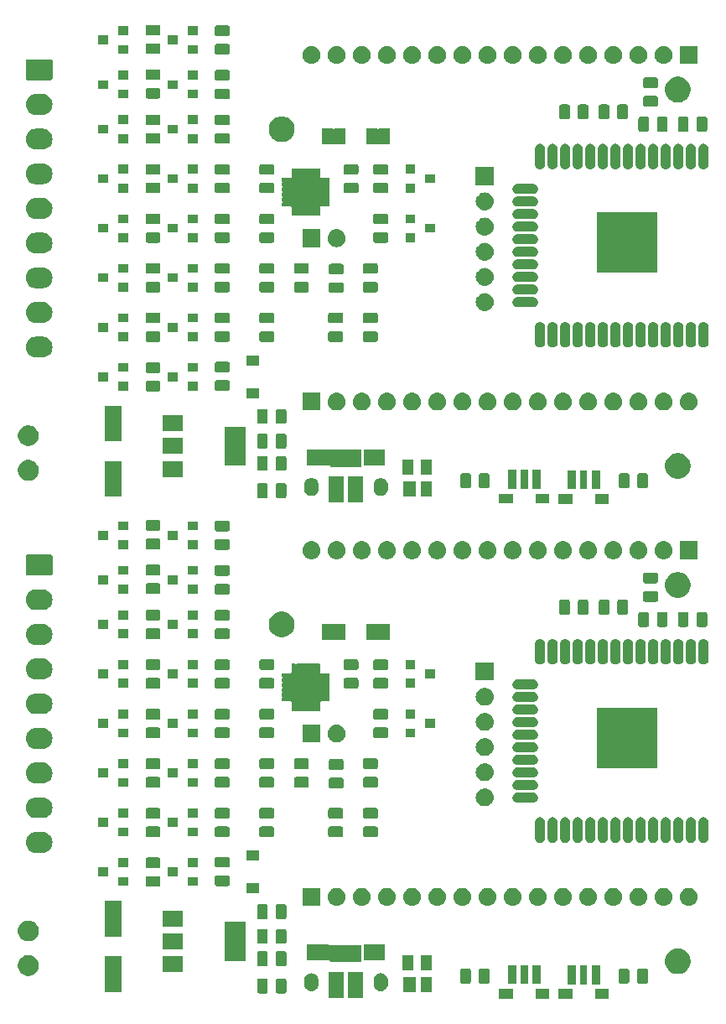
<source format=gbr>
G04 #@! TF.GenerationSoftware,KiCad,Pcbnew,5.0.1*
G04 #@! TF.CreationDate,2019-02-10T14:23:21-05:00*
G04 #@! TF.ProjectId,12V-SmartSwitch_2panel,3132562D536D6172745377697463685F,rev?*
G04 #@! TF.SameCoordinates,Original*
G04 #@! TF.FileFunction,Soldermask,Top*
G04 #@! TF.FilePolarity,Negative*
%FSLAX46Y46*%
G04 Gerber Fmt 4.6, Leading zero omitted, Abs format (unit mm)*
G04 Created by KiCad (PCBNEW 5.0.1) date Sun 10 Feb 2019 02:23:21 PM EST*
%MOMM*%
%LPD*%
G01*
G04 APERTURE LIST*
%ADD10C,0.100000*%
G04 APERTURE END LIST*
D10*
G36*
X182051000Y-130827760D02*
X180649000Y-130827760D01*
X180649000Y-129825760D01*
X182051000Y-129825760D01*
X182051000Y-130827760D01*
X182051000Y-130827760D01*
G37*
G36*
X178351000Y-130827760D02*
X176949000Y-130827760D01*
X176949000Y-129825760D01*
X178351000Y-129825760D01*
X178351000Y-130827760D01*
X178351000Y-130827760D01*
G37*
G36*
X172351000Y-130801000D02*
X170949000Y-130801000D01*
X170949000Y-129799000D01*
X172351000Y-129799000D01*
X172351000Y-130801000D01*
X172351000Y-130801000D01*
G37*
G36*
X176051000Y-130801000D02*
X174649000Y-130801000D01*
X174649000Y-129799000D01*
X176051000Y-129799000D01*
X176051000Y-130801000D01*
X176051000Y-130801000D01*
G37*
G36*
X157201000Y-130686000D02*
X155669000Y-130686000D01*
X155669000Y-128084000D01*
X157201000Y-128084000D01*
X157201000Y-130686000D01*
X157201000Y-130686000D01*
G37*
G36*
X155281000Y-130686000D02*
X153749000Y-130686000D01*
X153749000Y-128084000D01*
X155281000Y-128084000D01*
X155281000Y-130686000D01*
X155281000Y-130686000D01*
G37*
G36*
X147434466Y-128753565D02*
X147473137Y-128765296D01*
X147508779Y-128784348D01*
X147540017Y-128809983D01*
X147565652Y-128841221D01*
X147584704Y-128876863D01*
X147596435Y-128915534D01*
X147601000Y-128961888D01*
X147601000Y-130038112D01*
X147596435Y-130084466D01*
X147584704Y-130123137D01*
X147565652Y-130158779D01*
X147540017Y-130190017D01*
X147508779Y-130215652D01*
X147473137Y-130234704D01*
X147434466Y-130246435D01*
X147388112Y-130251000D01*
X146736888Y-130251000D01*
X146690534Y-130246435D01*
X146651863Y-130234704D01*
X146616221Y-130215652D01*
X146584983Y-130190017D01*
X146559348Y-130158779D01*
X146540296Y-130123137D01*
X146528565Y-130084466D01*
X146524000Y-130038112D01*
X146524000Y-128961888D01*
X146528565Y-128915534D01*
X146540296Y-128876863D01*
X146559348Y-128841221D01*
X146584983Y-128809983D01*
X146616221Y-128784348D01*
X146651863Y-128765296D01*
X146690534Y-128753565D01*
X146736888Y-128749000D01*
X147388112Y-128749000D01*
X147434466Y-128753565D01*
X147434466Y-128753565D01*
G37*
G36*
X149309466Y-128753565D02*
X149348137Y-128765296D01*
X149383779Y-128784348D01*
X149415017Y-128809983D01*
X149440652Y-128841221D01*
X149459704Y-128876863D01*
X149471435Y-128915534D01*
X149476000Y-128961888D01*
X149476000Y-130038112D01*
X149471435Y-130084466D01*
X149459704Y-130123137D01*
X149440652Y-130158779D01*
X149415017Y-130190017D01*
X149383779Y-130215652D01*
X149348137Y-130234704D01*
X149309466Y-130246435D01*
X149263112Y-130251000D01*
X148611888Y-130251000D01*
X148565534Y-130246435D01*
X148526863Y-130234704D01*
X148491221Y-130215652D01*
X148459983Y-130190017D01*
X148434348Y-130158779D01*
X148415296Y-130123137D01*
X148403565Y-130084466D01*
X148399000Y-130038112D01*
X148399000Y-128961888D01*
X148403565Y-128915534D01*
X148415296Y-128876863D01*
X148434348Y-128841221D01*
X148459983Y-128809983D01*
X148491221Y-128784348D01*
X148526863Y-128765296D01*
X148565534Y-128753565D01*
X148611888Y-128749000D01*
X149263112Y-128749000D01*
X149309466Y-128753565D01*
X149309466Y-128753565D01*
G37*
G36*
X132851000Y-130101000D02*
X131149000Y-130101000D01*
X131149000Y-126499000D01*
X132851000Y-126499000D01*
X132851000Y-130101000D01*
X132851000Y-130101000D01*
G37*
G36*
X162544639Y-130101000D02*
X161242639Y-130101000D01*
X161242639Y-128599000D01*
X162544639Y-128599000D01*
X162544639Y-130101000D01*
X162544639Y-130101000D01*
G37*
G36*
X164164639Y-130101000D02*
X163062639Y-130101000D01*
X163062639Y-128599000D01*
X164164639Y-128599000D01*
X164164639Y-130101000D01*
X164164639Y-130101000D01*
G37*
G36*
X152142320Y-128224505D02*
X152279171Y-128266019D01*
X152279173Y-128266020D01*
X152279176Y-128266021D01*
X152405295Y-128333432D01*
X152515843Y-128424157D01*
X152606568Y-128534704D01*
X152673979Y-128660823D01*
X152673979Y-128660824D01*
X152673981Y-128660828D01*
X152715495Y-128797679D01*
X152726000Y-128904341D01*
X152726000Y-129325658D01*
X152715495Y-129432320D01*
X152684783Y-129533564D01*
X152673980Y-129569176D01*
X152606568Y-129695296D01*
X152515843Y-129805843D01*
X152405296Y-129896568D01*
X152279177Y-129963979D01*
X152279174Y-129963980D01*
X152279172Y-129963981D01*
X152142321Y-130005495D01*
X152000000Y-130019512D01*
X151857680Y-130005495D01*
X151720829Y-129963981D01*
X151720827Y-129963980D01*
X151720824Y-129963979D01*
X151594705Y-129896568D01*
X151484160Y-129805845D01*
X151393430Y-129695292D01*
X151326021Y-129569177D01*
X151326019Y-129569172D01*
X151284505Y-129432321D01*
X151274000Y-129325659D01*
X151274000Y-128904342D01*
X151284505Y-128797680D01*
X151326019Y-128660829D01*
X151326020Y-128660827D01*
X151326021Y-128660824D01*
X151393432Y-128534705D01*
X151484157Y-128424157D01*
X151594704Y-128333432D01*
X151720823Y-128266021D01*
X151720826Y-128266020D01*
X151720828Y-128266019D01*
X151857679Y-128224505D01*
X152000000Y-128210488D01*
X152142320Y-128224505D01*
X152142320Y-128224505D01*
G37*
G36*
X159142320Y-128224505D02*
X159279171Y-128266019D01*
X159279173Y-128266020D01*
X159279176Y-128266021D01*
X159405295Y-128333432D01*
X159515843Y-128424157D01*
X159606568Y-128534704D01*
X159673979Y-128660823D01*
X159673979Y-128660824D01*
X159673981Y-128660828D01*
X159715495Y-128797679D01*
X159726000Y-128904341D01*
X159726000Y-129325658D01*
X159715495Y-129432320D01*
X159684783Y-129533564D01*
X159673980Y-129569176D01*
X159606568Y-129695296D01*
X159515843Y-129805843D01*
X159405296Y-129896568D01*
X159279177Y-129963979D01*
X159279174Y-129963980D01*
X159279172Y-129963981D01*
X159142321Y-130005495D01*
X159000000Y-130019512D01*
X158857680Y-130005495D01*
X158720829Y-129963981D01*
X158720827Y-129963980D01*
X158720824Y-129963979D01*
X158594705Y-129896568D01*
X158484160Y-129805845D01*
X158393430Y-129695292D01*
X158326021Y-129569177D01*
X158326019Y-129569172D01*
X158284505Y-129432321D01*
X158274000Y-129325659D01*
X158274000Y-128904342D01*
X158284505Y-128797680D01*
X158326019Y-128660829D01*
X158326020Y-128660827D01*
X158326021Y-128660824D01*
X158393432Y-128534705D01*
X158484157Y-128424157D01*
X158594704Y-128333432D01*
X158720823Y-128266021D01*
X158720826Y-128266020D01*
X158720828Y-128266019D01*
X158857679Y-128224505D01*
X159000000Y-128210488D01*
X159142320Y-128224505D01*
X159142320Y-128224505D01*
G37*
G36*
X178701000Y-129327760D02*
X177849000Y-129327760D01*
X177849000Y-127425760D01*
X178701000Y-127425760D01*
X178701000Y-129327760D01*
X178701000Y-129327760D01*
G37*
G36*
X179851000Y-129327760D02*
X179149000Y-129327760D01*
X179149000Y-127425760D01*
X179851000Y-127425760D01*
X179851000Y-129327760D01*
X179851000Y-129327760D01*
G37*
G36*
X181151000Y-129327760D02*
X180299000Y-129327760D01*
X180299000Y-127425760D01*
X181151000Y-127425760D01*
X181151000Y-129327760D01*
X181151000Y-129327760D01*
G37*
G36*
X173851000Y-129301000D02*
X173149000Y-129301000D01*
X173149000Y-127399000D01*
X173851000Y-127399000D01*
X173851000Y-129301000D01*
X173851000Y-129301000D01*
G37*
G36*
X175151000Y-129301000D02*
X174299000Y-129301000D01*
X174299000Y-127399000D01*
X175151000Y-127399000D01*
X175151000Y-129301000D01*
X175151000Y-129301000D01*
G37*
G36*
X172701000Y-129301000D02*
X171849000Y-129301000D01*
X171849000Y-127399000D01*
X172701000Y-127399000D01*
X172701000Y-129301000D01*
X172701000Y-129301000D01*
G37*
G36*
X167934466Y-127753565D02*
X167973137Y-127765296D01*
X168008779Y-127784348D01*
X168040017Y-127809983D01*
X168065652Y-127841221D01*
X168084704Y-127876863D01*
X168096435Y-127915534D01*
X168101000Y-127961888D01*
X168101000Y-129038112D01*
X168096435Y-129084466D01*
X168084704Y-129123137D01*
X168065652Y-129158779D01*
X168040017Y-129190017D01*
X168008779Y-129215652D01*
X167973137Y-129234704D01*
X167934466Y-129246435D01*
X167888112Y-129251000D01*
X167236888Y-129251000D01*
X167190534Y-129246435D01*
X167151863Y-129234704D01*
X167116221Y-129215652D01*
X167084983Y-129190017D01*
X167059348Y-129158779D01*
X167040296Y-129123137D01*
X167028565Y-129084466D01*
X167024000Y-129038112D01*
X167024000Y-127961888D01*
X167028565Y-127915534D01*
X167040296Y-127876863D01*
X167059348Y-127841221D01*
X167084983Y-127809983D01*
X167116221Y-127784348D01*
X167151863Y-127765296D01*
X167190534Y-127753565D01*
X167236888Y-127749000D01*
X167888112Y-127749000D01*
X167934466Y-127753565D01*
X167934466Y-127753565D01*
G37*
G36*
X183934466Y-127753565D02*
X183973137Y-127765296D01*
X184008779Y-127784348D01*
X184040017Y-127809983D01*
X184065652Y-127841221D01*
X184084704Y-127876863D01*
X184096435Y-127915534D01*
X184101000Y-127961888D01*
X184101000Y-129038112D01*
X184096435Y-129084466D01*
X184084704Y-129123137D01*
X184065652Y-129158779D01*
X184040017Y-129190017D01*
X184008779Y-129215652D01*
X183973137Y-129234704D01*
X183934466Y-129246435D01*
X183888112Y-129251000D01*
X183236888Y-129251000D01*
X183190534Y-129246435D01*
X183151863Y-129234704D01*
X183116221Y-129215652D01*
X183084983Y-129190017D01*
X183059348Y-129158779D01*
X183040296Y-129123137D01*
X183028565Y-129084466D01*
X183024000Y-129038112D01*
X183024000Y-127961888D01*
X183028565Y-127915534D01*
X183040296Y-127876863D01*
X183059348Y-127841221D01*
X183084983Y-127809983D01*
X183116221Y-127784348D01*
X183151863Y-127765296D01*
X183190534Y-127753565D01*
X183236888Y-127749000D01*
X183888112Y-127749000D01*
X183934466Y-127753565D01*
X183934466Y-127753565D01*
G37*
G36*
X169809466Y-127753565D02*
X169848137Y-127765296D01*
X169883779Y-127784348D01*
X169915017Y-127809983D01*
X169940652Y-127841221D01*
X169959704Y-127876863D01*
X169971435Y-127915534D01*
X169976000Y-127961888D01*
X169976000Y-129038112D01*
X169971435Y-129084466D01*
X169959704Y-129123137D01*
X169940652Y-129158779D01*
X169915017Y-129190017D01*
X169883779Y-129215652D01*
X169848137Y-129234704D01*
X169809466Y-129246435D01*
X169763112Y-129251000D01*
X169111888Y-129251000D01*
X169065534Y-129246435D01*
X169026863Y-129234704D01*
X168991221Y-129215652D01*
X168959983Y-129190017D01*
X168934348Y-129158779D01*
X168915296Y-129123137D01*
X168903565Y-129084466D01*
X168899000Y-129038112D01*
X168899000Y-127961888D01*
X168903565Y-127915534D01*
X168915296Y-127876863D01*
X168934348Y-127841221D01*
X168959983Y-127809983D01*
X168991221Y-127784348D01*
X169026863Y-127765296D01*
X169065534Y-127753565D01*
X169111888Y-127749000D01*
X169763112Y-127749000D01*
X169809466Y-127753565D01*
X169809466Y-127753565D01*
G37*
G36*
X185809466Y-127753565D02*
X185848137Y-127765296D01*
X185883779Y-127784348D01*
X185915017Y-127809983D01*
X185940652Y-127841221D01*
X185959704Y-127876863D01*
X185971435Y-127915534D01*
X185976000Y-127961888D01*
X185976000Y-129038112D01*
X185971435Y-129084466D01*
X185959704Y-129123137D01*
X185940652Y-129158779D01*
X185915017Y-129190017D01*
X185883779Y-129215652D01*
X185848137Y-129234704D01*
X185809466Y-129246435D01*
X185763112Y-129251000D01*
X185111888Y-129251000D01*
X185065534Y-129246435D01*
X185026863Y-129234704D01*
X184991221Y-129215652D01*
X184959983Y-129190017D01*
X184934348Y-129158779D01*
X184915296Y-129123137D01*
X184903565Y-129084466D01*
X184899000Y-129038112D01*
X184899000Y-127961888D01*
X184903565Y-127915534D01*
X184915296Y-127876863D01*
X184934348Y-127841221D01*
X184959983Y-127809983D01*
X184991221Y-127784348D01*
X185026863Y-127765296D01*
X185065534Y-127753565D01*
X185111888Y-127749000D01*
X185763112Y-127749000D01*
X185809466Y-127753565D01*
X185809466Y-127753565D01*
G37*
G36*
X123706565Y-126434426D02*
X123897834Y-126513652D01*
X124069976Y-126628674D01*
X124216363Y-126775061D01*
X124331385Y-126947203D01*
X124410611Y-127138472D01*
X124451000Y-127341521D01*
X124451000Y-127548553D01*
X124410611Y-127751602D01*
X124331385Y-127942871D01*
X124216363Y-128115013D01*
X124069976Y-128261400D01*
X123897834Y-128376422D01*
X123706565Y-128455648D01*
X123503516Y-128496037D01*
X123296484Y-128496037D01*
X123093435Y-128455648D01*
X122902166Y-128376422D01*
X122730024Y-128261400D01*
X122583637Y-128115013D01*
X122468615Y-127942871D01*
X122389389Y-127751602D01*
X122349000Y-127548553D01*
X122349000Y-127341521D01*
X122389389Y-127138472D01*
X122468615Y-126947203D01*
X122583637Y-126775061D01*
X122730024Y-126628674D01*
X122902166Y-126513652D01*
X123093435Y-126434426D01*
X123296484Y-126394037D01*
X123503516Y-126394037D01*
X123706565Y-126434426D01*
X123706565Y-126434426D01*
G37*
G36*
X189379485Y-125748996D02*
X189379487Y-125748997D01*
X189379488Y-125748997D01*
X189495822Y-125797184D01*
X189616255Y-125847069D01*
X189829342Y-125989449D01*
X190010551Y-126170658D01*
X190010553Y-126170661D01*
X190152931Y-126383745D01*
X190220183Y-126546105D01*
X190251004Y-126620515D01*
X190301000Y-126871861D01*
X190301000Y-127128139D01*
X190252267Y-127373137D01*
X190251003Y-127379488D01*
X190225931Y-127440017D01*
X190152931Y-127616255D01*
X190010551Y-127829342D01*
X189829342Y-128010551D01*
X189829339Y-128010553D01*
X189616255Y-128152931D01*
X189379488Y-128251003D01*
X189379487Y-128251003D01*
X189379485Y-128251004D01*
X189128139Y-128301000D01*
X188871861Y-128301000D01*
X188620515Y-128251004D01*
X188620513Y-128251003D01*
X188620512Y-128251003D01*
X188383745Y-128152931D01*
X188170661Y-128010553D01*
X188170658Y-128010551D01*
X187989449Y-127829342D01*
X187847069Y-127616255D01*
X187774069Y-127440017D01*
X187748997Y-127379488D01*
X187747734Y-127373137D01*
X187699000Y-127128139D01*
X187699000Y-126871861D01*
X187748996Y-126620515D01*
X187779818Y-126546105D01*
X187847069Y-126383745D01*
X187989447Y-126170661D01*
X187989449Y-126170658D01*
X188170658Y-125989449D01*
X188383745Y-125847069D01*
X188504178Y-125797184D01*
X188620512Y-125748997D01*
X188620513Y-125748997D01*
X188620515Y-125748996D01*
X188871861Y-125699000D01*
X189128139Y-125699000D01*
X189379485Y-125748996D01*
X189379485Y-125748996D01*
G37*
G36*
X139045592Y-128101000D02*
X136943592Y-128101000D01*
X136943592Y-126499000D01*
X139045592Y-126499000D01*
X139045592Y-128101000D01*
X139045592Y-128101000D01*
G37*
G36*
X164164639Y-127901000D02*
X163062639Y-127901000D01*
X163062639Y-126399000D01*
X164164639Y-126399000D01*
X164164639Y-127901000D01*
X164164639Y-127901000D01*
G37*
G36*
X162264639Y-127901000D02*
X161162639Y-127901000D01*
X161162639Y-126399000D01*
X162264639Y-126399000D01*
X162264639Y-127901000D01*
X162264639Y-127901000D01*
G37*
G36*
X149309466Y-126003565D02*
X149348137Y-126015296D01*
X149383779Y-126034348D01*
X149415017Y-126059983D01*
X149440652Y-126091221D01*
X149459704Y-126126863D01*
X149471435Y-126165534D01*
X149476000Y-126211888D01*
X149476000Y-127288112D01*
X149471435Y-127334466D01*
X149459704Y-127373137D01*
X149440652Y-127408779D01*
X149415017Y-127440017D01*
X149383779Y-127465652D01*
X149348137Y-127484704D01*
X149309466Y-127496435D01*
X149263112Y-127501000D01*
X148611888Y-127501000D01*
X148565534Y-127496435D01*
X148526863Y-127484704D01*
X148491221Y-127465652D01*
X148459983Y-127440017D01*
X148434348Y-127408779D01*
X148415296Y-127373137D01*
X148403565Y-127334466D01*
X148399000Y-127288112D01*
X148399000Y-126211888D01*
X148403565Y-126165534D01*
X148415296Y-126126863D01*
X148434348Y-126091221D01*
X148459983Y-126059983D01*
X148491221Y-126034348D01*
X148526863Y-126015296D01*
X148565534Y-126003565D01*
X148611888Y-125999000D01*
X149263112Y-125999000D01*
X149309466Y-126003565D01*
X149309466Y-126003565D01*
G37*
G36*
X147434466Y-126003565D02*
X147473137Y-126015296D01*
X147508779Y-126034348D01*
X147540017Y-126059983D01*
X147565652Y-126091221D01*
X147584704Y-126126863D01*
X147596435Y-126165534D01*
X147601000Y-126211888D01*
X147601000Y-127288112D01*
X147596435Y-127334466D01*
X147584704Y-127373137D01*
X147565652Y-127408779D01*
X147540017Y-127440017D01*
X147508779Y-127465652D01*
X147473137Y-127484704D01*
X147434466Y-127496435D01*
X147388112Y-127501000D01*
X146736888Y-127501000D01*
X146690534Y-127496435D01*
X146651863Y-127484704D01*
X146616221Y-127465652D01*
X146584983Y-127440017D01*
X146559348Y-127408779D01*
X146540296Y-127373137D01*
X146528565Y-127334466D01*
X146524000Y-127288112D01*
X146524000Y-126211888D01*
X146528565Y-126165534D01*
X146540296Y-126126863D01*
X146559348Y-126091221D01*
X146584983Y-126059983D01*
X146616221Y-126034348D01*
X146651863Y-126015296D01*
X146690534Y-126003565D01*
X146736888Y-125999000D01*
X147388112Y-125999000D01*
X147434466Y-126003565D01*
X147434466Y-126003565D01*
G37*
G36*
X153117817Y-125322696D02*
X153137334Y-125328617D01*
X153161367Y-125333398D01*
X153173620Y-125334000D01*
X153726761Y-125334000D01*
X153731554Y-125337934D01*
X153753165Y-125349485D01*
X153776614Y-125356598D01*
X153801000Y-125359000D01*
X157026000Y-125359000D01*
X157026000Y-127111000D01*
X153924000Y-127111000D01*
X153924000Y-127061000D01*
X153921598Y-127036614D01*
X153914485Y-127013165D01*
X153902934Y-126991554D01*
X153887388Y-126972612D01*
X153868446Y-126957066D01*
X153846835Y-126945515D01*
X153823386Y-126938402D01*
X153799000Y-126936000D01*
X151574000Y-126936000D01*
X151574000Y-125334000D01*
X152826379Y-125334000D01*
X152850765Y-125331598D01*
X152862665Y-125328617D01*
X152882182Y-125322696D01*
X153000000Y-125311093D01*
X153117817Y-125322696D01*
X153117817Y-125322696D01*
G37*
G36*
X145345592Y-126951000D02*
X143243592Y-126951000D01*
X143243592Y-123049000D01*
X145345592Y-123049000D01*
X145345592Y-126951000D01*
X145345592Y-126951000D01*
G37*
G36*
X158023407Y-125313398D02*
X158035659Y-125314000D01*
X159426000Y-125314000D01*
X159426000Y-126916000D01*
X158035659Y-126916000D01*
X158023407Y-126916602D01*
X158000000Y-126918907D01*
X157976593Y-126916602D01*
X157964341Y-126916000D01*
X157324000Y-126916000D01*
X157324000Y-125314000D01*
X157964341Y-125314000D01*
X157976593Y-125313398D01*
X158000000Y-125311093D01*
X158023407Y-125313398D01*
X158023407Y-125313398D01*
G37*
G36*
X139045592Y-125801000D02*
X136943592Y-125801000D01*
X136943592Y-124199000D01*
X139045592Y-124199000D01*
X139045592Y-125801000D01*
X139045592Y-125801000D01*
G37*
G36*
X149309466Y-123753565D02*
X149348137Y-123765296D01*
X149383779Y-123784348D01*
X149415017Y-123809983D01*
X149440652Y-123841221D01*
X149459704Y-123876863D01*
X149471435Y-123915534D01*
X149476000Y-123961888D01*
X149476000Y-125038112D01*
X149471435Y-125084466D01*
X149459704Y-125123137D01*
X149440652Y-125158779D01*
X149415017Y-125190017D01*
X149383779Y-125215652D01*
X149348137Y-125234704D01*
X149309466Y-125246435D01*
X149263112Y-125251000D01*
X148611888Y-125251000D01*
X148565534Y-125246435D01*
X148526863Y-125234704D01*
X148491221Y-125215652D01*
X148459983Y-125190017D01*
X148434348Y-125158779D01*
X148415296Y-125123137D01*
X148403565Y-125084466D01*
X148399000Y-125038112D01*
X148399000Y-123961888D01*
X148403565Y-123915534D01*
X148415296Y-123876863D01*
X148434348Y-123841221D01*
X148459983Y-123809983D01*
X148491221Y-123784348D01*
X148526863Y-123765296D01*
X148565534Y-123753565D01*
X148611888Y-123749000D01*
X149263112Y-123749000D01*
X149309466Y-123753565D01*
X149309466Y-123753565D01*
G37*
G36*
X147434466Y-123753565D02*
X147473137Y-123765296D01*
X147508779Y-123784348D01*
X147540017Y-123809983D01*
X147565652Y-123841221D01*
X147584704Y-123876863D01*
X147596435Y-123915534D01*
X147601000Y-123961888D01*
X147601000Y-125038112D01*
X147596435Y-125084466D01*
X147584704Y-125123137D01*
X147565652Y-125158779D01*
X147540017Y-125190017D01*
X147508779Y-125215652D01*
X147473137Y-125234704D01*
X147434466Y-125246435D01*
X147388112Y-125251000D01*
X146736888Y-125251000D01*
X146690534Y-125246435D01*
X146651863Y-125234704D01*
X146616221Y-125215652D01*
X146584983Y-125190017D01*
X146559348Y-125158779D01*
X146540296Y-125123137D01*
X146528565Y-125084466D01*
X146524000Y-125038112D01*
X146524000Y-123961888D01*
X146528565Y-123915534D01*
X146540296Y-123876863D01*
X146559348Y-123841221D01*
X146584983Y-123809983D01*
X146616221Y-123784348D01*
X146651863Y-123765296D01*
X146690534Y-123753565D01*
X146736888Y-123749000D01*
X147388112Y-123749000D01*
X147434466Y-123753565D01*
X147434466Y-123753565D01*
G37*
G36*
X123706565Y-122934426D02*
X123897834Y-123013652D01*
X124069976Y-123128674D01*
X124216363Y-123275061D01*
X124331385Y-123447203D01*
X124410611Y-123638472D01*
X124451000Y-123841521D01*
X124451000Y-124048553D01*
X124410611Y-124251602D01*
X124331385Y-124442871D01*
X124216363Y-124615013D01*
X124069976Y-124761400D01*
X123897834Y-124876422D01*
X123706565Y-124955648D01*
X123503516Y-124996037D01*
X123296484Y-124996037D01*
X123093435Y-124955648D01*
X122902166Y-124876422D01*
X122730024Y-124761400D01*
X122583637Y-124615013D01*
X122468615Y-124442871D01*
X122389389Y-124251602D01*
X122349000Y-124048553D01*
X122349000Y-123841521D01*
X122389389Y-123638472D01*
X122468615Y-123447203D01*
X122583637Y-123275061D01*
X122730024Y-123128674D01*
X122902166Y-123013652D01*
X123093435Y-122934426D01*
X123296484Y-122894037D01*
X123503516Y-122894037D01*
X123706565Y-122934426D01*
X123706565Y-122934426D01*
G37*
G36*
X132851000Y-124501000D02*
X131149000Y-124501000D01*
X131149000Y-120899000D01*
X132851000Y-120899000D01*
X132851000Y-124501000D01*
X132851000Y-124501000D01*
G37*
G36*
X139045592Y-123501000D02*
X136943592Y-123501000D01*
X136943592Y-121899000D01*
X139045592Y-121899000D01*
X139045592Y-123501000D01*
X139045592Y-123501000D01*
G37*
G36*
X147434466Y-121253565D02*
X147473137Y-121265296D01*
X147508779Y-121284348D01*
X147540017Y-121309983D01*
X147565652Y-121341221D01*
X147584704Y-121376863D01*
X147596435Y-121415534D01*
X147601000Y-121461888D01*
X147601000Y-122538112D01*
X147596435Y-122584466D01*
X147584704Y-122623137D01*
X147565652Y-122658779D01*
X147540017Y-122690017D01*
X147508779Y-122715652D01*
X147473137Y-122734704D01*
X147434466Y-122746435D01*
X147388112Y-122751000D01*
X146736888Y-122751000D01*
X146690534Y-122746435D01*
X146651863Y-122734704D01*
X146616221Y-122715652D01*
X146584983Y-122690017D01*
X146559348Y-122658779D01*
X146540296Y-122623137D01*
X146528565Y-122584466D01*
X146524000Y-122538112D01*
X146524000Y-121461888D01*
X146528565Y-121415534D01*
X146540296Y-121376863D01*
X146559348Y-121341221D01*
X146584983Y-121309983D01*
X146616221Y-121284348D01*
X146651863Y-121265296D01*
X146690534Y-121253565D01*
X146736888Y-121249000D01*
X147388112Y-121249000D01*
X147434466Y-121253565D01*
X147434466Y-121253565D01*
G37*
G36*
X149309466Y-121253565D02*
X149348137Y-121265296D01*
X149383779Y-121284348D01*
X149415017Y-121309983D01*
X149440652Y-121341221D01*
X149459704Y-121376863D01*
X149471435Y-121415534D01*
X149476000Y-121461888D01*
X149476000Y-122538112D01*
X149471435Y-122584466D01*
X149459704Y-122623137D01*
X149440652Y-122658779D01*
X149415017Y-122690017D01*
X149383779Y-122715652D01*
X149348137Y-122734704D01*
X149309466Y-122746435D01*
X149263112Y-122751000D01*
X148611888Y-122751000D01*
X148565534Y-122746435D01*
X148526863Y-122734704D01*
X148491221Y-122715652D01*
X148459983Y-122690017D01*
X148434348Y-122658779D01*
X148415296Y-122623137D01*
X148403565Y-122584466D01*
X148399000Y-122538112D01*
X148399000Y-121461888D01*
X148403565Y-121415534D01*
X148415296Y-121376863D01*
X148434348Y-121341221D01*
X148459983Y-121309983D01*
X148491221Y-121284348D01*
X148526863Y-121265296D01*
X148565534Y-121253565D01*
X148611888Y-121249000D01*
X149263112Y-121249000D01*
X149309466Y-121253565D01*
X149309466Y-121253565D01*
G37*
G36*
X159730442Y-119605518D02*
X159796627Y-119612037D01*
X159909853Y-119646384D01*
X159966467Y-119663557D01*
X160105087Y-119737652D01*
X160122991Y-119747222D01*
X160158729Y-119776552D01*
X160260186Y-119859814D01*
X160343448Y-119961271D01*
X160372778Y-119997009D01*
X160372779Y-119997011D01*
X160456443Y-120153533D01*
X160456443Y-120153534D01*
X160507963Y-120323373D01*
X160525359Y-120500000D01*
X160507963Y-120676627D01*
X160473616Y-120789853D01*
X160456443Y-120846467D01*
X160428363Y-120899000D01*
X160372778Y-121002991D01*
X160343448Y-121038729D01*
X160260186Y-121140186D01*
X160158729Y-121223448D01*
X160122991Y-121252778D01*
X160122989Y-121252779D01*
X159966467Y-121336443D01*
X159909853Y-121353616D01*
X159796627Y-121387963D01*
X159730443Y-121394481D01*
X159664260Y-121401000D01*
X159575740Y-121401000D01*
X159509557Y-121394481D01*
X159443373Y-121387963D01*
X159330147Y-121353616D01*
X159273533Y-121336443D01*
X159117011Y-121252779D01*
X159117009Y-121252778D01*
X159081271Y-121223448D01*
X158979814Y-121140186D01*
X158896552Y-121038729D01*
X158867222Y-121002991D01*
X158811637Y-120899000D01*
X158783557Y-120846467D01*
X158766384Y-120789853D01*
X158732037Y-120676627D01*
X158714641Y-120500000D01*
X158732037Y-120323373D01*
X158783557Y-120153534D01*
X158783557Y-120153533D01*
X158867221Y-119997011D01*
X158867222Y-119997009D01*
X158896552Y-119961271D01*
X158979814Y-119859814D01*
X159081271Y-119776552D01*
X159117009Y-119747222D01*
X159134913Y-119737652D01*
X159273533Y-119663557D01*
X159330147Y-119646384D01*
X159443373Y-119612037D01*
X159509558Y-119605518D01*
X159575740Y-119599000D01*
X159664260Y-119599000D01*
X159730442Y-119605518D01*
X159730442Y-119605518D01*
G37*
G36*
X152901000Y-121401000D02*
X151099000Y-121401000D01*
X151099000Y-119599000D01*
X152901000Y-119599000D01*
X152901000Y-121401000D01*
X152901000Y-121401000D01*
G37*
G36*
X154650442Y-119605518D02*
X154716627Y-119612037D01*
X154829853Y-119646384D01*
X154886467Y-119663557D01*
X155025087Y-119737652D01*
X155042991Y-119747222D01*
X155078729Y-119776552D01*
X155180186Y-119859814D01*
X155263448Y-119961271D01*
X155292778Y-119997009D01*
X155292779Y-119997011D01*
X155376443Y-120153533D01*
X155376443Y-120153534D01*
X155427963Y-120323373D01*
X155445359Y-120500000D01*
X155427963Y-120676627D01*
X155393616Y-120789853D01*
X155376443Y-120846467D01*
X155348363Y-120899000D01*
X155292778Y-121002991D01*
X155263448Y-121038729D01*
X155180186Y-121140186D01*
X155078729Y-121223448D01*
X155042991Y-121252778D01*
X155042989Y-121252779D01*
X154886467Y-121336443D01*
X154829853Y-121353616D01*
X154716627Y-121387963D01*
X154650443Y-121394481D01*
X154584260Y-121401000D01*
X154495740Y-121401000D01*
X154429557Y-121394481D01*
X154363373Y-121387963D01*
X154250147Y-121353616D01*
X154193533Y-121336443D01*
X154037011Y-121252779D01*
X154037009Y-121252778D01*
X154001271Y-121223448D01*
X153899814Y-121140186D01*
X153816552Y-121038729D01*
X153787222Y-121002991D01*
X153731637Y-120899000D01*
X153703557Y-120846467D01*
X153686384Y-120789853D01*
X153652037Y-120676627D01*
X153634641Y-120500000D01*
X153652037Y-120323373D01*
X153703557Y-120153534D01*
X153703557Y-120153533D01*
X153787221Y-119997011D01*
X153787222Y-119997009D01*
X153816552Y-119961271D01*
X153899814Y-119859814D01*
X154001271Y-119776552D01*
X154037009Y-119747222D01*
X154054913Y-119737652D01*
X154193533Y-119663557D01*
X154250147Y-119646384D01*
X154363373Y-119612037D01*
X154429558Y-119605518D01*
X154495740Y-119599000D01*
X154584260Y-119599000D01*
X154650442Y-119605518D01*
X154650442Y-119605518D01*
G37*
G36*
X157190442Y-119605518D02*
X157256627Y-119612037D01*
X157369853Y-119646384D01*
X157426467Y-119663557D01*
X157565087Y-119737652D01*
X157582991Y-119747222D01*
X157618729Y-119776552D01*
X157720186Y-119859814D01*
X157803448Y-119961271D01*
X157832778Y-119997009D01*
X157832779Y-119997011D01*
X157916443Y-120153533D01*
X157916443Y-120153534D01*
X157967963Y-120323373D01*
X157985359Y-120500000D01*
X157967963Y-120676627D01*
X157933616Y-120789853D01*
X157916443Y-120846467D01*
X157888363Y-120899000D01*
X157832778Y-121002991D01*
X157803448Y-121038729D01*
X157720186Y-121140186D01*
X157618729Y-121223448D01*
X157582991Y-121252778D01*
X157582989Y-121252779D01*
X157426467Y-121336443D01*
X157369853Y-121353616D01*
X157256627Y-121387963D01*
X157190443Y-121394481D01*
X157124260Y-121401000D01*
X157035740Y-121401000D01*
X156969557Y-121394481D01*
X156903373Y-121387963D01*
X156790147Y-121353616D01*
X156733533Y-121336443D01*
X156577011Y-121252779D01*
X156577009Y-121252778D01*
X156541271Y-121223448D01*
X156439814Y-121140186D01*
X156356552Y-121038729D01*
X156327222Y-121002991D01*
X156271637Y-120899000D01*
X156243557Y-120846467D01*
X156226384Y-120789853D01*
X156192037Y-120676627D01*
X156174641Y-120500000D01*
X156192037Y-120323373D01*
X156243557Y-120153534D01*
X156243557Y-120153533D01*
X156327221Y-119997011D01*
X156327222Y-119997009D01*
X156356552Y-119961271D01*
X156439814Y-119859814D01*
X156541271Y-119776552D01*
X156577009Y-119747222D01*
X156594913Y-119737652D01*
X156733533Y-119663557D01*
X156790147Y-119646384D01*
X156903373Y-119612037D01*
X156969558Y-119605518D01*
X157035740Y-119599000D01*
X157124260Y-119599000D01*
X157190442Y-119605518D01*
X157190442Y-119605518D01*
G37*
G36*
X162270442Y-119605518D02*
X162336627Y-119612037D01*
X162449853Y-119646384D01*
X162506467Y-119663557D01*
X162645087Y-119737652D01*
X162662991Y-119747222D01*
X162698729Y-119776552D01*
X162800186Y-119859814D01*
X162883448Y-119961271D01*
X162912778Y-119997009D01*
X162912779Y-119997011D01*
X162996443Y-120153533D01*
X162996443Y-120153534D01*
X163047963Y-120323373D01*
X163065359Y-120500000D01*
X163047963Y-120676627D01*
X163013616Y-120789853D01*
X162996443Y-120846467D01*
X162968363Y-120899000D01*
X162912778Y-121002991D01*
X162883448Y-121038729D01*
X162800186Y-121140186D01*
X162698729Y-121223448D01*
X162662991Y-121252778D01*
X162662989Y-121252779D01*
X162506467Y-121336443D01*
X162449853Y-121353616D01*
X162336627Y-121387963D01*
X162270443Y-121394481D01*
X162204260Y-121401000D01*
X162115740Y-121401000D01*
X162049557Y-121394481D01*
X161983373Y-121387963D01*
X161870147Y-121353616D01*
X161813533Y-121336443D01*
X161657011Y-121252779D01*
X161657009Y-121252778D01*
X161621271Y-121223448D01*
X161519814Y-121140186D01*
X161436552Y-121038729D01*
X161407222Y-121002991D01*
X161351637Y-120899000D01*
X161323557Y-120846467D01*
X161306384Y-120789853D01*
X161272037Y-120676627D01*
X161254641Y-120500000D01*
X161272037Y-120323373D01*
X161323557Y-120153534D01*
X161323557Y-120153533D01*
X161407221Y-119997011D01*
X161407222Y-119997009D01*
X161436552Y-119961271D01*
X161519814Y-119859814D01*
X161621271Y-119776552D01*
X161657009Y-119747222D01*
X161674913Y-119737652D01*
X161813533Y-119663557D01*
X161870147Y-119646384D01*
X161983373Y-119612037D01*
X162049558Y-119605518D01*
X162115740Y-119599000D01*
X162204260Y-119599000D01*
X162270442Y-119605518D01*
X162270442Y-119605518D01*
G37*
G36*
X164810442Y-119605518D02*
X164876627Y-119612037D01*
X164989853Y-119646384D01*
X165046467Y-119663557D01*
X165185087Y-119737652D01*
X165202991Y-119747222D01*
X165238729Y-119776552D01*
X165340186Y-119859814D01*
X165423448Y-119961271D01*
X165452778Y-119997009D01*
X165452779Y-119997011D01*
X165536443Y-120153533D01*
X165536443Y-120153534D01*
X165587963Y-120323373D01*
X165605359Y-120500000D01*
X165587963Y-120676627D01*
X165553616Y-120789853D01*
X165536443Y-120846467D01*
X165508363Y-120899000D01*
X165452778Y-121002991D01*
X165423448Y-121038729D01*
X165340186Y-121140186D01*
X165238729Y-121223448D01*
X165202991Y-121252778D01*
X165202989Y-121252779D01*
X165046467Y-121336443D01*
X164989853Y-121353616D01*
X164876627Y-121387963D01*
X164810443Y-121394481D01*
X164744260Y-121401000D01*
X164655740Y-121401000D01*
X164589557Y-121394481D01*
X164523373Y-121387963D01*
X164410147Y-121353616D01*
X164353533Y-121336443D01*
X164197011Y-121252779D01*
X164197009Y-121252778D01*
X164161271Y-121223448D01*
X164059814Y-121140186D01*
X163976552Y-121038729D01*
X163947222Y-121002991D01*
X163891637Y-120899000D01*
X163863557Y-120846467D01*
X163846384Y-120789853D01*
X163812037Y-120676627D01*
X163794641Y-120500000D01*
X163812037Y-120323373D01*
X163863557Y-120153534D01*
X163863557Y-120153533D01*
X163947221Y-119997011D01*
X163947222Y-119997009D01*
X163976552Y-119961271D01*
X164059814Y-119859814D01*
X164161271Y-119776552D01*
X164197009Y-119747222D01*
X164214913Y-119737652D01*
X164353533Y-119663557D01*
X164410147Y-119646384D01*
X164523373Y-119612037D01*
X164589558Y-119605518D01*
X164655740Y-119599000D01*
X164744260Y-119599000D01*
X164810442Y-119605518D01*
X164810442Y-119605518D01*
G37*
G36*
X185130442Y-119605518D02*
X185196627Y-119612037D01*
X185309853Y-119646384D01*
X185366467Y-119663557D01*
X185505087Y-119737652D01*
X185522991Y-119747222D01*
X185558729Y-119776552D01*
X185660186Y-119859814D01*
X185743448Y-119961271D01*
X185772778Y-119997009D01*
X185772779Y-119997011D01*
X185856443Y-120153533D01*
X185856443Y-120153534D01*
X185907963Y-120323373D01*
X185925359Y-120500000D01*
X185907963Y-120676627D01*
X185873616Y-120789853D01*
X185856443Y-120846467D01*
X185828363Y-120899000D01*
X185772778Y-121002991D01*
X185743448Y-121038729D01*
X185660186Y-121140186D01*
X185558729Y-121223448D01*
X185522991Y-121252778D01*
X185522989Y-121252779D01*
X185366467Y-121336443D01*
X185309853Y-121353616D01*
X185196627Y-121387963D01*
X185130443Y-121394481D01*
X185064260Y-121401000D01*
X184975740Y-121401000D01*
X184909557Y-121394481D01*
X184843373Y-121387963D01*
X184730147Y-121353616D01*
X184673533Y-121336443D01*
X184517011Y-121252779D01*
X184517009Y-121252778D01*
X184481271Y-121223448D01*
X184379814Y-121140186D01*
X184296552Y-121038729D01*
X184267222Y-121002991D01*
X184211637Y-120899000D01*
X184183557Y-120846467D01*
X184166384Y-120789853D01*
X184132037Y-120676627D01*
X184114641Y-120500000D01*
X184132037Y-120323373D01*
X184183557Y-120153534D01*
X184183557Y-120153533D01*
X184267221Y-119997011D01*
X184267222Y-119997009D01*
X184296552Y-119961271D01*
X184379814Y-119859814D01*
X184481271Y-119776552D01*
X184517009Y-119747222D01*
X184534913Y-119737652D01*
X184673533Y-119663557D01*
X184730147Y-119646384D01*
X184843373Y-119612037D01*
X184909558Y-119605518D01*
X184975740Y-119599000D01*
X185064260Y-119599000D01*
X185130442Y-119605518D01*
X185130442Y-119605518D01*
G37*
G36*
X182590442Y-119605518D02*
X182656627Y-119612037D01*
X182769853Y-119646384D01*
X182826467Y-119663557D01*
X182965087Y-119737652D01*
X182982991Y-119747222D01*
X183018729Y-119776552D01*
X183120186Y-119859814D01*
X183203448Y-119961271D01*
X183232778Y-119997009D01*
X183232779Y-119997011D01*
X183316443Y-120153533D01*
X183316443Y-120153534D01*
X183367963Y-120323373D01*
X183385359Y-120500000D01*
X183367963Y-120676627D01*
X183333616Y-120789853D01*
X183316443Y-120846467D01*
X183288363Y-120899000D01*
X183232778Y-121002991D01*
X183203448Y-121038729D01*
X183120186Y-121140186D01*
X183018729Y-121223448D01*
X182982991Y-121252778D01*
X182982989Y-121252779D01*
X182826467Y-121336443D01*
X182769853Y-121353616D01*
X182656627Y-121387963D01*
X182590443Y-121394481D01*
X182524260Y-121401000D01*
X182435740Y-121401000D01*
X182369557Y-121394481D01*
X182303373Y-121387963D01*
X182190147Y-121353616D01*
X182133533Y-121336443D01*
X181977011Y-121252779D01*
X181977009Y-121252778D01*
X181941271Y-121223448D01*
X181839814Y-121140186D01*
X181756552Y-121038729D01*
X181727222Y-121002991D01*
X181671637Y-120899000D01*
X181643557Y-120846467D01*
X181626384Y-120789853D01*
X181592037Y-120676627D01*
X181574641Y-120500000D01*
X181592037Y-120323373D01*
X181643557Y-120153534D01*
X181643557Y-120153533D01*
X181727221Y-119997011D01*
X181727222Y-119997009D01*
X181756552Y-119961271D01*
X181839814Y-119859814D01*
X181941271Y-119776552D01*
X181977009Y-119747222D01*
X181994913Y-119737652D01*
X182133533Y-119663557D01*
X182190147Y-119646384D01*
X182303373Y-119612037D01*
X182369558Y-119605518D01*
X182435740Y-119599000D01*
X182524260Y-119599000D01*
X182590442Y-119605518D01*
X182590442Y-119605518D01*
G37*
G36*
X187670442Y-119605518D02*
X187736627Y-119612037D01*
X187849853Y-119646384D01*
X187906467Y-119663557D01*
X188045087Y-119737652D01*
X188062991Y-119747222D01*
X188098729Y-119776552D01*
X188200186Y-119859814D01*
X188283448Y-119961271D01*
X188312778Y-119997009D01*
X188312779Y-119997011D01*
X188396443Y-120153533D01*
X188396443Y-120153534D01*
X188447963Y-120323373D01*
X188465359Y-120500000D01*
X188447963Y-120676627D01*
X188413616Y-120789853D01*
X188396443Y-120846467D01*
X188368363Y-120899000D01*
X188312778Y-121002991D01*
X188283448Y-121038729D01*
X188200186Y-121140186D01*
X188098729Y-121223448D01*
X188062991Y-121252778D01*
X188062989Y-121252779D01*
X187906467Y-121336443D01*
X187849853Y-121353616D01*
X187736627Y-121387963D01*
X187670443Y-121394481D01*
X187604260Y-121401000D01*
X187515740Y-121401000D01*
X187449557Y-121394481D01*
X187383373Y-121387963D01*
X187270147Y-121353616D01*
X187213533Y-121336443D01*
X187057011Y-121252779D01*
X187057009Y-121252778D01*
X187021271Y-121223448D01*
X186919814Y-121140186D01*
X186836552Y-121038729D01*
X186807222Y-121002991D01*
X186751637Y-120899000D01*
X186723557Y-120846467D01*
X186706384Y-120789853D01*
X186672037Y-120676627D01*
X186654641Y-120500000D01*
X186672037Y-120323373D01*
X186723557Y-120153534D01*
X186723557Y-120153533D01*
X186807221Y-119997011D01*
X186807222Y-119997009D01*
X186836552Y-119961271D01*
X186919814Y-119859814D01*
X187021271Y-119776552D01*
X187057009Y-119747222D01*
X187074913Y-119737652D01*
X187213533Y-119663557D01*
X187270147Y-119646384D01*
X187383373Y-119612037D01*
X187449558Y-119605518D01*
X187515740Y-119599000D01*
X187604260Y-119599000D01*
X187670442Y-119605518D01*
X187670442Y-119605518D01*
G37*
G36*
X180050442Y-119605518D02*
X180116627Y-119612037D01*
X180229853Y-119646384D01*
X180286467Y-119663557D01*
X180425087Y-119737652D01*
X180442991Y-119747222D01*
X180478729Y-119776552D01*
X180580186Y-119859814D01*
X180663448Y-119961271D01*
X180692778Y-119997009D01*
X180692779Y-119997011D01*
X180776443Y-120153533D01*
X180776443Y-120153534D01*
X180827963Y-120323373D01*
X180845359Y-120500000D01*
X180827963Y-120676627D01*
X180793616Y-120789853D01*
X180776443Y-120846467D01*
X180748363Y-120899000D01*
X180692778Y-121002991D01*
X180663448Y-121038729D01*
X180580186Y-121140186D01*
X180478729Y-121223448D01*
X180442991Y-121252778D01*
X180442989Y-121252779D01*
X180286467Y-121336443D01*
X180229853Y-121353616D01*
X180116627Y-121387963D01*
X180050443Y-121394481D01*
X179984260Y-121401000D01*
X179895740Y-121401000D01*
X179829557Y-121394481D01*
X179763373Y-121387963D01*
X179650147Y-121353616D01*
X179593533Y-121336443D01*
X179437011Y-121252779D01*
X179437009Y-121252778D01*
X179401271Y-121223448D01*
X179299814Y-121140186D01*
X179216552Y-121038729D01*
X179187222Y-121002991D01*
X179131637Y-120899000D01*
X179103557Y-120846467D01*
X179086384Y-120789853D01*
X179052037Y-120676627D01*
X179034641Y-120500000D01*
X179052037Y-120323373D01*
X179103557Y-120153534D01*
X179103557Y-120153533D01*
X179187221Y-119997011D01*
X179187222Y-119997009D01*
X179216552Y-119961271D01*
X179299814Y-119859814D01*
X179401271Y-119776552D01*
X179437009Y-119747222D01*
X179454913Y-119737652D01*
X179593533Y-119663557D01*
X179650147Y-119646384D01*
X179763373Y-119612037D01*
X179829558Y-119605518D01*
X179895740Y-119599000D01*
X179984260Y-119599000D01*
X180050442Y-119605518D01*
X180050442Y-119605518D01*
G37*
G36*
X177510442Y-119605518D02*
X177576627Y-119612037D01*
X177689853Y-119646384D01*
X177746467Y-119663557D01*
X177885087Y-119737652D01*
X177902991Y-119747222D01*
X177938729Y-119776552D01*
X178040186Y-119859814D01*
X178123448Y-119961271D01*
X178152778Y-119997009D01*
X178152779Y-119997011D01*
X178236443Y-120153533D01*
X178236443Y-120153534D01*
X178287963Y-120323373D01*
X178305359Y-120500000D01*
X178287963Y-120676627D01*
X178253616Y-120789853D01*
X178236443Y-120846467D01*
X178208363Y-120899000D01*
X178152778Y-121002991D01*
X178123448Y-121038729D01*
X178040186Y-121140186D01*
X177938729Y-121223448D01*
X177902991Y-121252778D01*
X177902989Y-121252779D01*
X177746467Y-121336443D01*
X177689853Y-121353616D01*
X177576627Y-121387963D01*
X177510443Y-121394481D01*
X177444260Y-121401000D01*
X177355740Y-121401000D01*
X177289557Y-121394481D01*
X177223373Y-121387963D01*
X177110147Y-121353616D01*
X177053533Y-121336443D01*
X176897011Y-121252779D01*
X176897009Y-121252778D01*
X176861271Y-121223448D01*
X176759814Y-121140186D01*
X176676552Y-121038729D01*
X176647222Y-121002991D01*
X176591637Y-120899000D01*
X176563557Y-120846467D01*
X176546384Y-120789853D01*
X176512037Y-120676627D01*
X176494641Y-120500000D01*
X176512037Y-120323373D01*
X176563557Y-120153534D01*
X176563557Y-120153533D01*
X176647221Y-119997011D01*
X176647222Y-119997009D01*
X176676552Y-119961271D01*
X176759814Y-119859814D01*
X176861271Y-119776552D01*
X176897009Y-119747222D01*
X176914913Y-119737652D01*
X177053533Y-119663557D01*
X177110147Y-119646384D01*
X177223373Y-119612037D01*
X177289558Y-119605518D01*
X177355740Y-119599000D01*
X177444260Y-119599000D01*
X177510442Y-119605518D01*
X177510442Y-119605518D01*
G37*
G36*
X174970442Y-119605518D02*
X175036627Y-119612037D01*
X175149853Y-119646384D01*
X175206467Y-119663557D01*
X175345087Y-119737652D01*
X175362991Y-119747222D01*
X175398729Y-119776552D01*
X175500186Y-119859814D01*
X175583448Y-119961271D01*
X175612778Y-119997009D01*
X175612779Y-119997011D01*
X175696443Y-120153533D01*
X175696443Y-120153534D01*
X175747963Y-120323373D01*
X175765359Y-120500000D01*
X175747963Y-120676627D01*
X175713616Y-120789853D01*
X175696443Y-120846467D01*
X175668363Y-120899000D01*
X175612778Y-121002991D01*
X175583448Y-121038729D01*
X175500186Y-121140186D01*
X175398729Y-121223448D01*
X175362991Y-121252778D01*
X175362989Y-121252779D01*
X175206467Y-121336443D01*
X175149853Y-121353616D01*
X175036627Y-121387963D01*
X174970443Y-121394481D01*
X174904260Y-121401000D01*
X174815740Y-121401000D01*
X174749557Y-121394481D01*
X174683373Y-121387963D01*
X174570147Y-121353616D01*
X174513533Y-121336443D01*
X174357011Y-121252779D01*
X174357009Y-121252778D01*
X174321271Y-121223448D01*
X174219814Y-121140186D01*
X174136552Y-121038729D01*
X174107222Y-121002991D01*
X174051637Y-120899000D01*
X174023557Y-120846467D01*
X174006384Y-120789853D01*
X173972037Y-120676627D01*
X173954641Y-120500000D01*
X173972037Y-120323373D01*
X174023557Y-120153534D01*
X174023557Y-120153533D01*
X174107221Y-119997011D01*
X174107222Y-119997009D01*
X174136552Y-119961271D01*
X174219814Y-119859814D01*
X174321271Y-119776552D01*
X174357009Y-119747222D01*
X174374913Y-119737652D01*
X174513533Y-119663557D01*
X174570147Y-119646384D01*
X174683373Y-119612037D01*
X174749558Y-119605518D01*
X174815740Y-119599000D01*
X174904260Y-119599000D01*
X174970442Y-119605518D01*
X174970442Y-119605518D01*
G37*
G36*
X169890442Y-119605518D02*
X169956627Y-119612037D01*
X170069853Y-119646384D01*
X170126467Y-119663557D01*
X170265087Y-119737652D01*
X170282991Y-119747222D01*
X170318729Y-119776552D01*
X170420186Y-119859814D01*
X170503448Y-119961271D01*
X170532778Y-119997009D01*
X170532779Y-119997011D01*
X170616443Y-120153533D01*
X170616443Y-120153534D01*
X170667963Y-120323373D01*
X170685359Y-120500000D01*
X170667963Y-120676627D01*
X170633616Y-120789853D01*
X170616443Y-120846467D01*
X170588363Y-120899000D01*
X170532778Y-121002991D01*
X170503448Y-121038729D01*
X170420186Y-121140186D01*
X170318729Y-121223448D01*
X170282991Y-121252778D01*
X170282989Y-121252779D01*
X170126467Y-121336443D01*
X170069853Y-121353616D01*
X169956627Y-121387963D01*
X169890443Y-121394481D01*
X169824260Y-121401000D01*
X169735740Y-121401000D01*
X169669557Y-121394481D01*
X169603373Y-121387963D01*
X169490147Y-121353616D01*
X169433533Y-121336443D01*
X169277011Y-121252779D01*
X169277009Y-121252778D01*
X169241271Y-121223448D01*
X169139814Y-121140186D01*
X169056552Y-121038729D01*
X169027222Y-121002991D01*
X168971637Y-120899000D01*
X168943557Y-120846467D01*
X168926384Y-120789853D01*
X168892037Y-120676627D01*
X168874641Y-120500000D01*
X168892037Y-120323373D01*
X168943557Y-120153534D01*
X168943557Y-120153533D01*
X169027221Y-119997011D01*
X169027222Y-119997009D01*
X169056552Y-119961271D01*
X169139814Y-119859814D01*
X169241271Y-119776552D01*
X169277009Y-119747222D01*
X169294913Y-119737652D01*
X169433533Y-119663557D01*
X169490147Y-119646384D01*
X169603373Y-119612037D01*
X169669558Y-119605518D01*
X169735740Y-119599000D01*
X169824260Y-119599000D01*
X169890442Y-119605518D01*
X169890442Y-119605518D01*
G37*
G36*
X167350442Y-119605518D02*
X167416627Y-119612037D01*
X167529853Y-119646384D01*
X167586467Y-119663557D01*
X167725087Y-119737652D01*
X167742991Y-119747222D01*
X167778729Y-119776552D01*
X167880186Y-119859814D01*
X167963448Y-119961271D01*
X167992778Y-119997009D01*
X167992779Y-119997011D01*
X168076443Y-120153533D01*
X168076443Y-120153534D01*
X168127963Y-120323373D01*
X168145359Y-120500000D01*
X168127963Y-120676627D01*
X168093616Y-120789853D01*
X168076443Y-120846467D01*
X168048363Y-120899000D01*
X167992778Y-121002991D01*
X167963448Y-121038729D01*
X167880186Y-121140186D01*
X167778729Y-121223448D01*
X167742991Y-121252778D01*
X167742989Y-121252779D01*
X167586467Y-121336443D01*
X167529853Y-121353616D01*
X167416627Y-121387963D01*
X167350443Y-121394481D01*
X167284260Y-121401000D01*
X167195740Y-121401000D01*
X167129557Y-121394481D01*
X167063373Y-121387963D01*
X166950147Y-121353616D01*
X166893533Y-121336443D01*
X166737011Y-121252779D01*
X166737009Y-121252778D01*
X166701271Y-121223448D01*
X166599814Y-121140186D01*
X166516552Y-121038729D01*
X166487222Y-121002991D01*
X166431637Y-120899000D01*
X166403557Y-120846467D01*
X166386384Y-120789853D01*
X166352037Y-120676627D01*
X166334641Y-120500000D01*
X166352037Y-120323373D01*
X166403557Y-120153534D01*
X166403557Y-120153533D01*
X166487221Y-119997011D01*
X166487222Y-119997009D01*
X166516552Y-119961271D01*
X166599814Y-119859814D01*
X166701271Y-119776552D01*
X166737009Y-119747222D01*
X166754913Y-119737652D01*
X166893533Y-119663557D01*
X166950147Y-119646384D01*
X167063373Y-119612037D01*
X167129558Y-119605518D01*
X167195740Y-119599000D01*
X167284260Y-119599000D01*
X167350442Y-119605518D01*
X167350442Y-119605518D01*
G37*
G36*
X172430442Y-119605518D02*
X172496627Y-119612037D01*
X172609853Y-119646384D01*
X172666467Y-119663557D01*
X172805087Y-119737652D01*
X172822991Y-119747222D01*
X172858729Y-119776552D01*
X172960186Y-119859814D01*
X173043448Y-119961271D01*
X173072778Y-119997009D01*
X173072779Y-119997011D01*
X173156443Y-120153533D01*
X173156443Y-120153534D01*
X173207963Y-120323373D01*
X173225359Y-120500000D01*
X173207963Y-120676627D01*
X173173616Y-120789853D01*
X173156443Y-120846467D01*
X173128363Y-120899000D01*
X173072778Y-121002991D01*
X173043448Y-121038729D01*
X172960186Y-121140186D01*
X172858729Y-121223448D01*
X172822991Y-121252778D01*
X172822989Y-121252779D01*
X172666467Y-121336443D01*
X172609853Y-121353616D01*
X172496627Y-121387963D01*
X172430443Y-121394481D01*
X172364260Y-121401000D01*
X172275740Y-121401000D01*
X172209557Y-121394481D01*
X172143373Y-121387963D01*
X172030147Y-121353616D01*
X171973533Y-121336443D01*
X171817011Y-121252779D01*
X171817009Y-121252778D01*
X171781271Y-121223448D01*
X171679814Y-121140186D01*
X171596552Y-121038729D01*
X171567222Y-121002991D01*
X171511637Y-120899000D01*
X171483557Y-120846467D01*
X171466384Y-120789853D01*
X171432037Y-120676627D01*
X171414641Y-120500000D01*
X171432037Y-120323373D01*
X171483557Y-120153534D01*
X171483557Y-120153533D01*
X171567221Y-119997011D01*
X171567222Y-119997009D01*
X171596552Y-119961271D01*
X171679814Y-119859814D01*
X171781271Y-119776552D01*
X171817009Y-119747222D01*
X171834913Y-119737652D01*
X171973533Y-119663557D01*
X172030147Y-119646384D01*
X172143373Y-119612037D01*
X172209558Y-119605518D01*
X172275740Y-119599000D01*
X172364260Y-119599000D01*
X172430442Y-119605518D01*
X172430442Y-119605518D01*
G37*
G36*
X190210442Y-119605518D02*
X190276627Y-119612037D01*
X190389853Y-119646384D01*
X190446467Y-119663557D01*
X190585087Y-119737652D01*
X190602991Y-119747222D01*
X190638729Y-119776552D01*
X190740186Y-119859814D01*
X190823448Y-119961271D01*
X190852778Y-119997009D01*
X190852779Y-119997011D01*
X190936443Y-120153533D01*
X190936443Y-120153534D01*
X190987963Y-120323373D01*
X191005359Y-120500000D01*
X190987963Y-120676627D01*
X190953616Y-120789853D01*
X190936443Y-120846467D01*
X190908363Y-120899000D01*
X190852778Y-121002991D01*
X190823448Y-121038729D01*
X190740186Y-121140186D01*
X190638729Y-121223448D01*
X190602991Y-121252778D01*
X190602989Y-121252779D01*
X190446467Y-121336443D01*
X190389853Y-121353616D01*
X190276627Y-121387963D01*
X190210443Y-121394481D01*
X190144260Y-121401000D01*
X190055740Y-121401000D01*
X189989557Y-121394481D01*
X189923373Y-121387963D01*
X189810147Y-121353616D01*
X189753533Y-121336443D01*
X189597011Y-121252779D01*
X189597009Y-121252778D01*
X189561271Y-121223448D01*
X189459814Y-121140186D01*
X189376552Y-121038729D01*
X189347222Y-121002991D01*
X189291637Y-120899000D01*
X189263557Y-120846467D01*
X189246384Y-120789853D01*
X189212037Y-120676627D01*
X189194641Y-120500000D01*
X189212037Y-120323373D01*
X189263557Y-120153534D01*
X189263557Y-120153533D01*
X189347221Y-119997011D01*
X189347222Y-119997009D01*
X189376552Y-119961271D01*
X189459814Y-119859814D01*
X189561271Y-119776552D01*
X189597009Y-119747222D01*
X189614913Y-119737652D01*
X189753533Y-119663557D01*
X189810147Y-119646384D01*
X189923373Y-119612037D01*
X189989558Y-119605518D01*
X190055740Y-119599000D01*
X190144260Y-119599000D01*
X190210442Y-119605518D01*
X190210442Y-119605518D01*
G37*
G36*
X146751000Y-120151000D02*
X145449000Y-120151000D01*
X145449000Y-119149000D01*
X146751000Y-119149000D01*
X146751000Y-120151000D01*
X146751000Y-120151000D01*
G37*
G36*
X136584466Y-118403565D02*
X136623137Y-118415296D01*
X136658779Y-118434348D01*
X136690017Y-118459983D01*
X136715652Y-118491221D01*
X136734704Y-118526863D01*
X136746435Y-118565534D01*
X136751000Y-118611888D01*
X136751000Y-119263112D01*
X136746435Y-119309466D01*
X136734704Y-119348137D01*
X136715652Y-119383779D01*
X136690017Y-119415017D01*
X136658779Y-119440652D01*
X136623137Y-119459704D01*
X136584466Y-119471435D01*
X136538112Y-119476000D01*
X135461888Y-119476000D01*
X135415534Y-119471435D01*
X135376863Y-119459704D01*
X135341221Y-119440652D01*
X135309983Y-119415017D01*
X135284348Y-119383779D01*
X135265296Y-119348137D01*
X135253565Y-119309466D01*
X135249000Y-119263112D01*
X135249000Y-118611888D01*
X135253565Y-118565534D01*
X135265296Y-118526863D01*
X135284348Y-118491221D01*
X135309983Y-118459983D01*
X135341221Y-118434348D01*
X135376863Y-118415296D01*
X135415534Y-118403565D01*
X135461888Y-118399000D01*
X136538112Y-118399000D01*
X136584466Y-118403565D01*
X136584466Y-118403565D01*
G37*
G36*
X143584466Y-118341065D02*
X143623137Y-118352796D01*
X143658779Y-118371848D01*
X143690017Y-118397483D01*
X143715652Y-118428721D01*
X143734704Y-118464363D01*
X143746435Y-118503034D01*
X143751000Y-118549388D01*
X143751000Y-119200612D01*
X143746435Y-119246966D01*
X143734704Y-119285637D01*
X143715652Y-119321279D01*
X143690017Y-119352517D01*
X143658779Y-119378152D01*
X143623137Y-119397204D01*
X143584466Y-119408935D01*
X143538112Y-119413500D01*
X142461888Y-119413500D01*
X142415534Y-119408935D01*
X142376863Y-119397204D01*
X142341221Y-119378152D01*
X142309983Y-119352517D01*
X142284348Y-119321279D01*
X142265296Y-119285637D01*
X142253565Y-119246966D01*
X142249000Y-119200612D01*
X142249000Y-118549388D01*
X142253565Y-118503034D01*
X142265296Y-118464363D01*
X142284348Y-118428721D01*
X142309983Y-118397483D01*
X142341221Y-118371848D01*
X142376863Y-118352796D01*
X142415534Y-118341065D01*
X142461888Y-118336500D01*
X143538112Y-118336500D01*
X143584466Y-118341065D01*
X143584466Y-118341065D01*
G37*
G36*
X140501000Y-119401000D02*
X139499000Y-119401000D01*
X139499000Y-118499000D01*
X140501000Y-118499000D01*
X140501000Y-119401000D01*
X140501000Y-119401000D01*
G37*
G36*
X133501000Y-119401000D02*
X132499000Y-119401000D01*
X132499000Y-118499000D01*
X133501000Y-118499000D01*
X133501000Y-119401000D01*
X133501000Y-119401000D01*
G37*
G36*
X138501000Y-118451000D02*
X137499000Y-118451000D01*
X137499000Y-117549000D01*
X138501000Y-117549000D01*
X138501000Y-118451000D01*
X138501000Y-118451000D01*
G37*
G36*
X131501000Y-118451000D02*
X130499000Y-118451000D01*
X130499000Y-117549000D01*
X131501000Y-117549000D01*
X131501000Y-118451000D01*
X131501000Y-118451000D01*
G37*
G36*
X136584466Y-116528565D02*
X136623137Y-116540296D01*
X136658779Y-116559348D01*
X136690017Y-116584983D01*
X136715652Y-116616221D01*
X136734704Y-116651863D01*
X136746435Y-116690534D01*
X136751000Y-116736888D01*
X136751000Y-117388112D01*
X136746435Y-117434466D01*
X136734704Y-117473137D01*
X136715652Y-117508779D01*
X136690017Y-117540017D01*
X136658779Y-117565652D01*
X136623137Y-117584704D01*
X136584466Y-117596435D01*
X136538112Y-117601000D01*
X135461888Y-117601000D01*
X135415534Y-117596435D01*
X135376863Y-117584704D01*
X135341221Y-117565652D01*
X135309983Y-117540017D01*
X135284348Y-117508779D01*
X135265296Y-117473137D01*
X135253565Y-117434466D01*
X135249000Y-117388112D01*
X135249000Y-116736888D01*
X135253565Y-116690534D01*
X135265296Y-116651863D01*
X135284348Y-116616221D01*
X135309983Y-116584983D01*
X135341221Y-116559348D01*
X135376863Y-116540296D01*
X135415534Y-116528565D01*
X135461888Y-116524000D01*
X136538112Y-116524000D01*
X136584466Y-116528565D01*
X136584466Y-116528565D01*
G37*
G36*
X143584466Y-116466065D02*
X143623137Y-116477796D01*
X143658779Y-116496848D01*
X143690017Y-116522483D01*
X143715652Y-116553721D01*
X143734704Y-116589363D01*
X143746435Y-116628034D01*
X143751000Y-116674388D01*
X143751000Y-117325612D01*
X143746435Y-117371966D01*
X143734704Y-117410637D01*
X143715652Y-117446279D01*
X143690017Y-117477517D01*
X143658779Y-117503152D01*
X143623137Y-117522204D01*
X143584466Y-117533935D01*
X143538112Y-117538500D01*
X142461888Y-117538500D01*
X142415534Y-117533935D01*
X142376863Y-117522204D01*
X142341221Y-117503152D01*
X142309983Y-117477517D01*
X142284348Y-117446279D01*
X142265296Y-117410637D01*
X142253565Y-117371966D01*
X142249000Y-117325612D01*
X142249000Y-116674388D01*
X142253565Y-116628034D01*
X142265296Y-116589363D01*
X142284348Y-116553721D01*
X142309983Y-116522483D01*
X142341221Y-116496848D01*
X142376863Y-116477796D01*
X142415534Y-116466065D01*
X142461888Y-116461500D01*
X143538112Y-116461500D01*
X143584466Y-116466065D01*
X143584466Y-116466065D01*
G37*
G36*
X140501000Y-117501000D02*
X139499000Y-117501000D01*
X139499000Y-116599000D01*
X140501000Y-116599000D01*
X140501000Y-117501000D01*
X140501000Y-117501000D01*
G37*
G36*
X133501000Y-117501000D02*
X132499000Y-117501000D01*
X132499000Y-116599000D01*
X133501000Y-116599000D01*
X133501000Y-117501000D01*
X133501000Y-117501000D01*
G37*
G36*
X146751000Y-116851000D02*
X145449000Y-116851000D01*
X145449000Y-115849000D01*
X146751000Y-115849000D01*
X146751000Y-116851000D01*
X146751000Y-116851000D01*
G37*
G36*
X124882510Y-113952041D02*
X125006032Y-113964207D01*
X125204146Y-114024305D01*
X125386729Y-114121897D01*
X125546765Y-114253235D01*
X125678103Y-114413271D01*
X125775695Y-114595854D01*
X125835793Y-114793968D01*
X125856085Y-115000000D01*
X125835793Y-115206032D01*
X125775695Y-115404146D01*
X125678103Y-115586729D01*
X125546765Y-115746765D01*
X125386729Y-115878103D01*
X125204146Y-115975695D01*
X125006032Y-116035793D01*
X124882510Y-116047959D01*
X124851631Y-116051000D01*
X124148369Y-116051000D01*
X124117490Y-116047959D01*
X123993968Y-116035793D01*
X123795854Y-115975695D01*
X123613271Y-115878103D01*
X123453235Y-115746765D01*
X123321897Y-115586729D01*
X123224305Y-115404146D01*
X123164207Y-115206032D01*
X123143915Y-115000000D01*
X123164207Y-114793968D01*
X123224305Y-114595854D01*
X123321897Y-114413271D01*
X123453235Y-114253235D01*
X123613271Y-114121897D01*
X123795854Y-114024305D01*
X123993968Y-113964207D01*
X124117490Y-113952041D01*
X124148369Y-113949000D01*
X124851631Y-113949000D01*
X124882510Y-113952041D01*
X124882510Y-113952041D01*
G37*
G36*
X191698212Y-112456249D02*
X191792651Y-112484897D01*
X191879687Y-112531418D01*
X191955975Y-112594025D01*
X192018582Y-112670313D01*
X192065103Y-112757348D01*
X192093751Y-112851787D01*
X192101000Y-112925388D01*
X192101000Y-114574612D01*
X192093751Y-114648213D01*
X192065103Y-114742652D01*
X192018582Y-114829687D01*
X191955975Y-114905975D01*
X191879687Y-114968582D01*
X191792652Y-115015103D01*
X191698213Y-115043751D01*
X191600000Y-115053424D01*
X191501788Y-115043751D01*
X191407349Y-115015103D01*
X191320314Y-114968582D01*
X191244026Y-114905975D01*
X191181419Y-114829687D01*
X191134898Y-114742652D01*
X191106250Y-114648213D01*
X191099001Y-114574612D01*
X191099000Y-112925389D01*
X191106249Y-112851788D01*
X191134897Y-112757349D01*
X191181418Y-112670313D01*
X191244025Y-112594025D01*
X191320313Y-112531418D01*
X191407348Y-112484897D01*
X191501787Y-112456249D01*
X191600000Y-112446576D01*
X191698212Y-112456249D01*
X191698212Y-112456249D01*
G37*
G36*
X185348212Y-112456249D02*
X185442651Y-112484897D01*
X185529687Y-112531418D01*
X185605975Y-112594025D01*
X185668582Y-112670313D01*
X185715103Y-112757348D01*
X185743751Y-112851787D01*
X185751000Y-112925388D01*
X185751000Y-114574612D01*
X185743751Y-114648213D01*
X185715103Y-114742652D01*
X185668582Y-114829687D01*
X185605975Y-114905975D01*
X185529687Y-114968582D01*
X185442652Y-115015103D01*
X185348213Y-115043751D01*
X185250000Y-115053424D01*
X185151788Y-115043751D01*
X185057349Y-115015103D01*
X184970314Y-114968582D01*
X184894026Y-114905975D01*
X184831419Y-114829687D01*
X184784898Y-114742652D01*
X184756250Y-114648213D01*
X184749001Y-114574612D01*
X184749000Y-112925389D01*
X184756249Y-112851788D01*
X184784897Y-112757349D01*
X184831418Y-112670313D01*
X184894025Y-112594025D01*
X184970313Y-112531418D01*
X185057348Y-112484897D01*
X185151787Y-112456249D01*
X185250000Y-112446576D01*
X185348212Y-112456249D01*
X185348212Y-112456249D01*
G37*
G36*
X182808212Y-112456249D02*
X182902651Y-112484897D01*
X182989687Y-112531418D01*
X183065975Y-112594025D01*
X183128582Y-112670313D01*
X183175103Y-112757348D01*
X183203751Y-112851787D01*
X183211000Y-112925388D01*
X183211000Y-114574612D01*
X183203751Y-114648213D01*
X183175103Y-114742652D01*
X183128582Y-114829687D01*
X183065975Y-114905975D01*
X182989687Y-114968582D01*
X182902652Y-115015103D01*
X182808213Y-115043751D01*
X182710000Y-115053424D01*
X182611788Y-115043751D01*
X182517349Y-115015103D01*
X182430314Y-114968582D01*
X182354026Y-114905975D01*
X182291419Y-114829687D01*
X182244898Y-114742652D01*
X182216250Y-114648213D01*
X182209001Y-114574612D01*
X182209000Y-112925389D01*
X182216249Y-112851788D01*
X182244897Y-112757349D01*
X182291418Y-112670313D01*
X182354025Y-112594025D01*
X182430313Y-112531418D01*
X182517348Y-112484897D01*
X182611787Y-112456249D01*
X182710000Y-112446576D01*
X182808212Y-112456249D01*
X182808212Y-112456249D01*
G37*
G36*
X181538212Y-112456249D02*
X181632651Y-112484897D01*
X181719687Y-112531418D01*
X181795975Y-112594025D01*
X181858582Y-112670313D01*
X181905103Y-112757348D01*
X181933751Y-112851787D01*
X181941000Y-112925388D01*
X181941000Y-114574612D01*
X181933751Y-114648213D01*
X181905103Y-114742652D01*
X181858582Y-114829687D01*
X181795975Y-114905975D01*
X181719687Y-114968582D01*
X181632652Y-115015103D01*
X181538213Y-115043751D01*
X181440000Y-115053424D01*
X181341788Y-115043751D01*
X181247349Y-115015103D01*
X181160314Y-114968582D01*
X181084026Y-114905975D01*
X181021419Y-114829687D01*
X180974898Y-114742652D01*
X180946250Y-114648213D01*
X180939001Y-114574612D01*
X180939000Y-112925389D01*
X180946249Y-112851788D01*
X180974897Y-112757349D01*
X181021418Y-112670313D01*
X181084025Y-112594025D01*
X181160313Y-112531418D01*
X181247348Y-112484897D01*
X181341787Y-112456249D01*
X181440000Y-112446576D01*
X181538212Y-112456249D01*
X181538212Y-112456249D01*
G37*
G36*
X180268212Y-112456249D02*
X180362651Y-112484897D01*
X180449687Y-112531418D01*
X180525975Y-112594025D01*
X180588582Y-112670313D01*
X180635103Y-112757348D01*
X180663751Y-112851787D01*
X180671000Y-112925388D01*
X180671000Y-114574612D01*
X180663751Y-114648213D01*
X180635103Y-114742652D01*
X180588582Y-114829687D01*
X180525975Y-114905975D01*
X180449687Y-114968582D01*
X180362652Y-115015103D01*
X180268213Y-115043751D01*
X180170000Y-115053424D01*
X180071788Y-115043751D01*
X179977349Y-115015103D01*
X179890314Y-114968582D01*
X179814026Y-114905975D01*
X179751419Y-114829687D01*
X179704898Y-114742652D01*
X179676250Y-114648213D01*
X179669001Y-114574612D01*
X179669000Y-112925389D01*
X179676249Y-112851788D01*
X179704897Y-112757349D01*
X179751418Y-112670313D01*
X179814025Y-112594025D01*
X179890313Y-112531418D01*
X179977348Y-112484897D01*
X180071787Y-112456249D01*
X180170000Y-112446576D01*
X180268212Y-112456249D01*
X180268212Y-112456249D01*
G37*
G36*
X186618212Y-112456249D02*
X186712651Y-112484897D01*
X186799687Y-112531418D01*
X186875975Y-112594025D01*
X186938582Y-112670313D01*
X186985103Y-112757348D01*
X187013751Y-112851787D01*
X187021000Y-112925388D01*
X187021000Y-114574612D01*
X187013751Y-114648213D01*
X186985103Y-114742652D01*
X186938582Y-114829687D01*
X186875975Y-114905975D01*
X186799687Y-114968582D01*
X186712652Y-115015103D01*
X186618213Y-115043751D01*
X186520000Y-115053424D01*
X186421788Y-115043751D01*
X186327349Y-115015103D01*
X186240314Y-114968582D01*
X186164026Y-114905975D01*
X186101419Y-114829687D01*
X186054898Y-114742652D01*
X186026250Y-114648213D01*
X186019001Y-114574612D01*
X186019000Y-112925389D01*
X186026249Y-112851788D01*
X186054897Y-112757349D01*
X186101418Y-112670313D01*
X186164025Y-112594025D01*
X186240313Y-112531418D01*
X186327348Y-112484897D01*
X186421787Y-112456249D01*
X186520000Y-112446576D01*
X186618212Y-112456249D01*
X186618212Y-112456249D01*
G37*
G36*
X178998212Y-112456249D02*
X179092651Y-112484897D01*
X179179687Y-112531418D01*
X179255975Y-112594025D01*
X179318582Y-112670313D01*
X179365103Y-112757348D01*
X179393751Y-112851787D01*
X179401000Y-112925388D01*
X179401000Y-114574612D01*
X179393751Y-114648213D01*
X179365103Y-114742652D01*
X179318582Y-114829687D01*
X179255975Y-114905975D01*
X179179687Y-114968582D01*
X179092652Y-115015103D01*
X178998213Y-115043751D01*
X178900000Y-115053424D01*
X178801788Y-115043751D01*
X178707349Y-115015103D01*
X178620314Y-114968582D01*
X178544026Y-114905975D01*
X178481419Y-114829687D01*
X178434898Y-114742652D01*
X178406250Y-114648213D01*
X178399001Y-114574612D01*
X178399000Y-112925389D01*
X178406249Y-112851788D01*
X178434897Y-112757349D01*
X178481418Y-112670313D01*
X178544025Y-112594025D01*
X178620313Y-112531418D01*
X178707348Y-112484897D01*
X178801787Y-112456249D01*
X178900000Y-112446576D01*
X178998212Y-112456249D01*
X178998212Y-112456249D01*
G37*
G36*
X176458212Y-112456249D02*
X176552651Y-112484897D01*
X176639687Y-112531418D01*
X176715975Y-112594025D01*
X176778582Y-112670313D01*
X176825103Y-112757348D01*
X176853751Y-112851787D01*
X176861000Y-112925388D01*
X176861000Y-114574612D01*
X176853751Y-114648213D01*
X176825103Y-114742652D01*
X176778582Y-114829687D01*
X176715975Y-114905975D01*
X176639687Y-114968582D01*
X176552652Y-115015103D01*
X176458213Y-115043751D01*
X176360000Y-115053424D01*
X176261788Y-115043751D01*
X176167349Y-115015103D01*
X176080314Y-114968582D01*
X176004026Y-114905975D01*
X175941419Y-114829687D01*
X175894898Y-114742652D01*
X175866250Y-114648213D01*
X175859001Y-114574612D01*
X175859000Y-112925389D01*
X175866249Y-112851788D01*
X175894897Y-112757349D01*
X175941418Y-112670313D01*
X176004025Y-112594025D01*
X176080313Y-112531418D01*
X176167348Y-112484897D01*
X176261787Y-112456249D01*
X176360000Y-112446576D01*
X176458212Y-112456249D01*
X176458212Y-112456249D01*
G37*
G36*
X175188212Y-112456249D02*
X175282651Y-112484897D01*
X175369687Y-112531418D01*
X175445975Y-112594025D01*
X175508582Y-112670313D01*
X175555103Y-112757348D01*
X175583751Y-112851787D01*
X175591000Y-112925388D01*
X175591000Y-114574612D01*
X175583751Y-114648213D01*
X175555103Y-114742652D01*
X175508582Y-114829687D01*
X175445975Y-114905975D01*
X175369687Y-114968582D01*
X175282652Y-115015103D01*
X175188213Y-115043751D01*
X175090000Y-115053424D01*
X174991788Y-115043751D01*
X174897349Y-115015103D01*
X174810314Y-114968582D01*
X174734026Y-114905975D01*
X174671419Y-114829687D01*
X174624898Y-114742652D01*
X174596250Y-114648213D01*
X174589001Y-114574612D01*
X174589000Y-112925389D01*
X174596249Y-112851788D01*
X174624897Y-112757349D01*
X174671418Y-112670313D01*
X174734025Y-112594025D01*
X174810313Y-112531418D01*
X174897348Y-112484897D01*
X174991787Y-112456249D01*
X175090000Y-112446576D01*
X175188212Y-112456249D01*
X175188212Y-112456249D01*
G37*
G36*
X187888212Y-112456249D02*
X187982651Y-112484897D01*
X188069687Y-112531418D01*
X188145975Y-112594025D01*
X188208582Y-112670313D01*
X188255103Y-112757348D01*
X188283751Y-112851787D01*
X188291000Y-112925388D01*
X188291000Y-114574612D01*
X188283751Y-114648213D01*
X188255103Y-114742652D01*
X188208582Y-114829687D01*
X188145975Y-114905975D01*
X188069687Y-114968582D01*
X187982652Y-115015103D01*
X187888213Y-115043751D01*
X187790000Y-115053424D01*
X187691788Y-115043751D01*
X187597349Y-115015103D01*
X187510314Y-114968582D01*
X187434026Y-114905975D01*
X187371419Y-114829687D01*
X187324898Y-114742652D01*
X187296250Y-114648213D01*
X187289001Y-114574612D01*
X187289000Y-112925389D01*
X187296249Y-112851788D01*
X187324897Y-112757349D01*
X187371418Y-112670313D01*
X187434025Y-112594025D01*
X187510313Y-112531418D01*
X187597348Y-112484897D01*
X187691787Y-112456249D01*
X187790000Y-112446576D01*
X187888212Y-112456249D01*
X187888212Y-112456249D01*
G37*
G36*
X184078212Y-112456249D02*
X184172651Y-112484897D01*
X184259687Y-112531418D01*
X184335975Y-112594025D01*
X184398582Y-112670313D01*
X184445103Y-112757348D01*
X184473751Y-112851787D01*
X184481000Y-112925388D01*
X184481000Y-114574612D01*
X184473751Y-114648213D01*
X184445103Y-114742652D01*
X184398582Y-114829687D01*
X184335975Y-114905975D01*
X184259687Y-114968582D01*
X184172652Y-115015103D01*
X184078213Y-115043751D01*
X183980000Y-115053424D01*
X183881788Y-115043751D01*
X183787349Y-115015103D01*
X183700314Y-114968582D01*
X183624026Y-114905975D01*
X183561419Y-114829687D01*
X183514898Y-114742652D01*
X183486250Y-114648213D01*
X183479001Y-114574612D01*
X183479000Y-112925389D01*
X183486249Y-112851788D01*
X183514897Y-112757349D01*
X183561418Y-112670313D01*
X183624025Y-112594025D01*
X183700313Y-112531418D01*
X183787348Y-112484897D01*
X183881787Y-112456249D01*
X183980000Y-112446576D01*
X184078212Y-112456249D01*
X184078212Y-112456249D01*
G37*
G36*
X189158212Y-112456249D02*
X189252651Y-112484897D01*
X189339687Y-112531418D01*
X189415975Y-112594025D01*
X189478582Y-112670313D01*
X189525103Y-112757348D01*
X189553751Y-112851787D01*
X189561000Y-112925388D01*
X189561000Y-114574612D01*
X189553751Y-114648213D01*
X189525103Y-114742652D01*
X189478582Y-114829687D01*
X189415975Y-114905975D01*
X189339687Y-114968582D01*
X189252652Y-115015103D01*
X189158213Y-115043751D01*
X189060000Y-115053424D01*
X188961788Y-115043751D01*
X188867349Y-115015103D01*
X188780314Y-114968582D01*
X188704026Y-114905975D01*
X188641419Y-114829687D01*
X188594898Y-114742652D01*
X188566250Y-114648213D01*
X188559001Y-114574612D01*
X188559000Y-112925389D01*
X188566249Y-112851788D01*
X188594897Y-112757349D01*
X188641418Y-112670313D01*
X188704025Y-112594025D01*
X188780313Y-112531418D01*
X188867348Y-112484897D01*
X188961787Y-112456249D01*
X189060000Y-112446576D01*
X189158212Y-112456249D01*
X189158212Y-112456249D01*
G37*
G36*
X190428212Y-112456249D02*
X190522651Y-112484897D01*
X190609687Y-112531418D01*
X190685975Y-112594025D01*
X190748582Y-112670313D01*
X190795103Y-112757348D01*
X190823751Y-112851787D01*
X190831000Y-112925388D01*
X190831000Y-114574612D01*
X190823751Y-114648213D01*
X190795103Y-114742652D01*
X190748582Y-114829687D01*
X190685975Y-114905975D01*
X190609687Y-114968582D01*
X190522652Y-115015103D01*
X190428213Y-115043751D01*
X190330000Y-115053424D01*
X190231788Y-115043751D01*
X190137349Y-115015103D01*
X190050314Y-114968582D01*
X189974026Y-114905975D01*
X189911419Y-114829687D01*
X189864898Y-114742652D01*
X189836250Y-114648213D01*
X189829001Y-114574612D01*
X189829000Y-112925389D01*
X189836249Y-112851788D01*
X189864897Y-112757349D01*
X189911418Y-112670313D01*
X189974025Y-112594025D01*
X190050313Y-112531418D01*
X190137348Y-112484897D01*
X190231787Y-112456249D01*
X190330000Y-112446576D01*
X190428212Y-112456249D01*
X190428212Y-112456249D01*
G37*
G36*
X177728212Y-112456249D02*
X177822651Y-112484897D01*
X177909687Y-112531418D01*
X177985975Y-112594025D01*
X178048582Y-112670313D01*
X178095103Y-112757348D01*
X178123751Y-112851787D01*
X178131000Y-112925388D01*
X178131000Y-114574612D01*
X178123751Y-114648213D01*
X178095103Y-114742652D01*
X178048582Y-114829687D01*
X177985975Y-114905975D01*
X177909687Y-114968582D01*
X177822652Y-115015103D01*
X177728213Y-115043751D01*
X177630000Y-115053424D01*
X177531788Y-115043751D01*
X177437349Y-115015103D01*
X177350314Y-114968582D01*
X177274026Y-114905975D01*
X177211419Y-114829687D01*
X177164898Y-114742652D01*
X177136250Y-114648213D01*
X177129001Y-114574612D01*
X177129000Y-112925389D01*
X177136249Y-112851788D01*
X177164897Y-112757349D01*
X177211418Y-112670313D01*
X177274025Y-112594025D01*
X177350313Y-112531418D01*
X177437348Y-112484897D01*
X177531787Y-112456249D01*
X177630000Y-112446576D01*
X177728212Y-112456249D01*
X177728212Y-112456249D01*
G37*
G36*
X143584466Y-113403565D02*
X143623137Y-113415296D01*
X143658779Y-113434348D01*
X143690017Y-113459983D01*
X143715652Y-113491221D01*
X143734704Y-113526863D01*
X143746435Y-113565534D01*
X143751000Y-113611888D01*
X143751000Y-114263112D01*
X143746435Y-114309466D01*
X143734704Y-114348137D01*
X143715652Y-114383779D01*
X143690017Y-114415017D01*
X143658779Y-114440652D01*
X143623137Y-114459704D01*
X143584466Y-114471435D01*
X143538112Y-114476000D01*
X142461888Y-114476000D01*
X142415534Y-114471435D01*
X142376863Y-114459704D01*
X142341221Y-114440652D01*
X142309983Y-114415017D01*
X142284348Y-114383779D01*
X142265296Y-114348137D01*
X142253565Y-114309466D01*
X142249000Y-114263112D01*
X142249000Y-113611888D01*
X142253565Y-113565534D01*
X142265296Y-113526863D01*
X142284348Y-113491221D01*
X142309983Y-113459983D01*
X142341221Y-113434348D01*
X142376863Y-113415296D01*
X142415534Y-113403565D01*
X142461888Y-113399000D01*
X143538112Y-113399000D01*
X143584466Y-113403565D01*
X143584466Y-113403565D01*
G37*
G36*
X158534005Y-113403565D02*
X158572676Y-113415296D01*
X158608318Y-113434348D01*
X158639556Y-113459983D01*
X158665191Y-113491221D01*
X158684243Y-113526863D01*
X158695974Y-113565534D01*
X158700539Y-113611888D01*
X158700539Y-114263112D01*
X158695974Y-114309466D01*
X158684243Y-114348137D01*
X158665191Y-114383779D01*
X158639556Y-114415017D01*
X158608318Y-114440652D01*
X158572676Y-114459704D01*
X158534005Y-114471435D01*
X158487651Y-114476000D01*
X157411427Y-114476000D01*
X157365073Y-114471435D01*
X157326402Y-114459704D01*
X157290760Y-114440652D01*
X157259522Y-114415017D01*
X157233887Y-114383779D01*
X157214835Y-114348137D01*
X157203104Y-114309466D01*
X157198539Y-114263112D01*
X157198539Y-113611888D01*
X157203104Y-113565534D01*
X157214835Y-113526863D01*
X157233887Y-113491221D01*
X157259522Y-113459983D01*
X157290760Y-113434348D01*
X157326402Y-113415296D01*
X157365073Y-113403565D01*
X157411427Y-113399000D01*
X158487651Y-113399000D01*
X158534005Y-113403565D01*
X158534005Y-113403565D01*
G37*
G36*
X155034005Y-113403565D02*
X155072676Y-113415296D01*
X155108318Y-113434348D01*
X155139556Y-113459983D01*
X155165191Y-113491221D01*
X155184243Y-113526863D01*
X155195974Y-113565534D01*
X155200539Y-113611888D01*
X155200539Y-114263112D01*
X155195974Y-114309466D01*
X155184243Y-114348137D01*
X155165191Y-114383779D01*
X155139556Y-114415017D01*
X155108318Y-114440652D01*
X155072676Y-114459704D01*
X155034005Y-114471435D01*
X154987651Y-114476000D01*
X153911427Y-114476000D01*
X153865073Y-114471435D01*
X153826402Y-114459704D01*
X153790760Y-114440652D01*
X153759522Y-114415017D01*
X153733887Y-114383779D01*
X153714835Y-114348137D01*
X153703104Y-114309466D01*
X153698539Y-114263112D01*
X153698539Y-113611888D01*
X153703104Y-113565534D01*
X153714835Y-113526863D01*
X153733887Y-113491221D01*
X153759522Y-113459983D01*
X153790760Y-113434348D01*
X153826402Y-113415296D01*
X153865073Y-113403565D01*
X153911427Y-113399000D01*
X154987651Y-113399000D01*
X155034005Y-113403565D01*
X155034005Y-113403565D01*
G37*
G36*
X136584466Y-113403565D02*
X136623137Y-113415296D01*
X136658779Y-113434348D01*
X136690017Y-113459983D01*
X136715652Y-113491221D01*
X136734704Y-113526863D01*
X136746435Y-113565534D01*
X136751000Y-113611888D01*
X136751000Y-114263112D01*
X136746435Y-114309466D01*
X136734704Y-114348137D01*
X136715652Y-114383779D01*
X136690017Y-114415017D01*
X136658779Y-114440652D01*
X136623137Y-114459704D01*
X136584466Y-114471435D01*
X136538112Y-114476000D01*
X135461888Y-114476000D01*
X135415534Y-114471435D01*
X135376863Y-114459704D01*
X135341221Y-114440652D01*
X135309983Y-114415017D01*
X135284348Y-114383779D01*
X135265296Y-114348137D01*
X135253565Y-114309466D01*
X135249000Y-114263112D01*
X135249000Y-113611888D01*
X135253565Y-113565534D01*
X135265296Y-113526863D01*
X135284348Y-113491221D01*
X135309983Y-113459983D01*
X135341221Y-113434348D01*
X135376863Y-113415296D01*
X135415534Y-113403565D01*
X135461888Y-113399000D01*
X136538112Y-113399000D01*
X136584466Y-113403565D01*
X136584466Y-113403565D01*
G37*
G36*
X148084466Y-113403565D02*
X148123137Y-113415296D01*
X148158779Y-113434348D01*
X148190017Y-113459983D01*
X148215652Y-113491221D01*
X148234704Y-113526863D01*
X148246435Y-113565534D01*
X148251000Y-113611888D01*
X148251000Y-114263112D01*
X148246435Y-114309466D01*
X148234704Y-114348137D01*
X148215652Y-114383779D01*
X148190017Y-114415017D01*
X148158779Y-114440652D01*
X148123137Y-114459704D01*
X148084466Y-114471435D01*
X148038112Y-114476000D01*
X146961888Y-114476000D01*
X146915534Y-114471435D01*
X146876863Y-114459704D01*
X146841221Y-114440652D01*
X146809983Y-114415017D01*
X146784348Y-114383779D01*
X146765296Y-114348137D01*
X146753565Y-114309466D01*
X146749000Y-114263112D01*
X146749000Y-113611888D01*
X146753565Y-113565534D01*
X146765296Y-113526863D01*
X146784348Y-113491221D01*
X146809983Y-113459983D01*
X146841221Y-113434348D01*
X146876863Y-113415296D01*
X146915534Y-113403565D01*
X146961888Y-113399000D01*
X148038112Y-113399000D01*
X148084466Y-113403565D01*
X148084466Y-113403565D01*
G37*
G36*
X140501000Y-114401000D02*
X139499000Y-114401000D01*
X139499000Y-113499000D01*
X140501000Y-113499000D01*
X140501000Y-114401000D01*
X140501000Y-114401000D01*
G37*
G36*
X133501000Y-114401000D02*
X132499000Y-114401000D01*
X132499000Y-113499000D01*
X133501000Y-113499000D01*
X133501000Y-114401000D01*
X133501000Y-114401000D01*
G37*
G36*
X138501000Y-113451000D02*
X137499000Y-113451000D01*
X137499000Y-112549000D01*
X138501000Y-112549000D01*
X138501000Y-113451000D01*
X138501000Y-113451000D01*
G37*
G36*
X131501000Y-113451000D02*
X130499000Y-113451000D01*
X130499000Y-112549000D01*
X131501000Y-112549000D01*
X131501000Y-113451000D01*
X131501000Y-113451000D01*
G37*
G36*
X158534005Y-111528565D02*
X158572676Y-111540296D01*
X158608318Y-111559348D01*
X158639556Y-111584983D01*
X158665191Y-111616221D01*
X158684243Y-111651863D01*
X158695974Y-111690534D01*
X158700539Y-111736888D01*
X158700539Y-112388112D01*
X158695974Y-112434466D01*
X158684243Y-112473137D01*
X158665191Y-112508779D01*
X158639556Y-112540017D01*
X158608318Y-112565652D01*
X158572676Y-112584704D01*
X158534005Y-112596435D01*
X158487651Y-112601000D01*
X157411427Y-112601000D01*
X157365073Y-112596435D01*
X157326402Y-112584704D01*
X157290760Y-112565652D01*
X157259522Y-112540017D01*
X157233887Y-112508779D01*
X157214835Y-112473137D01*
X157203104Y-112434466D01*
X157198539Y-112388112D01*
X157198539Y-111736888D01*
X157203104Y-111690534D01*
X157214835Y-111651863D01*
X157233887Y-111616221D01*
X157259522Y-111584983D01*
X157290760Y-111559348D01*
X157326402Y-111540296D01*
X157365073Y-111528565D01*
X157411427Y-111524000D01*
X158487651Y-111524000D01*
X158534005Y-111528565D01*
X158534005Y-111528565D01*
G37*
G36*
X155034005Y-111528565D02*
X155072676Y-111540296D01*
X155108318Y-111559348D01*
X155139556Y-111584983D01*
X155165191Y-111616221D01*
X155184243Y-111651863D01*
X155195974Y-111690534D01*
X155200539Y-111736888D01*
X155200539Y-112388112D01*
X155195974Y-112434466D01*
X155184243Y-112473137D01*
X155165191Y-112508779D01*
X155139556Y-112540017D01*
X155108318Y-112565652D01*
X155072676Y-112584704D01*
X155034005Y-112596435D01*
X154987651Y-112601000D01*
X153911427Y-112601000D01*
X153865073Y-112596435D01*
X153826402Y-112584704D01*
X153790760Y-112565652D01*
X153759522Y-112540017D01*
X153733887Y-112508779D01*
X153714835Y-112473137D01*
X153703104Y-112434466D01*
X153698539Y-112388112D01*
X153698539Y-111736888D01*
X153703104Y-111690534D01*
X153714835Y-111651863D01*
X153733887Y-111616221D01*
X153759522Y-111584983D01*
X153790760Y-111559348D01*
X153826402Y-111540296D01*
X153865073Y-111528565D01*
X153911427Y-111524000D01*
X154987651Y-111524000D01*
X155034005Y-111528565D01*
X155034005Y-111528565D01*
G37*
G36*
X148084466Y-111528565D02*
X148123137Y-111540296D01*
X148158779Y-111559348D01*
X148190017Y-111584983D01*
X148215652Y-111616221D01*
X148234704Y-111651863D01*
X148246435Y-111690534D01*
X148251000Y-111736888D01*
X148251000Y-112388112D01*
X148246435Y-112434466D01*
X148234704Y-112473137D01*
X148215652Y-112508779D01*
X148190017Y-112540017D01*
X148158779Y-112565652D01*
X148123137Y-112584704D01*
X148084466Y-112596435D01*
X148038112Y-112601000D01*
X146961888Y-112601000D01*
X146915534Y-112596435D01*
X146876863Y-112584704D01*
X146841221Y-112565652D01*
X146809983Y-112540017D01*
X146784348Y-112508779D01*
X146765296Y-112473137D01*
X146753565Y-112434466D01*
X146749000Y-112388112D01*
X146749000Y-111736888D01*
X146753565Y-111690534D01*
X146765296Y-111651863D01*
X146784348Y-111616221D01*
X146809983Y-111584983D01*
X146841221Y-111559348D01*
X146876863Y-111540296D01*
X146915534Y-111528565D01*
X146961888Y-111524000D01*
X148038112Y-111524000D01*
X148084466Y-111528565D01*
X148084466Y-111528565D01*
G37*
G36*
X143584466Y-111528565D02*
X143623137Y-111540296D01*
X143658779Y-111559348D01*
X143690017Y-111584983D01*
X143715652Y-111616221D01*
X143734704Y-111651863D01*
X143746435Y-111690534D01*
X143751000Y-111736888D01*
X143751000Y-112388112D01*
X143746435Y-112434466D01*
X143734704Y-112473137D01*
X143715652Y-112508779D01*
X143690017Y-112540017D01*
X143658779Y-112565652D01*
X143623137Y-112584704D01*
X143584466Y-112596435D01*
X143538112Y-112601000D01*
X142461888Y-112601000D01*
X142415534Y-112596435D01*
X142376863Y-112584704D01*
X142341221Y-112565652D01*
X142309983Y-112540017D01*
X142284348Y-112508779D01*
X142265296Y-112473137D01*
X142253565Y-112434466D01*
X142249000Y-112388112D01*
X142249000Y-111736888D01*
X142253565Y-111690534D01*
X142265296Y-111651863D01*
X142284348Y-111616221D01*
X142309983Y-111584983D01*
X142341221Y-111559348D01*
X142376863Y-111540296D01*
X142415534Y-111528565D01*
X142461888Y-111524000D01*
X143538112Y-111524000D01*
X143584466Y-111528565D01*
X143584466Y-111528565D01*
G37*
G36*
X136584466Y-111528565D02*
X136623137Y-111540296D01*
X136658779Y-111559348D01*
X136690017Y-111584983D01*
X136715652Y-111616221D01*
X136734704Y-111651863D01*
X136746435Y-111690534D01*
X136751000Y-111736888D01*
X136751000Y-112388112D01*
X136746435Y-112434466D01*
X136734704Y-112473137D01*
X136715652Y-112508779D01*
X136690017Y-112540017D01*
X136658779Y-112565652D01*
X136623137Y-112584704D01*
X136584466Y-112596435D01*
X136538112Y-112601000D01*
X135461888Y-112601000D01*
X135415534Y-112596435D01*
X135376863Y-112584704D01*
X135341221Y-112565652D01*
X135309983Y-112540017D01*
X135284348Y-112508779D01*
X135265296Y-112473137D01*
X135253565Y-112434466D01*
X135249000Y-112388112D01*
X135249000Y-111736888D01*
X135253565Y-111690534D01*
X135265296Y-111651863D01*
X135284348Y-111616221D01*
X135309983Y-111584983D01*
X135341221Y-111559348D01*
X135376863Y-111540296D01*
X135415534Y-111528565D01*
X135461888Y-111524000D01*
X136538112Y-111524000D01*
X136584466Y-111528565D01*
X136584466Y-111528565D01*
G37*
G36*
X124882510Y-110452041D02*
X125006032Y-110464207D01*
X125204146Y-110524305D01*
X125386729Y-110621897D01*
X125546765Y-110753235D01*
X125678103Y-110913271D01*
X125775695Y-111095854D01*
X125835793Y-111293968D01*
X125856085Y-111500000D01*
X125835793Y-111706032D01*
X125775695Y-111904146D01*
X125678103Y-112086729D01*
X125546765Y-112246765D01*
X125386729Y-112378103D01*
X125204146Y-112475695D01*
X125006032Y-112535793D01*
X124882510Y-112547959D01*
X124851631Y-112551000D01*
X124148369Y-112551000D01*
X124117490Y-112547959D01*
X123993968Y-112535793D01*
X123795854Y-112475695D01*
X123613271Y-112378103D01*
X123453235Y-112246765D01*
X123321897Y-112086729D01*
X123224305Y-111904146D01*
X123164207Y-111706032D01*
X123143915Y-111500000D01*
X123164207Y-111293968D01*
X123224305Y-111095854D01*
X123321897Y-110913271D01*
X123453235Y-110753235D01*
X123613271Y-110621897D01*
X123795854Y-110524305D01*
X123993968Y-110464207D01*
X124117490Y-110452041D01*
X124148369Y-110449000D01*
X124851631Y-110449000D01*
X124882510Y-110452041D01*
X124882510Y-110452041D01*
G37*
G36*
X133501000Y-112501000D02*
X132499000Y-112501000D01*
X132499000Y-111599000D01*
X133501000Y-111599000D01*
X133501000Y-112501000D01*
X133501000Y-112501000D01*
G37*
G36*
X140501000Y-112501000D02*
X139499000Y-112501000D01*
X139499000Y-111599000D01*
X140501000Y-111599000D01*
X140501000Y-112501000D01*
X140501000Y-112501000D01*
G37*
G36*
X169610442Y-109555518D02*
X169676627Y-109562037D01*
X169789853Y-109596384D01*
X169846467Y-109613557D01*
X169933545Y-109660102D01*
X170002991Y-109697222D01*
X170038729Y-109726552D01*
X170140186Y-109809814D01*
X170223448Y-109911271D01*
X170252778Y-109947009D01*
X170252779Y-109947011D01*
X170336443Y-110103533D01*
X170336443Y-110103534D01*
X170387963Y-110273373D01*
X170405359Y-110450000D01*
X170387963Y-110626627D01*
X170378551Y-110657653D01*
X170336443Y-110796467D01*
X170323343Y-110820975D01*
X170252778Y-110952991D01*
X170223448Y-110988729D01*
X170140186Y-111090186D01*
X170038729Y-111173448D01*
X170002991Y-111202778D01*
X170002989Y-111202779D01*
X169846467Y-111286443D01*
X169789853Y-111303616D01*
X169676627Y-111337963D01*
X169610442Y-111344482D01*
X169544260Y-111351000D01*
X169455740Y-111351000D01*
X169389558Y-111344482D01*
X169323373Y-111337963D01*
X169210147Y-111303616D01*
X169153533Y-111286443D01*
X168997011Y-111202779D01*
X168997009Y-111202778D01*
X168961271Y-111173448D01*
X168859814Y-111090186D01*
X168776552Y-110988729D01*
X168747222Y-110952991D01*
X168676657Y-110820975D01*
X168663557Y-110796467D01*
X168621449Y-110657653D01*
X168612037Y-110626627D01*
X168594641Y-110450000D01*
X168612037Y-110273373D01*
X168663557Y-110103534D01*
X168663557Y-110103533D01*
X168747221Y-109947011D01*
X168747222Y-109947009D01*
X168776552Y-109911271D01*
X168859814Y-109809814D01*
X168961271Y-109726552D01*
X168997009Y-109697222D01*
X169066455Y-109660102D01*
X169153533Y-109613557D01*
X169210147Y-109596384D01*
X169323373Y-109562037D01*
X169389558Y-109555518D01*
X169455740Y-109549000D01*
X169544260Y-109549000D01*
X169610442Y-109555518D01*
X169610442Y-109555518D01*
G37*
G36*
X174498213Y-109971249D02*
X174592652Y-109999897D01*
X174679687Y-110046418D01*
X174755975Y-110109025D01*
X174818582Y-110185313D01*
X174865103Y-110272348D01*
X174893751Y-110366787D01*
X174903424Y-110465000D01*
X174893751Y-110563213D01*
X174865103Y-110657652D01*
X174818582Y-110744687D01*
X174755975Y-110820975D01*
X174679687Y-110883582D01*
X174592652Y-110930103D01*
X174498213Y-110958751D01*
X174424612Y-110966000D01*
X172775388Y-110966000D01*
X172701787Y-110958751D01*
X172607348Y-110930103D01*
X172520313Y-110883582D01*
X172444025Y-110820975D01*
X172381418Y-110744687D01*
X172334897Y-110657652D01*
X172306249Y-110563213D01*
X172296576Y-110465000D01*
X172306249Y-110366787D01*
X172334897Y-110272348D01*
X172381418Y-110185313D01*
X172444025Y-110109025D01*
X172520313Y-110046418D01*
X172607348Y-109999897D01*
X172701787Y-109971249D01*
X172775388Y-109964000D01*
X174424612Y-109964000D01*
X174498213Y-109971249D01*
X174498213Y-109971249D01*
G37*
G36*
X174498213Y-108701249D02*
X174592652Y-108729897D01*
X174679687Y-108776418D01*
X174755975Y-108839025D01*
X174818582Y-108915313D01*
X174865103Y-109002348D01*
X174893751Y-109096787D01*
X174903424Y-109195000D01*
X174893751Y-109293213D01*
X174865103Y-109387652D01*
X174818582Y-109474687D01*
X174755975Y-109550975D01*
X174679687Y-109613582D01*
X174592652Y-109660103D01*
X174498213Y-109688751D01*
X174424612Y-109696000D01*
X172775388Y-109696000D01*
X172701787Y-109688751D01*
X172607348Y-109660103D01*
X172520313Y-109613582D01*
X172444025Y-109550975D01*
X172381418Y-109474687D01*
X172334897Y-109387652D01*
X172306249Y-109293213D01*
X172296576Y-109195000D01*
X172306249Y-109096787D01*
X172334897Y-109002348D01*
X172381418Y-108915313D01*
X172444025Y-108839025D01*
X172520313Y-108776418D01*
X172607348Y-108729897D01*
X172701787Y-108701249D01*
X172775388Y-108694000D01*
X174424612Y-108694000D01*
X174498213Y-108701249D01*
X174498213Y-108701249D01*
G37*
G36*
X155084466Y-108466065D02*
X155123137Y-108477796D01*
X155158779Y-108496848D01*
X155190017Y-108522483D01*
X155215652Y-108553721D01*
X155234704Y-108589363D01*
X155246435Y-108628034D01*
X155251000Y-108674388D01*
X155251000Y-109325612D01*
X155246435Y-109371966D01*
X155234704Y-109410637D01*
X155215652Y-109446279D01*
X155190017Y-109477517D01*
X155158779Y-109503152D01*
X155123137Y-109522204D01*
X155084466Y-109533935D01*
X155038112Y-109538500D01*
X153961888Y-109538500D01*
X153915534Y-109533935D01*
X153876863Y-109522204D01*
X153841221Y-109503152D01*
X153809983Y-109477517D01*
X153784348Y-109446279D01*
X153765296Y-109410637D01*
X153753565Y-109371966D01*
X153749000Y-109325612D01*
X153749000Y-108674388D01*
X153753565Y-108628034D01*
X153765296Y-108589363D01*
X153784348Y-108553721D01*
X153809983Y-108522483D01*
X153841221Y-108496848D01*
X153876863Y-108477796D01*
X153915534Y-108466065D01*
X153961888Y-108461500D01*
X155038112Y-108461500D01*
X155084466Y-108466065D01*
X155084466Y-108466065D01*
G37*
G36*
X151584466Y-108403565D02*
X151623137Y-108415296D01*
X151658779Y-108434348D01*
X151690017Y-108459983D01*
X151715652Y-108491221D01*
X151734704Y-108526863D01*
X151746435Y-108565534D01*
X151751000Y-108611888D01*
X151751000Y-109263112D01*
X151746435Y-109309466D01*
X151734704Y-109348137D01*
X151715652Y-109383779D01*
X151690017Y-109415017D01*
X151658779Y-109440652D01*
X151623137Y-109459704D01*
X151584466Y-109471435D01*
X151538112Y-109476000D01*
X150461888Y-109476000D01*
X150415534Y-109471435D01*
X150376863Y-109459704D01*
X150341221Y-109440652D01*
X150309983Y-109415017D01*
X150284348Y-109383779D01*
X150265296Y-109348137D01*
X150253565Y-109309466D01*
X150249000Y-109263112D01*
X150249000Y-108611888D01*
X150253565Y-108565534D01*
X150265296Y-108526863D01*
X150284348Y-108491221D01*
X150309983Y-108459983D01*
X150341221Y-108434348D01*
X150376863Y-108415296D01*
X150415534Y-108403565D01*
X150461888Y-108399000D01*
X151538112Y-108399000D01*
X151584466Y-108403565D01*
X151584466Y-108403565D01*
G37*
G36*
X158534005Y-108403565D02*
X158572676Y-108415296D01*
X158608318Y-108434348D01*
X158639556Y-108459983D01*
X158665191Y-108491221D01*
X158684243Y-108526863D01*
X158695974Y-108565534D01*
X158700539Y-108611888D01*
X158700539Y-109263112D01*
X158695974Y-109309466D01*
X158684243Y-109348137D01*
X158665191Y-109383779D01*
X158639556Y-109415017D01*
X158608318Y-109440652D01*
X158572676Y-109459704D01*
X158534005Y-109471435D01*
X158487651Y-109476000D01*
X157411427Y-109476000D01*
X157365073Y-109471435D01*
X157326402Y-109459704D01*
X157290760Y-109440652D01*
X157259522Y-109415017D01*
X157233887Y-109383779D01*
X157214835Y-109348137D01*
X157203104Y-109309466D01*
X157198539Y-109263112D01*
X157198539Y-108611888D01*
X157203104Y-108565534D01*
X157214835Y-108526863D01*
X157233887Y-108491221D01*
X157259522Y-108459983D01*
X157290760Y-108434348D01*
X157326402Y-108415296D01*
X157365073Y-108403565D01*
X157411427Y-108399000D01*
X158487651Y-108399000D01*
X158534005Y-108403565D01*
X158534005Y-108403565D01*
G37*
G36*
X148084466Y-108403565D02*
X148123137Y-108415296D01*
X148158779Y-108434348D01*
X148190017Y-108459983D01*
X148215652Y-108491221D01*
X148234704Y-108526863D01*
X148246435Y-108565534D01*
X148251000Y-108611888D01*
X148251000Y-109263112D01*
X148246435Y-109309466D01*
X148234704Y-109348137D01*
X148215652Y-109383779D01*
X148190017Y-109415017D01*
X148158779Y-109440652D01*
X148123137Y-109459704D01*
X148084466Y-109471435D01*
X148038112Y-109476000D01*
X146961888Y-109476000D01*
X146915534Y-109471435D01*
X146876863Y-109459704D01*
X146841221Y-109440652D01*
X146809983Y-109415017D01*
X146784348Y-109383779D01*
X146765296Y-109348137D01*
X146753565Y-109309466D01*
X146749000Y-109263112D01*
X146749000Y-108611888D01*
X146753565Y-108565534D01*
X146765296Y-108526863D01*
X146784348Y-108491221D01*
X146809983Y-108459983D01*
X146841221Y-108434348D01*
X146876863Y-108415296D01*
X146915534Y-108403565D01*
X146961888Y-108399000D01*
X148038112Y-108399000D01*
X148084466Y-108403565D01*
X148084466Y-108403565D01*
G37*
G36*
X143584466Y-108403565D02*
X143623137Y-108415296D01*
X143658779Y-108434348D01*
X143690017Y-108459983D01*
X143715652Y-108491221D01*
X143734704Y-108526863D01*
X143746435Y-108565534D01*
X143751000Y-108611888D01*
X143751000Y-109263112D01*
X143746435Y-109309466D01*
X143734704Y-109348137D01*
X143715652Y-109383779D01*
X143690017Y-109415017D01*
X143658779Y-109440652D01*
X143623137Y-109459704D01*
X143584466Y-109471435D01*
X143538112Y-109476000D01*
X142461888Y-109476000D01*
X142415534Y-109471435D01*
X142376863Y-109459704D01*
X142341221Y-109440652D01*
X142309983Y-109415017D01*
X142284348Y-109383779D01*
X142265296Y-109348137D01*
X142253565Y-109309466D01*
X142249000Y-109263112D01*
X142249000Y-108611888D01*
X142253565Y-108565534D01*
X142265296Y-108526863D01*
X142284348Y-108491221D01*
X142309983Y-108459983D01*
X142341221Y-108434348D01*
X142376863Y-108415296D01*
X142415534Y-108403565D01*
X142461888Y-108399000D01*
X143538112Y-108399000D01*
X143584466Y-108403565D01*
X143584466Y-108403565D01*
G37*
G36*
X136584466Y-108403565D02*
X136623137Y-108415296D01*
X136658779Y-108434348D01*
X136690017Y-108459983D01*
X136715652Y-108491221D01*
X136734704Y-108526863D01*
X136746435Y-108565534D01*
X136751000Y-108611888D01*
X136751000Y-109263112D01*
X136746435Y-109309466D01*
X136734704Y-109348137D01*
X136715652Y-109383779D01*
X136690017Y-109415017D01*
X136658779Y-109440652D01*
X136623137Y-109459704D01*
X136584466Y-109471435D01*
X136538112Y-109476000D01*
X135461888Y-109476000D01*
X135415534Y-109471435D01*
X135376863Y-109459704D01*
X135341221Y-109440652D01*
X135309983Y-109415017D01*
X135284348Y-109383779D01*
X135265296Y-109348137D01*
X135253565Y-109309466D01*
X135249000Y-109263112D01*
X135249000Y-108611888D01*
X135253565Y-108565534D01*
X135265296Y-108526863D01*
X135284348Y-108491221D01*
X135309983Y-108459983D01*
X135341221Y-108434348D01*
X135376863Y-108415296D01*
X135415534Y-108403565D01*
X135461888Y-108399000D01*
X136538112Y-108399000D01*
X136584466Y-108403565D01*
X136584466Y-108403565D01*
G37*
G36*
X133501000Y-109401000D02*
X132499000Y-109401000D01*
X132499000Y-108499000D01*
X133501000Y-108499000D01*
X133501000Y-109401000D01*
X133501000Y-109401000D01*
G37*
G36*
X140501000Y-109401000D02*
X139499000Y-109401000D01*
X139499000Y-108499000D01*
X140501000Y-108499000D01*
X140501000Y-109401000D01*
X140501000Y-109401000D01*
G37*
G36*
X124882510Y-106952041D02*
X125006032Y-106964207D01*
X125204146Y-107024305D01*
X125386729Y-107121897D01*
X125546765Y-107253235D01*
X125678103Y-107413271D01*
X125750651Y-107549000D01*
X125769701Y-107584639D01*
X125775695Y-107595854D01*
X125835793Y-107793968D01*
X125856085Y-108000000D01*
X125835793Y-108206032D01*
X125775695Y-108404146D01*
X125678103Y-108586729D01*
X125546765Y-108746765D01*
X125386729Y-108878103D01*
X125204146Y-108975695D01*
X125006032Y-109035793D01*
X124882510Y-109047959D01*
X124851631Y-109051000D01*
X124148369Y-109051000D01*
X124117490Y-109047959D01*
X123993968Y-109035793D01*
X123795854Y-108975695D01*
X123613271Y-108878103D01*
X123453235Y-108746765D01*
X123321897Y-108586729D01*
X123224305Y-108404146D01*
X123164207Y-108206032D01*
X123143915Y-108000000D01*
X123164207Y-107793968D01*
X123224305Y-107595854D01*
X123230300Y-107584639D01*
X123249349Y-107549000D01*
X123321897Y-107413271D01*
X123453235Y-107253235D01*
X123613271Y-107121897D01*
X123795854Y-107024305D01*
X123993968Y-106964207D01*
X124117490Y-106952041D01*
X124148369Y-106949000D01*
X124851631Y-106949000D01*
X124882510Y-106952041D01*
X124882510Y-106952041D01*
G37*
G36*
X169610443Y-107015519D02*
X169676627Y-107022037D01*
X169789853Y-107056384D01*
X169846467Y-107073557D01*
X169933545Y-107120102D01*
X170002991Y-107157222D01*
X170038729Y-107186552D01*
X170140186Y-107269814D01*
X170223448Y-107371271D01*
X170252778Y-107407009D01*
X170252779Y-107407011D01*
X170336443Y-107563533D01*
X170347808Y-107601000D01*
X170387963Y-107733373D01*
X170405359Y-107910000D01*
X170387963Y-108086627D01*
X170378551Y-108117653D01*
X170336443Y-108256467D01*
X170323343Y-108280975D01*
X170252778Y-108412991D01*
X170227020Y-108444377D01*
X170140186Y-108550186D01*
X170038729Y-108633448D01*
X170002991Y-108662778D01*
X170002989Y-108662779D01*
X169846467Y-108746443D01*
X169845405Y-108746765D01*
X169676627Y-108797963D01*
X169610443Y-108804481D01*
X169544260Y-108811000D01*
X169455740Y-108811000D01*
X169389557Y-108804481D01*
X169323373Y-108797963D01*
X169154595Y-108746765D01*
X169153533Y-108746443D01*
X168997011Y-108662779D01*
X168997009Y-108662778D01*
X168961271Y-108633448D01*
X168859814Y-108550186D01*
X168772980Y-108444377D01*
X168747222Y-108412991D01*
X168676657Y-108280975D01*
X168663557Y-108256467D01*
X168621449Y-108117653D01*
X168612037Y-108086627D01*
X168594641Y-107910000D01*
X168612037Y-107733373D01*
X168652192Y-107601000D01*
X168663557Y-107563533D01*
X168747221Y-107407011D01*
X168747222Y-107407009D01*
X168776552Y-107371271D01*
X168859814Y-107269814D01*
X168961271Y-107186552D01*
X168997009Y-107157222D01*
X169066455Y-107120102D01*
X169153533Y-107073557D01*
X169210147Y-107056384D01*
X169323373Y-107022037D01*
X169389557Y-107015519D01*
X169455740Y-107009000D01*
X169544260Y-107009000D01*
X169610443Y-107015519D01*
X169610443Y-107015519D01*
G37*
G36*
X131501000Y-108451000D02*
X130499000Y-108451000D01*
X130499000Y-107549000D01*
X131501000Y-107549000D01*
X131501000Y-108451000D01*
X131501000Y-108451000D01*
G37*
G36*
X138501000Y-108451000D02*
X137499000Y-108451000D01*
X137499000Y-107549000D01*
X138501000Y-107549000D01*
X138501000Y-108451000D01*
X138501000Y-108451000D01*
G37*
G36*
X174498213Y-107431249D02*
X174592652Y-107459897D01*
X174679687Y-107506418D01*
X174755975Y-107569025D01*
X174818582Y-107645313D01*
X174865103Y-107732348D01*
X174893751Y-107826787D01*
X174903424Y-107925000D01*
X174893751Y-108023213D01*
X174865103Y-108117652D01*
X174818582Y-108204687D01*
X174755975Y-108280975D01*
X174679687Y-108343582D01*
X174592652Y-108390103D01*
X174498213Y-108418751D01*
X174424612Y-108426000D01*
X172775388Y-108426000D01*
X172701787Y-108418751D01*
X172607348Y-108390103D01*
X172520313Y-108343582D01*
X172444025Y-108280975D01*
X172381418Y-108204687D01*
X172334897Y-108117652D01*
X172306249Y-108023213D01*
X172296576Y-107925000D01*
X172306249Y-107826787D01*
X172334897Y-107732348D01*
X172381418Y-107645313D01*
X172444025Y-107569025D01*
X172520313Y-107506418D01*
X172607348Y-107459897D01*
X172701787Y-107431249D01*
X172775388Y-107424000D01*
X174424612Y-107424000D01*
X174498213Y-107431249D01*
X174498213Y-107431249D01*
G37*
G36*
X155084466Y-106591065D02*
X155123137Y-106602796D01*
X155158779Y-106621848D01*
X155190017Y-106647483D01*
X155215652Y-106678721D01*
X155234704Y-106714363D01*
X155246435Y-106753034D01*
X155251000Y-106799388D01*
X155251000Y-107450612D01*
X155246435Y-107496966D01*
X155234704Y-107535637D01*
X155215652Y-107571279D01*
X155190017Y-107602517D01*
X155158779Y-107628152D01*
X155123137Y-107647204D01*
X155084466Y-107658935D01*
X155038112Y-107663500D01*
X153961888Y-107663500D01*
X153915534Y-107658935D01*
X153876863Y-107647204D01*
X153841221Y-107628152D01*
X153809983Y-107602517D01*
X153784348Y-107571279D01*
X153765296Y-107535637D01*
X153753565Y-107496966D01*
X153749000Y-107450612D01*
X153749000Y-106799388D01*
X153753565Y-106753034D01*
X153765296Y-106714363D01*
X153784348Y-106678721D01*
X153809983Y-106647483D01*
X153841221Y-106621848D01*
X153876863Y-106602796D01*
X153915534Y-106591065D01*
X153961888Y-106586500D01*
X155038112Y-106586500D01*
X155084466Y-106591065D01*
X155084466Y-106591065D01*
G37*
G36*
X151584466Y-106528565D02*
X151623137Y-106540296D01*
X151658779Y-106559348D01*
X151690017Y-106584983D01*
X151715652Y-106616221D01*
X151734704Y-106651863D01*
X151746435Y-106690534D01*
X151751000Y-106736888D01*
X151751000Y-107388112D01*
X151746435Y-107434466D01*
X151734704Y-107473137D01*
X151715652Y-107508779D01*
X151690017Y-107540017D01*
X151658779Y-107565652D01*
X151623137Y-107584704D01*
X151584466Y-107596435D01*
X151538112Y-107601000D01*
X150461888Y-107601000D01*
X150415534Y-107596435D01*
X150376863Y-107584704D01*
X150341221Y-107565652D01*
X150309983Y-107540017D01*
X150284348Y-107508779D01*
X150265296Y-107473137D01*
X150253565Y-107434466D01*
X150249000Y-107388112D01*
X150249000Y-106736888D01*
X150253565Y-106690534D01*
X150265296Y-106651863D01*
X150284348Y-106616221D01*
X150309983Y-106584983D01*
X150341221Y-106559348D01*
X150376863Y-106540296D01*
X150415534Y-106528565D01*
X150461888Y-106524000D01*
X151538112Y-106524000D01*
X151584466Y-106528565D01*
X151584466Y-106528565D01*
G37*
G36*
X136584466Y-106528565D02*
X136623137Y-106540296D01*
X136658779Y-106559348D01*
X136690017Y-106584983D01*
X136715652Y-106616221D01*
X136734704Y-106651863D01*
X136746435Y-106690534D01*
X136751000Y-106736888D01*
X136751000Y-107388112D01*
X136746435Y-107434466D01*
X136734704Y-107473137D01*
X136715652Y-107508779D01*
X136690017Y-107540017D01*
X136658779Y-107565652D01*
X136623137Y-107584704D01*
X136584466Y-107596435D01*
X136538112Y-107601000D01*
X135461888Y-107601000D01*
X135415534Y-107596435D01*
X135376863Y-107584704D01*
X135341221Y-107565652D01*
X135309983Y-107540017D01*
X135284348Y-107508779D01*
X135265296Y-107473137D01*
X135253565Y-107434466D01*
X135249000Y-107388112D01*
X135249000Y-106736888D01*
X135253565Y-106690534D01*
X135265296Y-106651863D01*
X135284348Y-106616221D01*
X135309983Y-106584983D01*
X135341221Y-106559348D01*
X135376863Y-106540296D01*
X135415534Y-106528565D01*
X135461888Y-106524000D01*
X136538112Y-106524000D01*
X136584466Y-106528565D01*
X136584466Y-106528565D01*
G37*
G36*
X143584466Y-106528565D02*
X143623137Y-106540296D01*
X143658779Y-106559348D01*
X143690017Y-106584983D01*
X143715652Y-106616221D01*
X143734704Y-106651863D01*
X143746435Y-106690534D01*
X143751000Y-106736888D01*
X143751000Y-107388112D01*
X143746435Y-107434466D01*
X143734704Y-107473137D01*
X143715652Y-107508779D01*
X143690017Y-107540017D01*
X143658779Y-107565652D01*
X143623137Y-107584704D01*
X143584466Y-107596435D01*
X143538112Y-107601000D01*
X142461888Y-107601000D01*
X142415534Y-107596435D01*
X142376863Y-107584704D01*
X142341221Y-107565652D01*
X142309983Y-107540017D01*
X142284348Y-107508779D01*
X142265296Y-107473137D01*
X142253565Y-107434466D01*
X142249000Y-107388112D01*
X142249000Y-106736888D01*
X142253565Y-106690534D01*
X142265296Y-106651863D01*
X142284348Y-106616221D01*
X142309983Y-106584983D01*
X142341221Y-106559348D01*
X142376863Y-106540296D01*
X142415534Y-106528565D01*
X142461888Y-106524000D01*
X143538112Y-106524000D01*
X143584466Y-106528565D01*
X143584466Y-106528565D01*
G37*
G36*
X158534005Y-106528565D02*
X158572676Y-106540296D01*
X158608318Y-106559348D01*
X158639556Y-106584983D01*
X158665191Y-106616221D01*
X158684243Y-106651863D01*
X158695974Y-106690534D01*
X158700539Y-106736888D01*
X158700539Y-107388112D01*
X158695974Y-107434466D01*
X158684243Y-107473137D01*
X158665191Y-107508779D01*
X158639556Y-107540017D01*
X158608318Y-107565652D01*
X158572676Y-107584704D01*
X158534005Y-107596435D01*
X158487651Y-107601000D01*
X157411427Y-107601000D01*
X157365073Y-107596435D01*
X157326402Y-107584704D01*
X157290760Y-107565652D01*
X157259522Y-107540017D01*
X157233887Y-107508779D01*
X157214835Y-107473137D01*
X157203104Y-107434466D01*
X157198539Y-107388112D01*
X157198539Y-106736888D01*
X157203104Y-106690534D01*
X157214835Y-106651863D01*
X157233887Y-106616221D01*
X157259522Y-106584983D01*
X157290760Y-106559348D01*
X157326402Y-106540296D01*
X157365073Y-106528565D01*
X157411427Y-106524000D01*
X158487651Y-106524000D01*
X158534005Y-106528565D01*
X158534005Y-106528565D01*
G37*
G36*
X148084466Y-106528565D02*
X148123137Y-106540296D01*
X148158779Y-106559348D01*
X148190017Y-106584983D01*
X148215652Y-106616221D01*
X148234704Y-106651863D01*
X148246435Y-106690534D01*
X148251000Y-106736888D01*
X148251000Y-107388112D01*
X148246435Y-107434466D01*
X148234704Y-107473137D01*
X148215652Y-107508779D01*
X148190017Y-107540017D01*
X148158779Y-107565652D01*
X148123137Y-107584704D01*
X148084466Y-107596435D01*
X148038112Y-107601000D01*
X146961888Y-107601000D01*
X146915534Y-107596435D01*
X146876863Y-107584704D01*
X146841221Y-107565652D01*
X146809983Y-107540017D01*
X146784348Y-107508779D01*
X146765296Y-107473137D01*
X146753565Y-107434466D01*
X146749000Y-107388112D01*
X146749000Y-106736888D01*
X146753565Y-106690534D01*
X146765296Y-106651863D01*
X146784348Y-106616221D01*
X146809983Y-106584983D01*
X146841221Y-106559348D01*
X146876863Y-106540296D01*
X146915534Y-106528565D01*
X146961888Y-106524000D01*
X148038112Y-106524000D01*
X148084466Y-106528565D01*
X148084466Y-106528565D01*
G37*
G36*
X186951000Y-107501000D02*
X180849000Y-107501000D01*
X180849000Y-101399000D01*
X186951000Y-101399000D01*
X186951000Y-107501000D01*
X186951000Y-107501000D01*
G37*
G36*
X140501000Y-107501000D02*
X139499000Y-107501000D01*
X139499000Y-106599000D01*
X140501000Y-106599000D01*
X140501000Y-107501000D01*
X140501000Y-107501000D01*
G37*
G36*
X133501000Y-107501000D02*
X132499000Y-107501000D01*
X132499000Y-106599000D01*
X133501000Y-106599000D01*
X133501000Y-107501000D01*
X133501000Y-107501000D01*
G37*
G36*
X174498213Y-106161249D02*
X174592652Y-106189897D01*
X174679687Y-106236418D01*
X174755975Y-106299025D01*
X174818582Y-106375313D01*
X174865103Y-106462348D01*
X174893751Y-106556787D01*
X174903424Y-106655000D01*
X174893751Y-106753213D01*
X174865103Y-106847652D01*
X174818582Y-106934687D01*
X174755975Y-107010975D01*
X174679687Y-107073582D01*
X174592652Y-107120103D01*
X174498213Y-107148751D01*
X174424612Y-107156000D01*
X172775388Y-107156000D01*
X172701787Y-107148751D01*
X172607348Y-107120103D01*
X172520313Y-107073582D01*
X172444025Y-107010975D01*
X172381418Y-106934687D01*
X172334897Y-106847652D01*
X172306249Y-106753213D01*
X172296576Y-106655000D01*
X172306249Y-106556787D01*
X172334897Y-106462348D01*
X172381418Y-106375313D01*
X172444025Y-106299025D01*
X172520313Y-106236418D01*
X172607348Y-106189897D01*
X172701787Y-106161249D01*
X172775388Y-106154000D01*
X174424612Y-106154000D01*
X174498213Y-106161249D01*
X174498213Y-106161249D01*
G37*
G36*
X169610442Y-104475518D02*
X169676627Y-104482037D01*
X169789853Y-104516384D01*
X169846467Y-104533557D01*
X169933545Y-104580102D01*
X170002991Y-104617222D01*
X170038729Y-104646552D01*
X170140186Y-104729814D01*
X170223448Y-104831271D01*
X170252778Y-104867009D01*
X170252779Y-104867011D01*
X170336443Y-105023533D01*
X170336443Y-105023534D01*
X170387963Y-105193373D01*
X170405359Y-105370000D01*
X170387963Y-105546627D01*
X170378551Y-105577653D01*
X170336443Y-105716467D01*
X170323343Y-105740975D01*
X170252778Y-105872991D01*
X170223448Y-105908729D01*
X170140186Y-106010186D01*
X170038729Y-106093448D01*
X170002991Y-106122778D01*
X170002989Y-106122779D01*
X169846467Y-106206443D01*
X169789853Y-106223616D01*
X169676627Y-106257963D01*
X169610443Y-106264481D01*
X169544260Y-106271000D01*
X169455740Y-106271000D01*
X169389557Y-106264481D01*
X169323373Y-106257963D01*
X169210147Y-106223616D01*
X169153533Y-106206443D01*
X168997011Y-106122779D01*
X168997009Y-106122778D01*
X168961271Y-106093448D01*
X168859814Y-106010186D01*
X168776552Y-105908729D01*
X168747222Y-105872991D01*
X168676657Y-105740975D01*
X168663557Y-105716467D01*
X168621449Y-105577653D01*
X168612037Y-105546627D01*
X168594641Y-105370000D01*
X168612037Y-105193373D01*
X168663557Y-105023534D01*
X168663557Y-105023533D01*
X168747221Y-104867011D01*
X168747222Y-104867009D01*
X168776552Y-104831271D01*
X168859814Y-104729814D01*
X168961271Y-104646552D01*
X168997009Y-104617222D01*
X169066455Y-104580102D01*
X169153533Y-104533557D01*
X169210147Y-104516384D01*
X169323373Y-104482037D01*
X169389558Y-104475518D01*
X169455740Y-104469000D01*
X169544260Y-104469000D01*
X169610442Y-104475518D01*
X169610442Y-104475518D01*
G37*
G36*
X174498213Y-104891249D02*
X174592652Y-104919897D01*
X174679687Y-104966418D01*
X174755975Y-105029025D01*
X174818582Y-105105313D01*
X174865103Y-105192348D01*
X174893751Y-105286787D01*
X174903424Y-105385000D01*
X174893751Y-105483213D01*
X174865103Y-105577652D01*
X174818582Y-105664687D01*
X174755975Y-105740975D01*
X174679687Y-105803582D01*
X174592652Y-105850103D01*
X174498213Y-105878751D01*
X174424612Y-105886000D01*
X172775388Y-105886000D01*
X172701787Y-105878751D01*
X172607348Y-105850103D01*
X172520313Y-105803582D01*
X172444025Y-105740975D01*
X172381418Y-105664687D01*
X172334897Y-105577652D01*
X172306249Y-105483213D01*
X172296576Y-105385000D01*
X172306249Y-105286787D01*
X172334897Y-105192348D01*
X172381418Y-105105313D01*
X172444025Y-105029025D01*
X172520313Y-104966418D01*
X172607348Y-104919897D01*
X172701787Y-104891249D01*
X172775388Y-104884000D01*
X174424612Y-104884000D01*
X174498213Y-104891249D01*
X174498213Y-104891249D01*
G37*
G36*
X124871937Y-103451000D02*
X125006032Y-103464207D01*
X125204146Y-103524305D01*
X125386729Y-103621897D01*
X125546765Y-103753235D01*
X125678103Y-103913271D01*
X125775695Y-104095854D01*
X125835793Y-104293968D01*
X125856085Y-104500000D01*
X125835793Y-104706032D01*
X125775695Y-104904146D01*
X125678103Y-105086729D01*
X125546765Y-105246765D01*
X125386729Y-105378103D01*
X125204146Y-105475695D01*
X125006032Y-105535793D01*
X124882510Y-105547959D01*
X124851631Y-105551000D01*
X124148369Y-105551000D01*
X124117490Y-105547959D01*
X123993968Y-105535793D01*
X123795854Y-105475695D01*
X123613271Y-105378103D01*
X123453235Y-105246765D01*
X123321897Y-105086729D01*
X123224305Y-104904146D01*
X123164207Y-104706032D01*
X123143915Y-104500000D01*
X123164207Y-104293968D01*
X123224305Y-104095854D01*
X123321897Y-103913271D01*
X123453235Y-103753235D01*
X123613271Y-103621897D01*
X123795854Y-103524305D01*
X123993968Y-103464207D01*
X124128063Y-103451000D01*
X124148369Y-103449000D01*
X124851631Y-103449000D01*
X124871937Y-103451000D01*
X124871937Y-103451000D01*
G37*
G36*
X152901000Y-104901000D02*
X151099000Y-104901000D01*
X151099000Y-103099000D01*
X152901000Y-103099000D01*
X152901000Y-104901000D01*
X152901000Y-104901000D01*
G37*
G36*
X154650442Y-103105518D02*
X154716627Y-103112037D01*
X154829853Y-103146384D01*
X154886467Y-103163557D01*
X154956468Y-103200974D01*
X155042991Y-103247222D01*
X155078729Y-103276552D01*
X155180186Y-103359814D01*
X155249584Y-103444377D01*
X155292778Y-103497009D01*
X155292779Y-103497011D01*
X155376443Y-103653533D01*
X155376443Y-103653534D01*
X155427963Y-103823373D01*
X155445359Y-104000000D01*
X155427963Y-104176627D01*
X155402891Y-104259278D01*
X155376443Y-104346467D01*
X155331460Y-104430623D01*
X155292778Y-104502991D01*
X155267693Y-104533557D01*
X155180186Y-104640186D01*
X155099956Y-104706028D01*
X155042991Y-104752778D01*
X155042989Y-104752779D01*
X154886467Y-104836443D01*
X154829853Y-104853616D01*
X154716627Y-104887963D01*
X154650442Y-104894482D01*
X154584260Y-104901000D01*
X154495740Y-104901000D01*
X154429558Y-104894482D01*
X154363373Y-104887963D01*
X154250147Y-104853616D01*
X154193533Y-104836443D01*
X154037011Y-104752779D01*
X154037009Y-104752778D01*
X153980044Y-104706028D01*
X153899814Y-104640186D01*
X153812307Y-104533557D01*
X153787222Y-104502991D01*
X153748540Y-104430623D01*
X153703557Y-104346467D01*
X153677109Y-104259278D01*
X153652037Y-104176627D01*
X153634641Y-104000000D01*
X153652037Y-103823373D01*
X153703557Y-103653534D01*
X153703557Y-103653533D01*
X153787221Y-103497011D01*
X153787222Y-103497009D01*
X153830416Y-103444377D01*
X153899814Y-103359814D01*
X154001271Y-103276552D01*
X154037009Y-103247222D01*
X154123532Y-103200974D01*
X154193533Y-103163557D01*
X154250147Y-103146384D01*
X154363373Y-103112037D01*
X154429558Y-103105518D01*
X154495740Y-103099000D01*
X154584260Y-103099000D01*
X154650442Y-103105518D01*
X154650442Y-103105518D01*
G37*
G36*
X174498213Y-103621249D02*
X174592652Y-103649897D01*
X174679687Y-103696418D01*
X174755975Y-103759025D01*
X174818582Y-103835313D01*
X174865103Y-103922348D01*
X174893751Y-104016787D01*
X174903424Y-104115000D01*
X174893751Y-104213213D01*
X174865103Y-104307652D01*
X174818582Y-104394687D01*
X174755975Y-104470975D01*
X174679687Y-104533582D01*
X174592652Y-104580103D01*
X174498213Y-104608751D01*
X174424612Y-104616000D01*
X172775388Y-104616000D01*
X172701787Y-104608751D01*
X172607348Y-104580103D01*
X172520313Y-104533582D01*
X172444025Y-104470975D01*
X172381418Y-104394687D01*
X172334897Y-104307652D01*
X172306249Y-104213213D01*
X172296576Y-104115000D01*
X172306249Y-104016787D01*
X172334897Y-103922348D01*
X172381418Y-103835313D01*
X172444025Y-103759025D01*
X172520313Y-103696418D01*
X172607348Y-103649897D01*
X172701787Y-103621249D01*
X172775388Y-103614000D01*
X174424612Y-103614000D01*
X174498213Y-103621249D01*
X174498213Y-103621249D01*
G37*
G36*
X148084466Y-103403565D02*
X148123137Y-103415296D01*
X148158779Y-103434348D01*
X148190017Y-103459983D01*
X148215652Y-103491221D01*
X148234704Y-103526863D01*
X148246435Y-103565534D01*
X148251000Y-103611888D01*
X148251000Y-104263112D01*
X148246435Y-104309466D01*
X148234704Y-104348137D01*
X148215652Y-104383779D01*
X148190017Y-104415017D01*
X148158779Y-104440652D01*
X148123137Y-104459704D01*
X148084466Y-104471435D01*
X148038112Y-104476000D01*
X146961888Y-104476000D01*
X146915534Y-104471435D01*
X146876863Y-104459704D01*
X146841221Y-104440652D01*
X146809983Y-104415017D01*
X146784348Y-104383779D01*
X146765296Y-104348137D01*
X146753565Y-104309466D01*
X146749000Y-104263112D01*
X146749000Y-103611888D01*
X146753565Y-103565534D01*
X146765296Y-103526863D01*
X146784348Y-103491221D01*
X146809983Y-103459983D01*
X146841221Y-103434348D01*
X146876863Y-103415296D01*
X146915534Y-103403565D01*
X146961888Y-103399000D01*
X148038112Y-103399000D01*
X148084466Y-103403565D01*
X148084466Y-103403565D01*
G37*
G36*
X159584466Y-103403565D02*
X159623137Y-103415296D01*
X159658779Y-103434348D01*
X159690017Y-103459983D01*
X159715652Y-103491221D01*
X159734704Y-103526863D01*
X159746435Y-103565534D01*
X159751000Y-103611888D01*
X159751000Y-104263112D01*
X159746435Y-104309466D01*
X159734704Y-104348137D01*
X159715652Y-104383779D01*
X159690017Y-104415017D01*
X159658779Y-104440652D01*
X159623137Y-104459704D01*
X159584466Y-104471435D01*
X159538112Y-104476000D01*
X158461888Y-104476000D01*
X158415534Y-104471435D01*
X158376863Y-104459704D01*
X158341221Y-104440652D01*
X158309983Y-104415017D01*
X158284348Y-104383779D01*
X158265296Y-104348137D01*
X158253565Y-104309466D01*
X158249000Y-104263112D01*
X158249000Y-103611888D01*
X158253565Y-103565534D01*
X158265296Y-103526863D01*
X158284348Y-103491221D01*
X158309983Y-103459983D01*
X158341221Y-103434348D01*
X158376863Y-103415296D01*
X158415534Y-103403565D01*
X158461888Y-103399000D01*
X159538112Y-103399000D01*
X159584466Y-103403565D01*
X159584466Y-103403565D01*
G37*
G36*
X136584466Y-103403565D02*
X136623137Y-103415296D01*
X136658779Y-103434348D01*
X136690017Y-103459983D01*
X136715652Y-103491221D01*
X136734704Y-103526863D01*
X136746435Y-103565534D01*
X136751000Y-103611888D01*
X136751000Y-104263112D01*
X136746435Y-104309466D01*
X136734704Y-104348137D01*
X136715652Y-104383779D01*
X136690017Y-104415017D01*
X136658779Y-104440652D01*
X136623137Y-104459704D01*
X136584466Y-104471435D01*
X136538112Y-104476000D01*
X135461888Y-104476000D01*
X135415534Y-104471435D01*
X135376863Y-104459704D01*
X135341221Y-104440652D01*
X135309983Y-104415017D01*
X135284348Y-104383779D01*
X135265296Y-104348137D01*
X135253565Y-104309466D01*
X135249000Y-104263112D01*
X135249000Y-103611888D01*
X135253565Y-103565534D01*
X135265296Y-103526863D01*
X135284348Y-103491221D01*
X135309983Y-103459983D01*
X135341221Y-103434348D01*
X135376863Y-103415296D01*
X135415534Y-103403565D01*
X135461888Y-103399000D01*
X136538112Y-103399000D01*
X136584466Y-103403565D01*
X136584466Y-103403565D01*
G37*
G36*
X143584466Y-103403565D02*
X143623137Y-103415296D01*
X143658779Y-103434348D01*
X143690017Y-103459983D01*
X143715652Y-103491221D01*
X143734704Y-103526863D01*
X143746435Y-103565534D01*
X143751000Y-103611888D01*
X143751000Y-104263112D01*
X143746435Y-104309466D01*
X143734704Y-104348137D01*
X143715652Y-104383779D01*
X143690017Y-104415017D01*
X143658779Y-104440652D01*
X143623137Y-104459704D01*
X143584466Y-104471435D01*
X143538112Y-104476000D01*
X142461888Y-104476000D01*
X142415534Y-104471435D01*
X142376863Y-104459704D01*
X142341221Y-104440652D01*
X142309983Y-104415017D01*
X142284348Y-104383779D01*
X142265296Y-104348137D01*
X142253565Y-104309466D01*
X142249000Y-104263112D01*
X142249000Y-103611888D01*
X142253565Y-103565534D01*
X142265296Y-103526863D01*
X142284348Y-103491221D01*
X142309983Y-103459983D01*
X142341221Y-103434348D01*
X142376863Y-103415296D01*
X142415534Y-103403565D01*
X142461888Y-103399000D01*
X143538112Y-103399000D01*
X143584466Y-103403565D01*
X143584466Y-103403565D01*
G37*
G36*
X162501000Y-104401000D02*
X161499000Y-104401000D01*
X161499000Y-103499000D01*
X162501000Y-103499000D01*
X162501000Y-104401000D01*
X162501000Y-104401000D01*
G37*
G36*
X133501000Y-104401000D02*
X132499000Y-104401000D01*
X132499000Y-103499000D01*
X133501000Y-103499000D01*
X133501000Y-104401000D01*
X133501000Y-104401000D01*
G37*
G36*
X140501000Y-104401000D02*
X139499000Y-104401000D01*
X139499000Y-103499000D01*
X140501000Y-103499000D01*
X140501000Y-104401000D01*
X140501000Y-104401000D01*
G37*
G36*
X169610442Y-101935518D02*
X169676627Y-101942037D01*
X169787579Y-101975694D01*
X169846467Y-101993557D01*
X169985087Y-102067652D01*
X170002991Y-102077222D01*
X170038729Y-102106552D01*
X170140186Y-102189814D01*
X170223448Y-102291271D01*
X170252778Y-102327009D01*
X170252779Y-102327011D01*
X170336443Y-102483533D01*
X170336443Y-102483534D01*
X170387963Y-102653373D01*
X170405359Y-102830000D01*
X170387963Y-103006627D01*
X170378551Y-103037653D01*
X170336443Y-103176467D01*
X170298623Y-103247222D01*
X170252778Y-103332991D01*
X170230765Y-103359814D01*
X170140186Y-103470186D01*
X170038729Y-103553448D01*
X170002991Y-103582778D01*
X170002989Y-103582779D01*
X169846467Y-103666443D01*
X169789853Y-103683616D01*
X169676627Y-103717963D01*
X169610442Y-103724482D01*
X169544260Y-103731000D01*
X169455740Y-103731000D01*
X169389558Y-103724482D01*
X169323373Y-103717963D01*
X169210147Y-103683616D01*
X169153533Y-103666443D01*
X168997011Y-103582779D01*
X168997009Y-103582778D01*
X168961271Y-103553448D01*
X168859814Y-103470186D01*
X168769235Y-103359814D01*
X168747222Y-103332991D01*
X168701377Y-103247222D01*
X168663557Y-103176467D01*
X168621449Y-103037653D01*
X168612037Y-103006627D01*
X168594641Y-102830000D01*
X168612037Y-102653373D01*
X168663557Y-102483534D01*
X168663557Y-102483533D01*
X168747221Y-102327011D01*
X168747222Y-102327009D01*
X168776552Y-102291271D01*
X168859814Y-102189814D01*
X168961271Y-102106552D01*
X168997009Y-102077222D01*
X169014913Y-102067652D01*
X169153533Y-101993557D01*
X169212421Y-101975694D01*
X169323373Y-101942037D01*
X169389558Y-101935518D01*
X169455740Y-101929000D01*
X169544260Y-101929000D01*
X169610442Y-101935518D01*
X169610442Y-101935518D01*
G37*
G36*
X164501000Y-103451000D02*
X163499000Y-103451000D01*
X163499000Y-102549000D01*
X164501000Y-102549000D01*
X164501000Y-103451000D01*
X164501000Y-103451000D01*
G37*
G36*
X131501000Y-103451000D02*
X130499000Y-103451000D01*
X130499000Y-102549000D01*
X131501000Y-102549000D01*
X131501000Y-103451000D01*
X131501000Y-103451000D01*
G37*
G36*
X138501000Y-103451000D02*
X137499000Y-103451000D01*
X137499000Y-102549000D01*
X138501000Y-102549000D01*
X138501000Y-103451000D01*
X138501000Y-103451000D01*
G37*
G36*
X174498213Y-102351249D02*
X174592652Y-102379897D01*
X174679687Y-102426418D01*
X174755975Y-102489025D01*
X174818582Y-102565313D01*
X174865103Y-102652348D01*
X174893751Y-102746787D01*
X174903424Y-102845000D01*
X174893751Y-102943213D01*
X174865103Y-103037652D01*
X174818582Y-103124687D01*
X174755975Y-103200975D01*
X174679687Y-103263582D01*
X174592652Y-103310103D01*
X174498213Y-103338751D01*
X174424612Y-103346000D01*
X172775388Y-103346000D01*
X172701787Y-103338751D01*
X172607348Y-103310103D01*
X172520313Y-103263582D01*
X172444025Y-103200975D01*
X172381418Y-103124687D01*
X172334897Y-103037652D01*
X172306249Y-102943213D01*
X172296576Y-102845000D01*
X172306249Y-102746787D01*
X172334897Y-102652348D01*
X172381418Y-102565313D01*
X172444025Y-102489025D01*
X172520313Y-102426418D01*
X172607348Y-102379897D01*
X172701787Y-102351249D01*
X172775388Y-102344000D01*
X174424612Y-102344000D01*
X174498213Y-102351249D01*
X174498213Y-102351249D01*
G37*
G36*
X148084466Y-101528565D02*
X148123137Y-101540296D01*
X148158779Y-101559348D01*
X148190017Y-101584983D01*
X148215652Y-101616221D01*
X148234704Y-101651863D01*
X148246435Y-101690534D01*
X148251000Y-101736888D01*
X148251000Y-102388112D01*
X148246435Y-102434466D01*
X148234704Y-102473137D01*
X148215652Y-102508779D01*
X148190017Y-102540017D01*
X148158779Y-102565652D01*
X148123137Y-102584704D01*
X148084466Y-102596435D01*
X148038112Y-102601000D01*
X146961888Y-102601000D01*
X146915534Y-102596435D01*
X146876863Y-102584704D01*
X146841221Y-102565652D01*
X146809983Y-102540017D01*
X146784348Y-102508779D01*
X146765296Y-102473137D01*
X146753565Y-102434466D01*
X146749000Y-102388112D01*
X146749000Y-101736888D01*
X146753565Y-101690534D01*
X146765296Y-101651863D01*
X146784348Y-101616221D01*
X146809983Y-101584983D01*
X146841221Y-101559348D01*
X146876863Y-101540296D01*
X146915534Y-101528565D01*
X146961888Y-101524000D01*
X148038112Y-101524000D01*
X148084466Y-101528565D01*
X148084466Y-101528565D01*
G37*
G36*
X159584466Y-101528565D02*
X159623137Y-101540296D01*
X159658779Y-101559348D01*
X159690017Y-101584983D01*
X159715652Y-101616221D01*
X159734704Y-101651863D01*
X159746435Y-101690534D01*
X159751000Y-101736888D01*
X159751000Y-102388112D01*
X159746435Y-102434466D01*
X159734704Y-102473137D01*
X159715652Y-102508779D01*
X159690017Y-102540017D01*
X159658779Y-102565652D01*
X159623137Y-102584704D01*
X159584466Y-102596435D01*
X159538112Y-102601000D01*
X158461888Y-102601000D01*
X158415534Y-102596435D01*
X158376863Y-102584704D01*
X158341221Y-102565652D01*
X158309983Y-102540017D01*
X158284348Y-102508779D01*
X158265296Y-102473137D01*
X158253565Y-102434466D01*
X158249000Y-102388112D01*
X158249000Y-101736888D01*
X158253565Y-101690534D01*
X158265296Y-101651863D01*
X158284348Y-101616221D01*
X158309983Y-101584983D01*
X158341221Y-101559348D01*
X158376863Y-101540296D01*
X158415534Y-101528565D01*
X158461888Y-101524000D01*
X159538112Y-101524000D01*
X159584466Y-101528565D01*
X159584466Y-101528565D01*
G37*
G36*
X143584466Y-101528565D02*
X143623137Y-101540296D01*
X143658779Y-101559348D01*
X143690017Y-101584983D01*
X143715652Y-101616221D01*
X143734704Y-101651863D01*
X143746435Y-101690534D01*
X143751000Y-101736888D01*
X143751000Y-102388112D01*
X143746435Y-102434466D01*
X143734704Y-102473137D01*
X143715652Y-102508779D01*
X143690017Y-102540017D01*
X143658779Y-102565652D01*
X143623137Y-102584704D01*
X143584466Y-102596435D01*
X143538112Y-102601000D01*
X142461888Y-102601000D01*
X142415534Y-102596435D01*
X142376863Y-102584704D01*
X142341221Y-102565652D01*
X142309983Y-102540017D01*
X142284348Y-102508779D01*
X142265296Y-102473137D01*
X142253565Y-102434466D01*
X142249000Y-102388112D01*
X142249000Y-101736888D01*
X142253565Y-101690534D01*
X142265296Y-101651863D01*
X142284348Y-101616221D01*
X142309983Y-101584983D01*
X142341221Y-101559348D01*
X142376863Y-101540296D01*
X142415534Y-101528565D01*
X142461888Y-101524000D01*
X143538112Y-101524000D01*
X143584466Y-101528565D01*
X143584466Y-101528565D01*
G37*
G36*
X136584466Y-101528565D02*
X136623137Y-101540296D01*
X136658779Y-101559348D01*
X136690017Y-101584983D01*
X136715652Y-101616221D01*
X136734704Y-101651863D01*
X136746435Y-101690534D01*
X136751000Y-101736888D01*
X136751000Y-102388112D01*
X136746435Y-102434466D01*
X136734704Y-102473137D01*
X136715652Y-102508779D01*
X136690017Y-102540017D01*
X136658779Y-102565652D01*
X136623137Y-102584704D01*
X136584466Y-102596435D01*
X136538112Y-102601000D01*
X135461888Y-102601000D01*
X135415534Y-102596435D01*
X135376863Y-102584704D01*
X135341221Y-102565652D01*
X135309983Y-102540017D01*
X135284348Y-102508779D01*
X135265296Y-102473137D01*
X135253565Y-102434466D01*
X135249000Y-102388112D01*
X135249000Y-101736888D01*
X135253565Y-101690534D01*
X135265296Y-101651863D01*
X135284348Y-101616221D01*
X135309983Y-101584983D01*
X135341221Y-101559348D01*
X135376863Y-101540296D01*
X135415534Y-101528565D01*
X135461888Y-101524000D01*
X136538112Y-101524000D01*
X136584466Y-101528565D01*
X136584466Y-101528565D01*
G37*
G36*
X133501000Y-102501000D02*
X132499000Y-102501000D01*
X132499000Y-101599000D01*
X133501000Y-101599000D01*
X133501000Y-102501000D01*
X133501000Y-102501000D01*
G37*
G36*
X162501000Y-102501000D02*
X161499000Y-102501000D01*
X161499000Y-101599000D01*
X162501000Y-101599000D01*
X162501000Y-102501000D01*
X162501000Y-102501000D01*
G37*
G36*
X140501000Y-102501000D02*
X139499000Y-102501000D01*
X139499000Y-101599000D01*
X140501000Y-101599000D01*
X140501000Y-102501000D01*
X140501000Y-102501000D01*
G37*
G36*
X174498213Y-101081249D02*
X174592652Y-101109897D01*
X174679687Y-101156418D01*
X174755975Y-101219025D01*
X174818582Y-101295313D01*
X174865103Y-101382348D01*
X174893751Y-101476787D01*
X174903424Y-101575000D01*
X174893751Y-101673213D01*
X174865103Y-101767652D01*
X174818582Y-101854687D01*
X174755975Y-101930975D01*
X174679687Y-101993582D01*
X174592652Y-102040103D01*
X174498213Y-102068751D01*
X174424612Y-102076000D01*
X172775388Y-102076000D01*
X172701787Y-102068751D01*
X172607348Y-102040103D01*
X172520313Y-101993582D01*
X172444025Y-101930975D01*
X172381418Y-101854687D01*
X172334897Y-101767652D01*
X172306249Y-101673213D01*
X172296576Y-101575000D01*
X172306249Y-101476787D01*
X172334897Y-101382348D01*
X172381418Y-101295313D01*
X172444025Y-101219025D01*
X172520313Y-101156418D01*
X172607348Y-101109897D01*
X172701787Y-101081249D01*
X172775388Y-101074000D01*
X174424612Y-101074000D01*
X174498213Y-101081249D01*
X174498213Y-101081249D01*
G37*
G36*
X124878262Y-99951623D02*
X125006032Y-99964207D01*
X125204146Y-100024305D01*
X125386729Y-100121897D01*
X125546765Y-100253235D01*
X125678103Y-100413271D01*
X125775695Y-100595854D01*
X125835793Y-100793968D01*
X125856085Y-101000000D01*
X125835793Y-101206032D01*
X125775695Y-101404146D01*
X125678103Y-101586729D01*
X125546765Y-101746765D01*
X125386729Y-101878103D01*
X125204146Y-101975695D01*
X125006032Y-102035793D01*
X124882510Y-102047959D01*
X124851631Y-102051000D01*
X124148369Y-102051000D01*
X124117490Y-102047959D01*
X123993968Y-102035793D01*
X123795854Y-101975695D01*
X123613271Y-101878103D01*
X123453235Y-101746765D01*
X123321897Y-101586729D01*
X123224305Y-101404146D01*
X123164207Y-101206032D01*
X123143915Y-101000000D01*
X123164207Y-100793968D01*
X123224305Y-100595854D01*
X123321897Y-100413271D01*
X123453235Y-100253235D01*
X123613271Y-100121897D01*
X123795854Y-100024305D01*
X123993968Y-99964207D01*
X124121738Y-99951623D01*
X124148369Y-99949000D01*
X124851631Y-99949000D01*
X124878262Y-99951623D01*
X124878262Y-99951623D01*
G37*
G36*
X150332645Y-96951931D02*
X150337316Y-96953348D01*
X150341618Y-96955648D01*
X150347993Y-96960879D01*
X150368368Y-96974492D01*
X150391007Y-96983868D01*
X150415041Y-96988648D01*
X150439545Y-96988647D01*
X150463579Y-96983865D01*
X150486217Y-96974487D01*
X150506583Y-96960879D01*
X150512958Y-96955648D01*
X150517260Y-96953348D01*
X150521931Y-96951931D01*
X150532929Y-96950848D01*
X150821647Y-96950848D01*
X150832645Y-96951931D01*
X150837316Y-96953348D01*
X150841618Y-96955648D01*
X150847993Y-96960879D01*
X150868368Y-96974492D01*
X150891007Y-96983868D01*
X150915041Y-96988648D01*
X150939545Y-96988647D01*
X150963579Y-96983865D01*
X150986217Y-96974487D01*
X151006583Y-96960879D01*
X151012958Y-96955648D01*
X151017260Y-96953348D01*
X151021931Y-96951931D01*
X151032929Y-96950848D01*
X151321647Y-96950848D01*
X151332645Y-96951931D01*
X151337316Y-96953348D01*
X151341618Y-96955648D01*
X151347993Y-96960879D01*
X151368368Y-96974492D01*
X151391007Y-96983868D01*
X151415041Y-96988648D01*
X151439545Y-96988647D01*
X151463579Y-96983865D01*
X151486217Y-96974487D01*
X151506583Y-96960879D01*
X151512958Y-96955648D01*
X151517260Y-96953348D01*
X151521931Y-96951931D01*
X151532929Y-96950848D01*
X151821647Y-96950848D01*
X151832645Y-96951931D01*
X151837316Y-96953348D01*
X151841618Y-96955648D01*
X151847993Y-96960879D01*
X151868368Y-96974492D01*
X151891007Y-96983868D01*
X151915041Y-96988648D01*
X151939545Y-96988647D01*
X151963579Y-96983865D01*
X151986217Y-96974487D01*
X152006583Y-96960879D01*
X152012958Y-96955648D01*
X152017260Y-96953348D01*
X152021931Y-96951931D01*
X152032929Y-96950848D01*
X152321647Y-96950848D01*
X152332645Y-96951931D01*
X152337316Y-96953348D01*
X152341618Y-96955648D01*
X152347993Y-96960879D01*
X152368368Y-96974492D01*
X152391007Y-96983868D01*
X152415041Y-96988648D01*
X152439545Y-96988647D01*
X152463579Y-96983865D01*
X152486217Y-96974487D01*
X152506583Y-96960879D01*
X152512958Y-96955648D01*
X152517260Y-96953348D01*
X152521931Y-96951931D01*
X152532929Y-96950848D01*
X152821647Y-96950848D01*
X152832645Y-96951931D01*
X152837316Y-96953348D01*
X152841618Y-96955648D01*
X152845392Y-96958744D01*
X152848488Y-96962518D01*
X152850788Y-96966820D01*
X152852205Y-96971491D01*
X152853288Y-96982489D01*
X152853288Y-97800848D01*
X152855690Y-97825234D01*
X152862803Y-97848683D01*
X152874354Y-97870294D01*
X152889900Y-97889236D01*
X152908842Y-97904782D01*
X152930453Y-97916333D01*
X152953902Y-97923446D01*
X152978288Y-97925848D01*
X153796647Y-97925848D01*
X153807645Y-97926931D01*
X153812316Y-97928348D01*
X153816618Y-97930648D01*
X153820392Y-97933744D01*
X153823488Y-97937518D01*
X153825788Y-97941820D01*
X153827205Y-97946491D01*
X153828288Y-97957489D01*
X153828288Y-98246207D01*
X153827205Y-98257205D01*
X153825788Y-98261876D01*
X153823488Y-98266178D01*
X153818257Y-98272553D01*
X153804644Y-98292928D01*
X153795268Y-98315567D01*
X153790488Y-98339601D01*
X153790489Y-98364105D01*
X153795271Y-98388139D01*
X153804649Y-98410777D01*
X153818257Y-98431143D01*
X153823488Y-98437518D01*
X153825788Y-98441820D01*
X153827205Y-98446491D01*
X153828288Y-98457489D01*
X153828288Y-98746207D01*
X153827205Y-98757205D01*
X153825788Y-98761876D01*
X153823488Y-98766178D01*
X153818257Y-98772553D01*
X153804644Y-98792928D01*
X153795268Y-98815567D01*
X153790488Y-98839601D01*
X153790489Y-98864105D01*
X153795271Y-98888139D01*
X153804649Y-98910777D01*
X153818257Y-98931143D01*
X153823488Y-98937518D01*
X153825788Y-98941820D01*
X153827205Y-98946491D01*
X153828288Y-98957489D01*
X153828288Y-99246207D01*
X153827205Y-99257205D01*
X153825788Y-99261876D01*
X153823488Y-99266178D01*
X153818257Y-99272553D01*
X153804644Y-99292928D01*
X153795268Y-99315567D01*
X153790488Y-99339601D01*
X153790489Y-99364105D01*
X153795271Y-99388139D01*
X153804649Y-99410777D01*
X153818257Y-99431143D01*
X153823488Y-99437518D01*
X153825788Y-99441820D01*
X153827205Y-99446491D01*
X153828288Y-99457489D01*
X153828288Y-99746207D01*
X153827205Y-99757205D01*
X153825788Y-99761876D01*
X153823488Y-99766178D01*
X153818257Y-99772553D01*
X153804644Y-99792928D01*
X153795268Y-99815567D01*
X153790488Y-99839601D01*
X153790489Y-99864105D01*
X153795271Y-99888139D01*
X153804649Y-99910777D01*
X153818257Y-99931143D01*
X153823488Y-99937518D01*
X153825788Y-99941820D01*
X153827205Y-99946491D01*
X153828288Y-99957489D01*
X153828288Y-100246207D01*
X153827205Y-100257205D01*
X153825788Y-100261876D01*
X153823488Y-100266178D01*
X153818257Y-100272553D01*
X153804644Y-100292928D01*
X153795268Y-100315567D01*
X153790488Y-100339601D01*
X153790489Y-100364105D01*
X153795271Y-100388139D01*
X153804649Y-100410777D01*
X153818257Y-100431143D01*
X153823488Y-100437518D01*
X153825788Y-100441820D01*
X153827205Y-100446491D01*
X153828288Y-100457489D01*
X153828288Y-100746207D01*
X153827205Y-100757205D01*
X153825788Y-100761876D01*
X153823488Y-100766178D01*
X153820392Y-100769952D01*
X153816618Y-100773048D01*
X153812316Y-100775348D01*
X153807645Y-100776765D01*
X153796647Y-100777848D01*
X152978288Y-100777848D01*
X152953902Y-100780250D01*
X152930453Y-100787363D01*
X152908842Y-100798914D01*
X152889900Y-100814460D01*
X152874354Y-100833402D01*
X152862803Y-100855013D01*
X152855690Y-100878462D01*
X152853288Y-100902848D01*
X152853288Y-101721207D01*
X152852205Y-101732205D01*
X152850788Y-101736876D01*
X152848488Y-101741178D01*
X152845392Y-101744952D01*
X152841618Y-101748048D01*
X152837316Y-101750348D01*
X152832645Y-101751765D01*
X152821647Y-101752848D01*
X152532929Y-101752848D01*
X152521931Y-101751765D01*
X152517260Y-101750348D01*
X152512958Y-101748048D01*
X152506583Y-101742817D01*
X152486208Y-101729204D01*
X152463569Y-101719828D01*
X152439535Y-101715048D01*
X152415031Y-101715049D01*
X152390997Y-101719831D01*
X152368359Y-101729209D01*
X152347993Y-101742817D01*
X152341618Y-101748048D01*
X152337316Y-101750348D01*
X152332645Y-101751765D01*
X152321647Y-101752848D01*
X152032929Y-101752848D01*
X152021931Y-101751765D01*
X152017260Y-101750348D01*
X152012958Y-101748048D01*
X152006583Y-101742817D01*
X151986208Y-101729204D01*
X151963569Y-101719828D01*
X151939535Y-101715048D01*
X151915031Y-101715049D01*
X151890997Y-101719831D01*
X151868359Y-101729209D01*
X151847993Y-101742817D01*
X151841618Y-101748048D01*
X151837316Y-101750348D01*
X151832645Y-101751765D01*
X151821647Y-101752848D01*
X151532929Y-101752848D01*
X151521931Y-101751765D01*
X151517260Y-101750348D01*
X151512958Y-101748048D01*
X151506583Y-101742817D01*
X151486208Y-101729204D01*
X151463569Y-101719828D01*
X151439535Y-101715048D01*
X151415031Y-101715049D01*
X151390997Y-101719831D01*
X151368359Y-101729209D01*
X151347993Y-101742817D01*
X151341618Y-101748048D01*
X151337316Y-101750348D01*
X151332645Y-101751765D01*
X151321647Y-101752848D01*
X151032929Y-101752848D01*
X151021931Y-101751765D01*
X151017260Y-101750348D01*
X151012958Y-101748048D01*
X151006583Y-101742817D01*
X150986208Y-101729204D01*
X150963569Y-101719828D01*
X150939535Y-101715048D01*
X150915031Y-101715049D01*
X150890997Y-101719831D01*
X150868359Y-101729209D01*
X150847993Y-101742817D01*
X150841618Y-101748048D01*
X150837316Y-101750348D01*
X150832645Y-101751765D01*
X150821647Y-101752848D01*
X150532929Y-101752848D01*
X150521931Y-101751765D01*
X150517260Y-101750348D01*
X150512958Y-101748048D01*
X150506583Y-101742817D01*
X150486208Y-101729204D01*
X150463569Y-101719828D01*
X150439535Y-101715048D01*
X150415031Y-101715049D01*
X150390997Y-101719831D01*
X150368359Y-101729209D01*
X150347993Y-101742817D01*
X150341618Y-101748048D01*
X150337316Y-101750348D01*
X150332645Y-101751765D01*
X150321647Y-101752848D01*
X150032929Y-101752848D01*
X150021931Y-101751765D01*
X150017260Y-101750348D01*
X150012958Y-101748048D01*
X150009184Y-101744952D01*
X150006088Y-101741178D01*
X150003788Y-101736876D01*
X150002371Y-101732205D01*
X150001288Y-101721207D01*
X150001288Y-100902848D01*
X149998886Y-100878462D01*
X149991773Y-100855013D01*
X149980222Y-100833402D01*
X149964676Y-100814460D01*
X149945734Y-100798914D01*
X149924123Y-100787363D01*
X149900674Y-100780250D01*
X149876288Y-100777848D01*
X149057929Y-100777848D01*
X149046931Y-100776765D01*
X149042260Y-100775348D01*
X149037958Y-100773048D01*
X149034184Y-100769952D01*
X149031088Y-100766178D01*
X149028788Y-100761876D01*
X149027371Y-100757205D01*
X149026288Y-100746207D01*
X149026288Y-100457489D01*
X149027371Y-100446491D01*
X149028788Y-100441820D01*
X149031088Y-100437518D01*
X149036319Y-100431143D01*
X149049932Y-100410768D01*
X149059308Y-100388129D01*
X149064088Y-100364095D01*
X149064087Y-100339591D01*
X149059305Y-100315557D01*
X149049927Y-100292919D01*
X149036319Y-100272553D01*
X149031088Y-100266178D01*
X149028788Y-100261876D01*
X149027371Y-100257205D01*
X149026288Y-100246207D01*
X149026288Y-99957489D01*
X149027371Y-99946491D01*
X149028788Y-99941820D01*
X149031088Y-99937518D01*
X149036319Y-99931143D01*
X149049932Y-99910768D01*
X149059308Y-99888129D01*
X149064088Y-99864095D01*
X149064087Y-99839591D01*
X149059305Y-99815557D01*
X149049927Y-99792919D01*
X149036319Y-99772553D01*
X149031088Y-99766178D01*
X149028788Y-99761876D01*
X149027371Y-99757205D01*
X149026288Y-99746207D01*
X149026288Y-99457489D01*
X149027371Y-99446491D01*
X149028788Y-99441820D01*
X149031088Y-99437518D01*
X149036319Y-99431143D01*
X149049932Y-99410768D01*
X149059308Y-99388129D01*
X149064088Y-99364095D01*
X149064087Y-99339591D01*
X149059305Y-99315557D01*
X149049927Y-99292919D01*
X149036319Y-99272553D01*
X149031088Y-99266178D01*
X149028788Y-99261876D01*
X149027371Y-99257205D01*
X149026288Y-99246207D01*
X149026288Y-98957489D01*
X149027371Y-98946491D01*
X149028788Y-98941820D01*
X149031088Y-98937518D01*
X149036319Y-98931143D01*
X149049932Y-98910768D01*
X149059308Y-98888129D01*
X149064088Y-98864095D01*
X149064087Y-98839591D01*
X149059305Y-98815557D01*
X149049927Y-98792919D01*
X149036319Y-98772553D01*
X149031088Y-98766178D01*
X149028788Y-98761876D01*
X149027371Y-98757205D01*
X149026288Y-98746207D01*
X149026288Y-98457489D01*
X149027371Y-98446491D01*
X149028788Y-98441820D01*
X149031088Y-98437518D01*
X149036319Y-98431143D01*
X149049932Y-98410768D01*
X149059308Y-98388129D01*
X149064088Y-98364095D01*
X149064087Y-98339591D01*
X149059305Y-98315557D01*
X149049927Y-98292919D01*
X149036319Y-98272553D01*
X149031088Y-98266178D01*
X149028788Y-98261876D01*
X149027371Y-98257205D01*
X149026288Y-98246207D01*
X149026288Y-97957489D01*
X149027371Y-97946491D01*
X149028788Y-97941820D01*
X149031088Y-97937518D01*
X149034184Y-97933744D01*
X149037958Y-97930648D01*
X149042260Y-97928348D01*
X149046931Y-97926931D01*
X149057929Y-97925848D01*
X149876288Y-97925848D01*
X149900674Y-97923446D01*
X149924123Y-97916333D01*
X149945734Y-97904782D01*
X149964676Y-97889236D01*
X149980222Y-97870294D01*
X149991773Y-97848683D01*
X149998886Y-97825234D01*
X150001288Y-97800848D01*
X150001288Y-96982489D01*
X150002371Y-96971491D01*
X150003788Y-96966820D01*
X150006088Y-96962518D01*
X150009184Y-96958744D01*
X150012958Y-96955648D01*
X150017260Y-96953348D01*
X150021931Y-96951931D01*
X150032929Y-96950848D01*
X150321647Y-96950848D01*
X150332645Y-96951931D01*
X150332645Y-96951931D01*
G37*
G36*
X169610443Y-99395519D02*
X169676627Y-99402037D01*
X169777205Y-99432547D01*
X169846467Y-99453557D01*
X169888454Y-99476000D01*
X170002991Y-99537222D01*
X170038729Y-99566552D01*
X170140186Y-99649814D01*
X170223448Y-99751271D01*
X170252778Y-99787009D01*
X170252779Y-99787011D01*
X170336443Y-99943533D01*
X170336443Y-99943534D01*
X170387963Y-100113373D01*
X170405359Y-100290000D01*
X170387963Y-100466627D01*
X170364958Y-100542464D01*
X170336443Y-100636467D01*
X170323343Y-100660975D01*
X170252778Y-100792991D01*
X170225813Y-100825848D01*
X170140186Y-100930186D01*
X170055116Y-101000000D01*
X170002991Y-101042778D01*
X170002989Y-101042779D01*
X169846467Y-101126443D01*
X169789853Y-101143616D01*
X169676627Y-101177963D01*
X169610442Y-101184482D01*
X169544260Y-101191000D01*
X169455740Y-101191000D01*
X169389558Y-101184482D01*
X169323373Y-101177963D01*
X169210147Y-101143616D01*
X169153533Y-101126443D01*
X168997011Y-101042779D01*
X168997009Y-101042778D01*
X168944884Y-101000000D01*
X168859814Y-100930186D01*
X168774187Y-100825848D01*
X168747222Y-100792991D01*
X168676657Y-100660975D01*
X168663557Y-100636467D01*
X168635042Y-100542464D01*
X168612037Y-100466627D01*
X168594641Y-100290000D01*
X168612037Y-100113373D01*
X168663557Y-99943534D01*
X168663557Y-99943533D01*
X168747221Y-99787011D01*
X168747222Y-99787009D01*
X168776552Y-99751271D01*
X168859814Y-99649814D01*
X168961271Y-99566552D01*
X168997009Y-99537222D01*
X169111546Y-99476000D01*
X169153533Y-99453557D01*
X169222795Y-99432547D01*
X169323373Y-99402037D01*
X169389557Y-99395519D01*
X169455740Y-99389000D01*
X169544260Y-99389000D01*
X169610443Y-99395519D01*
X169610443Y-99395519D01*
G37*
G36*
X174498213Y-99811249D02*
X174592652Y-99839897D01*
X174679687Y-99886418D01*
X174755975Y-99949025D01*
X174818582Y-100025313D01*
X174865103Y-100112348D01*
X174893751Y-100206787D01*
X174903424Y-100305000D01*
X174893751Y-100403213D01*
X174865103Y-100497652D01*
X174818582Y-100584687D01*
X174755975Y-100660975D01*
X174679687Y-100723582D01*
X174592652Y-100770103D01*
X174498213Y-100798751D01*
X174424612Y-100806000D01*
X172775388Y-100806000D01*
X172701787Y-100798751D01*
X172607348Y-100770103D01*
X172520313Y-100723582D01*
X172444025Y-100660975D01*
X172381418Y-100584687D01*
X172334897Y-100497652D01*
X172306249Y-100403213D01*
X172296576Y-100305000D01*
X172306249Y-100206787D01*
X172334897Y-100112348D01*
X172381418Y-100025313D01*
X172444025Y-99949025D01*
X172520313Y-99886418D01*
X172607348Y-99839897D01*
X172701787Y-99811249D01*
X172775388Y-99804000D01*
X174424612Y-99804000D01*
X174498213Y-99811249D01*
X174498213Y-99811249D01*
G37*
G36*
X174498213Y-98541249D02*
X174592652Y-98569897D01*
X174679687Y-98616418D01*
X174755975Y-98679025D01*
X174818582Y-98755313D01*
X174865103Y-98842348D01*
X174893751Y-98936787D01*
X174903424Y-99035000D01*
X174893751Y-99133213D01*
X174865103Y-99227652D01*
X174818582Y-99314687D01*
X174755975Y-99390975D01*
X174679687Y-99453582D01*
X174592652Y-99500103D01*
X174498213Y-99528751D01*
X174424612Y-99536000D01*
X172775388Y-99536000D01*
X172701787Y-99528751D01*
X172607348Y-99500103D01*
X172520313Y-99453582D01*
X172444025Y-99390975D01*
X172381418Y-99314687D01*
X172334897Y-99227652D01*
X172306249Y-99133213D01*
X172296576Y-99035000D01*
X172306249Y-98936787D01*
X172334897Y-98842348D01*
X172381418Y-98755313D01*
X172444025Y-98679025D01*
X172520313Y-98616418D01*
X172607348Y-98569897D01*
X172701787Y-98541249D01*
X172775388Y-98534000D01*
X174424612Y-98534000D01*
X174498213Y-98541249D01*
X174498213Y-98541249D01*
G37*
G36*
X159584466Y-98403565D02*
X159623137Y-98415296D01*
X159658779Y-98434348D01*
X159690017Y-98459983D01*
X159715652Y-98491221D01*
X159734704Y-98526863D01*
X159746435Y-98565534D01*
X159751000Y-98611888D01*
X159751000Y-99263112D01*
X159746435Y-99309466D01*
X159734704Y-99348137D01*
X159715652Y-99383779D01*
X159690017Y-99415017D01*
X159658779Y-99440652D01*
X159623137Y-99459704D01*
X159584466Y-99471435D01*
X159538112Y-99476000D01*
X158461888Y-99476000D01*
X158415534Y-99471435D01*
X158376863Y-99459704D01*
X158341221Y-99440652D01*
X158309983Y-99415017D01*
X158284348Y-99383779D01*
X158265296Y-99348137D01*
X158253565Y-99309466D01*
X158249000Y-99263112D01*
X158249000Y-98611888D01*
X158253565Y-98565534D01*
X158265296Y-98526863D01*
X158284348Y-98491221D01*
X158309983Y-98459983D01*
X158341221Y-98434348D01*
X158376863Y-98415296D01*
X158415534Y-98403565D01*
X158461888Y-98399000D01*
X159538112Y-98399000D01*
X159584466Y-98403565D01*
X159584466Y-98403565D01*
G37*
G36*
X156584466Y-98403565D02*
X156623137Y-98415296D01*
X156658779Y-98434348D01*
X156690017Y-98459983D01*
X156715652Y-98491221D01*
X156734704Y-98526863D01*
X156746435Y-98565534D01*
X156751000Y-98611888D01*
X156751000Y-99263112D01*
X156746435Y-99309466D01*
X156734704Y-99348137D01*
X156715652Y-99383779D01*
X156690017Y-99415017D01*
X156658779Y-99440652D01*
X156623137Y-99459704D01*
X156584466Y-99471435D01*
X156538112Y-99476000D01*
X155461888Y-99476000D01*
X155415534Y-99471435D01*
X155376863Y-99459704D01*
X155341221Y-99440652D01*
X155309983Y-99415017D01*
X155284348Y-99383779D01*
X155265296Y-99348137D01*
X155253565Y-99309466D01*
X155249000Y-99263112D01*
X155249000Y-98611888D01*
X155253565Y-98565534D01*
X155265296Y-98526863D01*
X155284348Y-98491221D01*
X155309983Y-98459983D01*
X155341221Y-98434348D01*
X155376863Y-98415296D01*
X155415534Y-98403565D01*
X155461888Y-98399000D01*
X156538112Y-98399000D01*
X156584466Y-98403565D01*
X156584466Y-98403565D01*
G37*
G36*
X136584466Y-98403565D02*
X136623137Y-98415296D01*
X136658779Y-98434348D01*
X136690017Y-98459983D01*
X136715652Y-98491221D01*
X136734704Y-98526863D01*
X136746435Y-98565534D01*
X136751000Y-98611888D01*
X136751000Y-99263112D01*
X136746435Y-99309466D01*
X136734704Y-99348137D01*
X136715652Y-99383779D01*
X136690017Y-99415017D01*
X136658779Y-99440652D01*
X136623137Y-99459704D01*
X136584466Y-99471435D01*
X136538112Y-99476000D01*
X135461888Y-99476000D01*
X135415534Y-99471435D01*
X135376863Y-99459704D01*
X135341221Y-99440652D01*
X135309983Y-99415017D01*
X135284348Y-99383779D01*
X135265296Y-99348137D01*
X135253565Y-99309466D01*
X135249000Y-99263112D01*
X135249000Y-98611888D01*
X135253565Y-98565534D01*
X135265296Y-98526863D01*
X135284348Y-98491221D01*
X135309983Y-98459983D01*
X135341221Y-98434348D01*
X135376863Y-98415296D01*
X135415534Y-98403565D01*
X135461888Y-98399000D01*
X136538112Y-98399000D01*
X136584466Y-98403565D01*
X136584466Y-98403565D01*
G37*
G36*
X143584466Y-98403565D02*
X143623137Y-98415296D01*
X143658779Y-98434348D01*
X143690017Y-98459983D01*
X143715652Y-98491221D01*
X143734704Y-98526863D01*
X143746435Y-98565534D01*
X143751000Y-98611888D01*
X143751000Y-99263112D01*
X143746435Y-99309466D01*
X143734704Y-99348137D01*
X143715652Y-99383779D01*
X143690017Y-99415017D01*
X143658779Y-99440652D01*
X143623137Y-99459704D01*
X143584466Y-99471435D01*
X143538112Y-99476000D01*
X142461888Y-99476000D01*
X142415534Y-99471435D01*
X142376863Y-99459704D01*
X142341221Y-99440652D01*
X142309983Y-99415017D01*
X142284348Y-99383779D01*
X142265296Y-99348137D01*
X142253565Y-99309466D01*
X142249000Y-99263112D01*
X142249000Y-98611888D01*
X142253565Y-98565534D01*
X142265296Y-98526863D01*
X142284348Y-98491221D01*
X142309983Y-98459983D01*
X142341221Y-98434348D01*
X142376863Y-98415296D01*
X142415534Y-98403565D01*
X142461888Y-98399000D01*
X143538112Y-98399000D01*
X143584466Y-98403565D01*
X143584466Y-98403565D01*
G37*
G36*
X148084466Y-98403565D02*
X148123137Y-98415296D01*
X148158779Y-98434348D01*
X148190017Y-98459983D01*
X148215652Y-98491221D01*
X148234704Y-98526863D01*
X148246435Y-98565534D01*
X148251000Y-98611888D01*
X148251000Y-99263112D01*
X148246435Y-99309466D01*
X148234704Y-99348137D01*
X148215652Y-99383779D01*
X148190017Y-99415017D01*
X148158779Y-99440652D01*
X148123137Y-99459704D01*
X148084466Y-99471435D01*
X148038112Y-99476000D01*
X146961888Y-99476000D01*
X146915534Y-99471435D01*
X146876863Y-99459704D01*
X146841221Y-99440652D01*
X146809983Y-99415017D01*
X146784348Y-99383779D01*
X146765296Y-99348137D01*
X146753565Y-99309466D01*
X146749000Y-99263112D01*
X146749000Y-98611888D01*
X146753565Y-98565534D01*
X146765296Y-98526863D01*
X146784348Y-98491221D01*
X146809983Y-98459983D01*
X146841221Y-98434348D01*
X146876863Y-98415296D01*
X146915534Y-98403565D01*
X146961888Y-98399000D01*
X148038112Y-98399000D01*
X148084466Y-98403565D01*
X148084466Y-98403565D01*
G37*
G36*
X162501000Y-99401000D02*
X161499000Y-99401000D01*
X161499000Y-98499000D01*
X162501000Y-98499000D01*
X162501000Y-99401000D01*
X162501000Y-99401000D01*
G37*
G36*
X140501000Y-99401000D02*
X139499000Y-99401000D01*
X139499000Y-98499000D01*
X140501000Y-98499000D01*
X140501000Y-99401000D01*
X140501000Y-99401000D01*
G37*
G36*
X133501000Y-99401000D02*
X132499000Y-99401000D01*
X132499000Y-98499000D01*
X133501000Y-98499000D01*
X133501000Y-99401000D01*
X133501000Y-99401000D01*
G37*
G36*
X170401000Y-98651000D02*
X168599000Y-98651000D01*
X168599000Y-96849000D01*
X170401000Y-96849000D01*
X170401000Y-98651000D01*
X170401000Y-98651000D01*
G37*
G36*
X124882510Y-96452041D02*
X125006032Y-96464207D01*
X125204146Y-96524305D01*
X125386729Y-96621897D01*
X125546765Y-96753235D01*
X125678103Y-96913271D01*
X125775695Y-97095854D01*
X125835793Y-97293968D01*
X125856085Y-97500000D01*
X125835793Y-97706032D01*
X125775695Y-97904146D01*
X125678103Y-98086729D01*
X125546765Y-98246765D01*
X125386729Y-98378103D01*
X125204146Y-98475695D01*
X125006032Y-98535793D01*
X124882510Y-98547959D01*
X124851631Y-98551000D01*
X124148369Y-98551000D01*
X124117490Y-98547959D01*
X123993968Y-98535793D01*
X123795854Y-98475695D01*
X123613271Y-98378103D01*
X123453235Y-98246765D01*
X123321897Y-98086729D01*
X123224305Y-97904146D01*
X123164207Y-97706032D01*
X123143915Y-97500000D01*
X123164207Y-97293968D01*
X123224305Y-97095854D01*
X123321897Y-96913271D01*
X123453235Y-96753235D01*
X123613271Y-96621897D01*
X123795854Y-96524305D01*
X123993968Y-96464207D01*
X124117490Y-96452041D01*
X124148369Y-96449000D01*
X124851631Y-96449000D01*
X124882510Y-96452041D01*
X124882510Y-96452041D01*
G37*
G36*
X138501000Y-98451000D02*
X137499000Y-98451000D01*
X137499000Y-97549000D01*
X138501000Y-97549000D01*
X138501000Y-98451000D01*
X138501000Y-98451000D01*
G37*
G36*
X131501000Y-98451000D02*
X130499000Y-98451000D01*
X130499000Y-97549000D01*
X131501000Y-97549000D01*
X131501000Y-98451000D01*
X131501000Y-98451000D01*
G37*
G36*
X164501000Y-98451000D02*
X163499000Y-98451000D01*
X163499000Y-97549000D01*
X164501000Y-97549000D01*
X164501000Y-98451000D01*
X164501000Y-98451000D01*
G37*
G36*
X148084466Y-96528565D02*
X148123137Y-96540296D01*
X148158779Y-96559348D01*
X148190017Y-96584983D01*
X148215652Y-96616221D01*
X148234704Y-96651863D01*
X148246435Y-96690534D01*
X148251000Y-96736888D01*
X148251000Y-97388112D01*
X148246435Y-97434466D01*
X148234704Y-97473137D01*
X148215652Y-97508779D01*
X148190017Y-97540017D01*
X148158779Y-97565652D01*
X148123137Y-97584704D01*
X148084466Y-97596435D01*
X148038112Y-97601000D01*
X146961888Y-97601000D01*
X146915534Y-97596435D01*
X146876863Y-97584704D01*
X146841221Y-97565652D01*
X146809983Y-97540017D01*
X146784348Y-97508779D01*
X146765296Y-97473137D01*
X146753565Y-97434466D01*
X146749000Y-97388112D01*
X146749000Y-96736888D01*
X146753565Y-96690534D01*
X146765296Y-96651863D01*
X146784348Y-96616221D01*
X146809983Y-96584983D01*
X146841221Y-96559348D01*
X146876863Y-96540296D01*
X146915534Y-96528565D01*
X146961888Y-96524000D01*
X148038112Y-96524000D01*
X148084466Y-96528565D01*
X148084466Y-96528565D01*
G37*
G36*
X159584466Y-96528565D02*
X159623137Y-96540296D01*
X159658779Y-96559348D01*
X159690017Y-96584983D01*
X159715652Y-96616221D01*
X159734704Y-96651863D01*
X159746435Y-96690534D01*
X159751000Y-96736888D01*
X159751000Y-97388112D01*
X159746435Y-97434466D01*
X159734704Y-97473137D01*
X159715652Y-97508779D01*
X159690017Y-97540017D01*
X159658779Y-97565652D01*
X159623137Y-97584704D01*
X159584466Y-97596435D01*
X159538112Y-97601000D01*
X158461888Y-97601000D01*
X158415534Y-97596435D01*
X158376863Y-97584704D01*
X158341221Y-97565652D01*
X158309983Y-97540017D01*
X158284348Y-97508779D01*
X158265296Y-97473137D01*
X158253565Y-97434466D01*
X158249000Y-97388112D01*
X158249000Y-96736888D01*
X158253565Y-96690534D01*
X158265296Y-96651863D01*
X158284348Y-96616221D01*
X158309983Y-96584983D01*
X158341221Y-96559348D01*
X158376863Y-96540296D01*
X158415534Y-96528565D01*
X158461888Y-96524000D01*
X159538112Y-96524000D01*
X159584466Y-96528565D01*
X159584466Y-96528565D01*
G37*
G36*
X143584466Y-96528565D02*
X143623137Y-96540296D01*
X143658779Y-96559348D01*
X143690017Y-96584983D01*
X143715652Y-96616221D01*
X143734704Y-96651863D01*
X143746435Y-96690534D01*
X143751000Y-96736888D01*
X143751000Y-97388112D01*
X143746435Y-97434466D01*
X143734704Y-97473137D01*
X143715652Y-97508779D01*
X143690017Y-97540017D01*
X143658779Y-97565652D01*
X143623137Y-97584704D01*
X143584466Y-97596435D01*
X143538112Y-97601000D01*
X142461888Y-97601000D01*
X142415534Y-97596435D01*
X142376863Y-97584704D01*
X142341221Y-97565652D01*
X142309983Y-97540017D01*
X142284348Y-97508779D01*
X142265296Y-97473137D01*
X142253565Y-97434466D01*
X142249000Y-97388112D01*
X142249000Y-96736888D01*
X142253565Y-96690534D01*
X142265296Y-96651863D01*
X142284348Y-96616221D01*
X142309983Y-96584983D01*
X142341221Y-96559348D01*
X142376863Y-96540296D01*
X142415534Y-96528565D01*
X142461888Y-96524000D01*
X143538112Y-96524000D01*
X143584466Y-96528565D01*
X143584466Y-96528565D01*
G37*
G36*
X136584466Y-96528565D02*
X136623137Y-96540296D01*
X136658779Y-96559348D01*
X136690017Y-96584983D01*
X136715652Y-96616221D01*
X136734704Y-96651863D01*
X136746435Y-96690534D01*
X136751000Y-96736888D01*
X136751000Y-97388112D01*
X136746435Y-97434466D01*
X136734704Y-97473137D01*
X136715652Y-97508779D01*
X136690017Y-97540017D01*
X136658779Y-97565652D01*
X136623137Y-97584704D01*
X136584466Y-97596435D01*
X136538112Y-97601000D01*
X135461888Y-97601000D01*
X135415534Y-97596435D01*
X135376863Y-97584704D01*
X135341221Y-97565652D01*
X135309983Y-97540017D01*
X135284348Y-97508779D01*
X135265296Y-97473137D01*
X135253565Y-97434466D01*
X135249000Y-97388112D01*
X135249000Y-96736888D01*
X135253565Y-96690534D01*
X135265296Y-96651863D01*
X135284348Y-96616221D01*
X135309983Y-96584983D01*
X135341221Y-96559348D01*
X135376863Y-96540296D01*
X135415534Y-96528565D01*
X135461888Y-96524000D01*
X136538112Y-96524000D01*
X136584466Y-96528565D01*
X136584466Y-96528565D01*
G37*
G36*
X156584466Y-96528565D02*
X156623137Y-96540296D01*
X156658779Y-96559348D01*
X156690017Y-96584983D01*
X156715652Y-96616221D01*
X156734704Y-96651863D01*
X156746435Y-96690534D01*
X156751000Y-96736888D01*
X156751000Y-97388112D01*
X156746435Y-97434466D01*
X156734704Y-97473137D01*
X156715652Y-97508779D01*
X156690017Y-97540017D01*
X156658779Y-97565652D01*
X156623137Y-97584704D01*
X156584466Y-97596435D01*
X156538112Y-97601000D01*
X155461888Y-97601000D01*
X155415534Y-97596435D01*
X155376863Y-97584704D01*
X155341221Y-97565652D01*
X155309983Y-97540017D01*
X155284348Y-97508779D01*
X155265296Y-97473137D01*
X155253565Y-97434466D01*
X155249000Y-97388112D01*
X155249000Y-96736888D01*
X155253565Y-96690534D01*
X155265296Y-96651863D01*
X155284348Y-96616221D01*
X155309983Y-96584983D01*
X155341221Y-96559348D01*
X155376863Y-96540296D01*
X155415534Y-96528565D01*
X155461888Y-96524000D01*
X156538112Y-96524000D01*
X156584466Y-96528565D01*
X156584466Y-96528565D01*
G37*
G36*
X140501000Y-97501000D02*
X139499000Y-97501000D01*
X139499000Y-96599000D01*
X140501000Y-96599000D01*
X140501000Y-97501000D01*
X140501000Y-97501000D01*
G37*
G36*
X133501000Y-97501000D02*
X132499000Y-97501000D01*
X132499000Y-96599000D01*
X133501000Y-96599000D01*
X133501000Y-97501000D01*
X133501000Y-97501000D01*
G37*
G36*
X162501000Y-97501000D02*
X161499000Y-97501000D01*
X161499000Y-96599000D01*
X162501000Y-96599000D01*
X162501000Y-97501000D01*
X162501000Y-97501000D01*
G37*
G36*
X187888212Y-94456249D02*
X187982651Y-94484897D01*
X188069687Y-94531418D01*
X188145975Y-94594025D01*
X188208582Y-94670313D01*
X188255103Y-94757348D01*
X188283751Y-94851787D01*
X188291000Y-94925388D01*
X188291000Y-96574612D01*
X188283751Y-96648213D01*
X188255103Y-96742652D01*
X188208582Y-96829687D01*
X188145975Y-96905975D01*
X188069687Y-96968582D01*
X187982652Y-97015103D01*
X187888213Y-97043751D01*
X187790000Y-97053424D01*
X187691788Y-97043751D01*
X187597349Y-97015103D01*
X187510314Y-96968582D01*
X187434026Y-96905975D01*
X187371419Y-96829687D01*
X187324898Y-96742652D01*
X187296250Y-96648213D01*
X187289001Y-96574612D01*
X187289000Y-94925389D01*
X187296249Y-94851788D01*
X187324897Y-94757349D01*
X187371418Y-94670313D01*
X187434025Y-94594025D01*
X187510313Y-94531418D01*
X187597348Y-94484897D01*
X187691787Y-94456249D01*
X187790000Y-94446576D01*
X187888212Y-94456249D01*
X187888212Y-94456249D01*
G37*
G36*
X181538212Y-94456249D02*
X181632651Y-94484897D01*
X181719687Y-94531418D01*
X181795975Y-94594025D01*
X181858582Y-94670313D01*
X181905103Y-94757348D01*
X181933751Y-94851787D01*
X181941000Y-94925388D01*
X181941000Y-96574612D01*
X181933751Y-96648213D01*
X181905103Y-96742652D01*
X181858582Y-96829687D01*
X181795975Y-96905975D01*
X181719687Y-96968582D01*
X181632652Y-97015103D01*
X181538213Y-97043751D01*
X181440000Y-97053424D01*
X181341788Y-97043751D01*
X181247349Y-97015103D01*
X181160314Y-96968582D01*
X181084026Y-96905975D01*
X181021419Y-96829687D01*
X180974898Y-96742652D01*
X180946250Y-96648213D01*
X180939001Y-96574612D01*
X180939000Y-94925389D01*
X180946249Y-94851788D01*
X180974897Y-94757349D01*
X181021418Y-94670313D01*
X181084025Y-94594025D01*
X181160313Y-94531418D01*
X181247348Y-94484897D01*
X181341787Y-94456249D01*
X181440000Y-94446576D01*
X181538212Y-94456249D01*
X181538212Y-94456249D01*
G37*
G36*
X189158212Y-94456249D02*
X189252651Y-94484897D01*
X189339687Y-94531418D01*
X189415975Y-94594025D01*
X189478582Y-94670313D01*
X189525103Y-94757348D01*
X189553751Y-94851787D01*
X189561000Y-94925388D01*
X189561000Y-96574612D01*
X189553751Y-96648213D01*
X189525103Y-96742652D01*
X189478582Y-96829687D01*
X189415975Y-96905975D01*
X189339687Y-96968582D01*
X189252652Y-97015103D01*
X189158213Y-97043751D01*
X189060000Y-97053424D01*
X188961788Y-97043751D01*
X188867349Y-97015103D01*
X188780314Y-96968582D01*
X188704026Y-96905975D01*
X188641419Y-96829687D01*
X188594898Y-96742652D01*
X188566250Y-96648213D01*
X188559001Y-96574612D01*
X188559000Y-94925389D01*
X188566249Y-94851788D01*
X188594897Y-94757349D01*
X188641418Y-94670313D01*
X188704025Y-94594025D01*
X188780313Y-94531418D01*
X188867348Y-94484897D01*
X188961787Y-94456249D01*
X189060000Y-94446576D01*
X189158212Y-94456249D01*
X189158212Y-94456249D01*
G37*
G36*
X186618212Y-94456249D02*
X186712651Y-94484897D01*
X186799687Y-94531418D01*
X186875975Y-94594025D01*
X186938582Y-94670313D01*
X186985103Y-94757348D01*
X187013751Y-94851787D01*
X187021000Y-94925388D01*
X187021000Y-96574612D01*
X187013751Y-96648213D01*
X186985103Y-96742652D01*
X186938582Y-96829687D01*
X186875975Y-96905975D01*
X186799687Y-96968582D01*
X186712652Y-97015103D01*
X186618213Y-97043751D01*
X186520000Y-97053424D01*
X186421788Y-97043751D01*
X186327349Y-97015103D01*
X186240314Y-96968582D01*
X186164026Y-96905975D01*
X186101419Y-96829687D01*
X186054898Y-96742652D01*
X186026250Y-96648213D01*
X186019001Y-96574612D01*
X186019000Y-94925389D01*
X186026249Y-94851788D01*
X186054897Y-94757349D01*
X186101418Y-94670313D01*
X186164025Y-94594025D01*
X186240313Y-94531418D01*
X186327348Y-94484897D01*
X186421787Y-94456249D01*
X186520000Y-94446576D01*
X186618212Y-94456249D01*
X186618212Y-94456249D01*
G37*
G36*
X185348212Y-94456249D02*
X185442651Y-94484897D01*
X185529687Y-94531418D01*
X185605975Y-94594025D01*
X185668582Y-94670313D01*
X185715103Y-94757348D01*
X185743751Y-94851787D01*
X185751000Y-94925388D01*
X185751000Y-96574612D01*
X185743751Y-96648213D01*
X185715103Y-96742652D01*
X185668582Y-96829687D01*
X185605975Y-96905975D01*
X185529687Y-96968582D01*
X185442652Y-97015103D01*
X185348213Y-97043751D01*
X185250000Y-97053424D01*
X185151788Y-97043751D01*
X185057349Y-97015103D01*
X184970314Y-96968582D01*
X184894026Y-96905975D01*
X184831419Y-96829687D01*
X184784898Y-96742652D01*
X184756250Y-96648213D01*
X184749001Y-96574612D01*
X184749000Y-94925389D01*
X184756249Y-94851788D01*
X184784897Y-94757349D01*
X184831418Y-94670313D01*
X184894025Y-94594025D01*
X184970313Y-94531418D01*
X185057348Y-94484897D01*
X185151787Y-94456249D01*
X185250000Y-94446576D01*
X185348212Y-94456249D01*
X185348212Y-94456249D01*
G37*
G36*
X184078212Y-94456249D02*
X184172651Y-94484897D01*
X184259687Y-94531418D01*
X184335975Y-94594025D01*
X184398582Y-94670313D01*
X184445103Y-94757348D01*
X184473751Y-94851787D01*
X184481000Y-94925388D01*
X184481000Y-96574612D01*
X184473751Y-96648213D01*
X184445103Y-96742652D01*
X184398582Y-96829687D01*
X184335975Y-96905975D01*
X184259687Y-96968582D01*
X184172652Y-97015103D01*
X184078213Y-97043751D01*
X183980000Y-97053424D01*
X183881788Y-97043751D01*
X183787349Y-97015103D01*
X183700314Y-96968582D01*
X183624026Y-96905975D01*
X183561419Y-96829687D01*
X183514898Y-96742652D01*
X183486250Y-96648213D01*
X183479001Y-96574612D01*
X183479000Y-94925389D01*
X183486249Y-94851788D01*
X183514897Y-94757349D01*
X183561418Y-94670313D01*
X183624025Y-94594025D01*
X183700313Y-94531418D01*
X183787348Y-94484897D01*
X183881787Y-94456249D01*
X183980000Y-94446576D01*
X184078212Y-94456249D01*
X184078212Y-94456249D01*
G37*
G36*
X182808212Y-94456249D02*
X182902651Y-94484897D01*
X182989687Y-94531418D01*
X183065975Y-94594025D01*
X183128582Y-94670313D01*
X183175103Y-94757348D01*
X183203751Y-94851787D01*
X183211000Y-94925388D01*
X183211000Y-96574612D01*
X183203751Y-96648213D01*
X183175103Y-96742652D01*
X183128582Y-96829687D01*
X183065975Y-96905975D01*
X182989687Y-96968582D01*
X182902652Y-97015103D01*
X182808213Y-97043751D01*
X182710000Y-97053424D01*
X182611788Y-97043751D01*
X182517349Y-97015103D01*
X182430314Y-96968582D01*
X182354026Y-96905975D01*
X182291419Y-96829687D01*
X182244898Y-96742652D01*
X182216250Y-96648213D01*
X182209001Y-96574612D01*
X182209000Y-94925389D01*
X182216249Y-94851788D01*
X182244897Y-94757349D01*
X182291418Y-94670313D01*
X182354025Y-94594025D01*
X182430313Y-94531418D01*
X182517348Y-94484897D01*
X182611787Y-94456249D01*
X182710000Y-94446576D01*
X182808212Y-94456249D01*
X182808212Y-94456249D01*
G37*
G36*
X177728212Y-94456249D02*
X177822651Y-94484897D01*
X177909687Y-94531418D01*
X177985975Y-94594025D01*
X178048582Y-94670313D01*
X178095103Y-94757348D01*
X178123751Y-94851787D01*
X178131000Y-94925388D01*
X178131000Y-96574612D01*
X178123751Y-96648213D01*
X178095103Y-96742652D01*
X178048582Y-96829687D01*
X177985975Y-96905975D01*
X177909687Y-96968582D01*
X177822652Y-97015103D01*
X177728213Y-97043751D01*
X177630000Y-97053424D01*
X177531788Y-97043751D01*
X177437349Y-97015103D01*
X177350314Y-96968582D01*
X177274026Y-96905975D01*
X177211419Y-96829687D01*
X177164898Y-96742652D01*
X177136250Y-96648213D01*
X177129001Y-96574612D01*
X177129000Y-94925389D01*
X177136249Y-94851788D01*
X177164897Y-94757349D01*
X177211418Y-94670313D01*
X177274025Y-94594025D01*
X177350313Y-94531418D01*
X177437348Y-94484897D01*
X177531787Y-94456249D01*
X177630000Y-94446576D01*
X177728212Y-94456249D01*
X177728212Y-94456249D01*
G37*
G36*
X191698212Y-94456249D02*
X191792651Y-94484897D01*
X191879687Y-94531418D01*
X191955975Y-94594025D01*
X192018582Y-94670313D01*
X192065103Y-94757348D01*
X192093751Y-94851787D01*
X192101000Y-94925388D01*
X192101000Y-96574612D01*
X192093751Y-96648213D01*
X192065103Y-96742652D01*
X192018582Y-96829687D01*
X191955975Y-96905975D01*
X191879687Y-96968582D01*
X191792652Y-97015103D01*
X191698213Y-97043751D01*
X191600000Y-97053424D01*
X191501788Y-97043751D01*
X191407349Y-97015103D01*
X191320314Y-96968582D01*
X191244026Y-96905975D01*
X191181419Y-96829687D01*
X191134898Y-96742652D01*
X191106250Y-96648213D01*
X191099001Y-96574612D01*
X191099000Y-94925389D01*
X191106249Y-94851788D01*
X191134897Y-94757349D01*
X191181418Y-94670313D01*
X191244025Y-94594025D01*
X191320313Y-94531418D01*
X191407348Y-94484897D01*
X191501787Y-94456249D01*
X191600000Y-94446576D01*
X191698212Y-94456249D01*
X191698212Y-94456249D01*
G37*
G36*
X190428212Y-94456249D02*
X190522651Y-94484897D01*
X190609687Y-94531418D01*
X190685975Y-94594025D01*
X190748582Y-94670313D01*
X190795103Y-94757348D01*
X190823751Y-94851787D01*
X190831000Y-94925388D01*
X190831000Y-96574612D01*
X190823751Y-96648213D01*
X190795103Y-96742652D01*
X190748582Y-96829687D01*
X190685975Y-96905975D01*
X190609687Y-96968582D01*
X190522652Y-97015103D01*
X190428213Y-97043751D01*
X190330000Y-97053424D01*
X190231788Y-97043751D01*
X190137349Y-97015103D01*
X190050314Y-96968582D01*
X189974026Y-96905975D01*
X189911419Y-96829687D01*
X189864898Y-96742652D01*
X189836250Y-96648213D01*
X189829001Y-96574612D01*
X189829000Y-94925389D01*
X189836249Y-94851788D01*
X189864897Y-94757349D01*
X189911418Y-94670313D01*
X189974025Y-94594025D01*
X190050313Y-94531418D01*
X190137348Y-94484897D01*
X190231787Y-94456249D01*
X190330000Y-94446576D01*
X190428212Y-94456249D01*
X190428212Y-94456249D01*
G37*
G36*
X180268212Y-94456249D02*
X180362651Y-94484897D01*
X180449687Y-94531418D01*
X180525975Y-94594025D01*
X180588582Y-94670313D01*
X180635103Y-94757348D01*
X180663751Y-94851787D01*
X180671000Y-94925388D01*
X180671000Y-96574612D01*
X180663751Y-96648213D01*
X180635103Y-96742652D01*
X180588582Y-96829687D01*
X180525975Y-96905975D01*
X180449687Y-96968582D01*
X180362652Y-97015103D01*
X180268213Y-97043751D01*
X180170000Y-97053424D01*
X180071788Y-97043751D01*
X179977349Y-97015103D01*
X179890314Y-96968582D01*
X179814026Y-96905975D01*
X179751419Y-96829687D01*
X179704898Y-96742652D01*
X179676250Y-96648213D01*
X179669001Y-96574612D01*
X179669000Y-94925389D01*
X179676249Y-94851788D01*
X179704897Y-94757349D01*
X179751418Y-94670313D01*
X179814025Y-94594025D01*
X179890313Y-94531418D01*
X179977348Y-94484897D01*
X180071787Y-94456249D01*
X180170000Y-94446576D01*
X180268212Y-94456249D01*
X180268212Y-94456249D01*
G37*
G36*
X178998212Y-94456249D02*
X179092651Y-94484897D01*
X179179687Y-94531418D01*
X179255975Y-94594025D01*
X179318582Y-94670313D01*
X179365103Y-94757348D01*
X179393751Y-94851787D01*
X179401000Y-94925388D01*
X179401000Y-96574612D01*
X179393751Y-96648213D01*
X179365103Y-96742652D01*
X179318582Y-96829687D01*
X179255975Y-96905975D01*
X179179687Y-96968582D01*
X179092652Y-97015103D01*
X178998213Y-97043751D01*
X178900000Y-97053424D01*
X178801788Y-97043751D01*
X178707349Y-97015103D01*
X178620314Y-96968582D01*
X178544026Y-96905975D01*
X178481419Y-96829687D01*
X178434898Y-96742652D01*
X178406250Y-96648213D01*
X178399001Y-96574612D01*
X178399000Y-94925389D01*
X178406249Y-94851788D01*
X178434897Y-94757349D01*
X178481418Y-94670313D01*
X178544025Y-94594025D01*
X178620313Y-94531418D01*
X178707348Y-94484897D01*
X178801787Y-94456249D01*
X178900000Y-94446576D01*
X178998212Y-94456249D01*
X178998212Y-94456249D01*
G37*
G36*
X176458212Y-94456249D02*
X176552651Y-94484897D01*
X176639687Y-94531418D01*
X176715975Y-94594025D01*
X176778582Y-94670313D01*
X176825103Y-94757348D01*
X176853751Y-94851787D01*
X176861000Y-94925388D01*
X176861000Y-96574612D01*
X176853751Y-96648213D01*
X176825103Y-96742652D01*
X176778582Y-96829687D01*
X176715975Y-96905975D01*
X176639687Y-96968582D01*
X176552652Y-97015103D01*
X176458213Y-97043751D01*
X176360000Y-97053424D01*
X176261788Y-97043751D01*
X176167349Y-97015103D01*
X176080314Y-96968582D01*
X176004026Y-96905975D01*
X175941419Y-96829687D01*
X175894898Y-96742652D01*
X175866250Y-96648213D01*
X175859001Y-96574612D01*
X175859000Y-94925389D01*
X175866249Y-94851788D01*
X175894897Y-94757349D01*
X175941418Y-94670313D01*
X176004025Y-94594025D01*
X176080313Y-94531418D01*
X176167348Y-94484897D01*
X176261787Y-94456249D01*
X176360000Y-94446576D01*
X176458212Y-94456249D01*
X176458212Y-94456249D01*
G37*
G36*
X175188212Y-94456249D02*
X175282651Y-94484897D01*
X175369687Y-94531418D01*
X175445975Y-94594025D01*
X175508582Y-94670313D01*
X175555103Y-94757348D01*
X175583751Y-94851787D01*
X175591000Y-94925388D01*
X175591000Y-96574612D01*
X175583751Y-96648213D01*
X175555103Y-96742652D01*
X175508582Y-96829687D01*
X175445975Y-96905975D01*
X175369687Y-96968582D01*
X175282652Y-97015103D01*
X175188213Y-97043751D01*
X175090000Y-97053424D01*
X174991788Y-97043751D01*
X174897349Y-97015103D01*
X174810314Y-96968582D01*
X174734026Y-96905975D01*
X174671419Y-96829687D01*
X174624898Y-96742652D01*
X174596250Y-96648213D01*
X174589001Y-96574612D01*
X174589000Y-94925389D01*
X174596249Y-94851788D01*
X174624897Y-94757349D01*
X174671418Y-94670313D01*
X174734025Y-94594025D01*
X174810313Y-94531418D01*
X174897348Y-94484897D01*
X174991787Y-94456249D01*
X175090000Y-94446576D01*
X175188212Y-94456249D01*
X175188212Y-94456249D01*
G37*
G36*
X124882510Y-92952041D02*
X125006032Y-92964207D01*
X125204146Y-93024305D01*
X125386729Y-93121897D01*
X125546765Y-93253235D01*
X125678103Y-93413271D01*
X125775695Y-93595854D01*
X125835793Y-93793968D01*
X125856085Y-94000000D01*
X125835793Y-94206032D01*
X125775695Y-94404146D01*
X125678103Y-94586729D01*
X125546765Y-94746765D01*
X125386729Y-94878103D01*
X125204146Y-94975695D01*
X125006032Y-95035793D01*
X124882510Y-95047959D01*
X124851631Y-95051000D01*
X124148369Y-95051000D01*
X124117490Y-95047959D01*
X123993968Y-95035793D01*
X123795854Y-94975695D01*
X123613271Y-94878103D01*
X123453235Y-94746765D01*
X123321897Y-94586729D01*
X123224305Y-94404146D01*
X123164207Y-94206032D01*
X123143915Y-94000000D01*
X123164207Y-93793968D01*
X123224305Y-93595854D01*
X123321897Y-93413271D01*
X123453235Y-93253235D01*
X123613271Y-93121897D01*
X123795854Y-93024305D01*
X123993968Y-92964207D01*
X124117490Y-92952041D01*
X124148369Y-92949000D01*
X124851631Y-92949000D01*
X124882510Y-92952041D01*
X124882510Y-92952041D01*
G37*
G36*
X154109999Y-92949737D02*
X154119611Y-92952653D01*
X154128469Y-92957388D01*
X154144699Y-92970708D01*
X154165073Y-92984322D01*
X154187712Y-92993700D01*
X154211746Y-92998481D01*
X154236250Y-92998481D01*
X154260283Y-92993701D01*
X154282923Y-92984324D01*
X154303297Y-92970711D01*
X154320625Y-92953384D01*
X154323554Y-92949000D01*
X155451000Y-92949000D01*
X155451000Y-94551000D01*
X154323444Y-94551000D01*
X154312388Y-94537529D01*
X154293446Y-94521983D01*
X154271835Y-94510432D01*
X154248386Y-94503319D01*
X154224000Y-94500917D01*
X154199614Y-94503319D01*
X154176165Y-94510432D01*
X154154554Y-94521983D01*
X154144699Y-94529292D01*
X154136238Y-94536236D01*
X154136237Y-94536237D01*
X154133315Y-94538635D01*
X154128469Y-94542612D01*
X154119611Y-94547347D01*
X154109999Y-94550263D01*
X154093860Y-94551852D01*
X153106140Y-94551852D01*
X153090001Y-94550263D01*
X153080389Y-94547347D01*
X153071531Y-94542612D01*
X153063763Y-94536237D01*
X153057388Y-94528469D01*
X153052653Y-94519611D01*
X153049737Y-94509999D01*
X153048148Y-94493860D01*
X153048148Y-93006140D01*
X153049737Y-92990001D01*
X153052653Y-92980389D01*
X153057388Y-92971531D01*
X153063763Y-92963763D01*
X153071531Y-92957388D01*
X153080389Y-92952653D01*
X153090001Y-92949737D01*
X153106140Y-92948148D01*
X154093860Y-92948148D01*
X154109999Y-92949737D01*
X154109999Y-92949737D01*
G37*
G36*
X158609999Y-92949737D02*
X158619611Y-92952653D01*
X158628469Y-92957388D01*
X158644699Y-92970708D01*
X158665073Y-92984322D01*
X158687712Y-92993700D01*
X158711746Y-92998481D01*
X158736250Y-92998481D01*
X158760283Y-92993701D01*
X158782923Y-92984324D01*
X158803297Y-92970711D01*
X158820625Y-92953384D01*
X158823554Y-92949000D01*
X159951000Y-92949000D01*
X159951000Y-94551000D01*
X158823444Y-94551000D01*
X158812388Y-94537529D01*
X158793446Y-94521983D01*
X158771835Y-94510432D01*
X158748386Y-94503319D01*
X158724000Y-94500917D01*
X158699614Y-94503319D01*
X158676165Y-94510432D01*
X158654554Y-94521983D01*
X158644699Y-94529292D01*
X158636238Y-94536236D01*
X158636237Y-94536237D01*
X158633315Y-94538635D01*
X158628469Y-94542612D01*
X158619611Y-94547347D01*
X158609999Y-94550263D01*
X158593860Y-94551852D01*
X157606140Y-94551852D01*
X157590001Y-94550263D01*
X157580389Y-94547347D01*
X157571531Y-94542612D01*
X157563763Y-94536237D01*
X157557388Y-94528469D01*
X157552653Y-94519611D01*
X157549737Y-94509999D01*
X157548148Y-94493860D01*
X157548148Y-93006140D01*
X157549737Y-92990001D01*
X157552653Y-92980389D01*
X157557388Y-92971531D01*
X157563763Y-92963763D01*
X157571531Y-92957388D01*
X157580389Y-92952653D01*
X157590001Y-92949737D01*
X157606140Y-92948148D01*
X158593860Y-92948148D01*
X158609999Y-92949737D01*
X158609999Y-92949737D01*
G37*
G36*
X143584466Y-93403565D02*
X143623137Y-93415296D01*
X143658779Y-93434348D01*
X143690017Y-93459983D01*
X143715652Y-93491221D01*
X143734704Y-93526863D01*
X143746435Y-93565534D01*
X143751000Y-93611888D01*
X143751000Y-94263112D01*
X143746435Y-94309466D01*
X143734704Y-94348137D01*
X143715652Y-94383779D01*
X143690017Y-94415017D01*
X143658779Y-94440652D01*
X143623137Y-94459704D01*
X143584466Y-94471435D01*
X143538112Y-94476000D01*
X142461888Y-94476000D01*
X142415534Y-94471435D01*
X142376863Y-94459704D01*
X142341221Y-94440652D01*
X142309983Y-94415017D01*
X142284348Y-94383779D01*
X142265296Y-94348137D01*
X142253565Y-94309466D01*
X142249000Y-94263112D01*
X142249000Y-93611888D01*
X142253565Y-93565534D01*
X142265296Y-93526863D01*
X142284348Y-93491221D01*
X142309983Y-93459983D01*
X142341221Y-93434348D01*
X142376863Y-93415296D01*
X142415534Y-93403565D01*
X142461888Y-93399000D01*
X143538112Y-93399000D01*
X143584466Y-93403565D01*
X143584466Y-93403565D01*
G37*
G36*
X136584466Y-93403565D02*
X136623137Y-93415296D01*
X136658779Y-93434348D01*
X136690017Y-93459983D01*
X136715652Y-93491221D01*
X136734704Y-93526863D01*
X136746435Y-93565534D01*
X136751000Y-93611888D01*
X136751000Y-94263112D01*
X136746435Y-94309466D01*
X136734704Y-94348137D01*
X136715652Y-94383779D01*
X136690017Y-94415017D01*
X136658779Y-94440652D01*
X136623137Y-94459704D01*
X136584466Y-94471435D01*
X136538112Y-94476000D01*
X135461888Y-94476000D01*
X135415534Y-94471435D01*
X135376863Y-94459704D01*
X135341221Y-94440652D01*
X135309983Y-94415017D01*
X135284348Y-94383779D01*
X135265296Y-94348137D01*
X135253565Y-94309466D01*
X135249000Y-94263112D01*
X135249000Y-93611888D01*
X135253565Y-93565534D01*
X135265296Y-93526863D01*
X135284348Y-93491221D01*
X135309983Y-93459983D01*
X135341221Y-93434348D01*
X135376863Y-93415296D01*
X135415534Y-93403565D01*
X135461888Y-93399000D01*
X136538112Y-93399000D01*
X136584466Y-93403565D01*
X136584466Y-93403565D01*
G37*
G36*
X140501000Y-94401000D02*
X139499000Y-94401000D01*
X139499000Y-93499000D01*
X140501000Y-93499000D01*
X140501000Y-94401000D01*
X140501000Y-94401000D01*
G37*
G36*
X133501000Y-94401000D02*
X132499000Y-94401000D01*
X132499000Y-93499000D01*
X133501000Y-93499000D01*
X133501000Y-94401000D01*
X133501000Y-94401000D01*
G37*
G36*
X149379485Y-91748996D02*
X149379487Y-91748997D01*
X149379488Y-91748997D01*
X149464664Y-91784278D01*
X149616255Y-91847069D01*
X149829342Y-91989449D01*
X150010551Y-92170658D01*
X150010553Y-92170661D01*
X150152931Y-92383745D01*
X150234432Y-92580505D01*
X150251004Y-92620515D01*
X150301000Y-92871861D01*
X150301000Y-93128139D01*
X150276117Y-93253235D01*
X150251003Y-93379488D01*
X150154740Y-93611888D01*
X150152931Y-93616255D01*
X150010551Y-93829342D01*
X149829342Y-94010551D01*
X149829339Y-94010553D01*
X149616255Y-94152931D01*
X149379488Y-94251003D01*
X149379487Y-94251003D01*
X149379485Y-94251004D01*
X149128139Y-94301000D01*
X148871861Y-94301000D01*
X148620515Y-94251004D01*
X148620513Y-94251003D01*
X148620512Y-94251003D01*
X148383745Y-94152931D01*
X148170661Y-94010553D01*
X148170658Y-94010551D01*
X147989449Y-93829342D01*
X147847069Y-93616255D01*
X147845260Y-93611888D01*
X147748997Y-93379488D01*
X147723884Y-93253235D01*
X147699000Y-93128139D01*
X147699000Y-92871861D01*
X147748996Y-92620515D01*
X147765569Y-92580505D01*
X147847069Y-92383745D01*
X147989447Y-92170661D01*
X147989449Y-92170658D01*
X148170658Y-91989449D01*
X148383745Y-91847069D01*
X148535336Y-91784278D01*
X148620512Y-91748997D01*
X148620513Y-91748997D01*
X148620515Y-91748996D01*
X148871861Y-91699000D01*
X149128139Y-91699000D01*
X149379485Y-91748996D01*
X149379485Y-91748996D01*
G37*
G36*
X138501000Y-93451000D02*
X137499000Y-93451000D01*
X137499000Y-92549000D01*
X138501000Y-92549000D01*
X138501000Y-93451000D01*
X138501000Y-93451000D01*
G37*
G36*
X131501000Y-93451000D02*
X130499000Y-93451000D01*
X130499000Y-92549000D01*
X131501000Y-92549000D01*
X131501000Y-93451000D01*
X131501000Y-93451000D01*
G37*
G36*
X187809466Y-91753565D02*
X187848137Y-91765296D01*
X187883779Y-91784348D01*
X187915017Y-91809983D01*
X187940652Y-91841221D01*
X187959704Y-91876863D01*
X187971435Y-91915534D01*
X187976000Y-91961888D01*
X187976000Y-93038112D01*
X187971435Y-93084466D01*
X187959704Y-93123137D01*
X187940652Y-93158779D01*
X187915017Y-93190017D01*
X187883779Y-93215652D01*
X187848137Y-93234704D01*
X187809466Y-93246435D01*
X187763112Y-93251000D01*
X187111888Y-93251000D01*
X187065534Y-93246435D01*
X187026863Y-93234704D01*
X186991221Y-93215652D01*
X186959983Y-93190017D01*
X186934348Y-93158779D01*
X186915296Y-93123137D01*
X186903565Y-93084466D01*
X186899000Y-93038112D01*
X186899000Y-91961888D01*
X186903565Y-91915534D01*
X186915296Y-91876863D01*
X186934348Y-91841221D01*
X186959983Y-91809983D01*
X186991221Y-91784348D01*
X187026863Y-91765296D01*
X187065534Y-91753565D01*
X187111888Y-91749000D01*
X187763112Y-91749000D01*
X187809466Y-91753565D01*
X187809466Y-91753565D01*
G37*
G36*
X189934466Y-91753565D02*
X189973137Y-91765296D01*
X190008779Y-91784348D01*
X190040017Y-91809983D01*
X190065652Y-91841221D01*
X190084704Y-91876863D01*
X190096435Y-91915534D01*
X190101000Y-91961888D01*
X190101000Y-93038112D01*
X190096435Y-93084466D01*
X190084704Y-93123137D01*
X190065652Y-93158779D01*
X190040017Y-93190017D01*
X190008779Y-93215652D01*
X189973137Y-93234704D01*
X189934466Y-93246435D01*
X189888112Y-93251000D01*
X189236888Y-93251000D01*
X189190534Y-93246435D01*
X189151863Y-93234704D01*
X189116221Y-93215652D01*
X189084983Y-93190017D01*
X189059348Y-93158779D01*
X189040296Y-93123137D01*
X189028565Y-93084466D01*
X189024000Y-93038112D01*
X189024000Y-91961888D01*
X189028565Y-91915534D01*
X189040296Y-91876863D01*
X189059348Y-91841221D01*
X189084983Y-91809983D01*
X189116221Y-91784348D01*
X189151863Y-91765296D01*
X189190534Y-91753565D01*
X189236888Y-91749000D01*
X189888112Y-91749000D01*
X189934466Y-91753565D01*
X189934466Y-91753565D01*
G37*
G36*
X191809466Y-91753565D02*
X191848137Y-91765296D01*
X191883779Y-91784348D01*
X191915017Y-91809983D01*
X191940652Y-91841221D01*
X191959704Y-91876863D01*
X191971435Y-91915534D01*
X191976000Y-91961888D01*
X191976000Y-93038112D01*
X191971435Y-93084466D01*
X191959704Y-93123137D01*
X191940652Y-93158779D01*
X191915017Y-93190017D01*
X191883779Y-93215652D01*
X191848137Y-93234704D01*
X191809466Y-93246435D01*
X191763112Y-93251000D01*
X191111888Y-93251000D01*
X191065534Y-93246435D01*
X191026863Y-93234704D01*
X190991221Y-93215652D01*
X190959983Y-93190017D01*
X190934348Y-93158779D01*
X190915296Y-93123137D01*
X190903565Y-93084466D01*
X190899000Y-93038112D01*
X190899000Y-91961888D01*
X190903565Y-91915534D01*
X190915296Y-91876863D01*
X190934348Y-91841221D01*
X190959983Y-91809983D01*
X190991221Y-91784348D01*
X191026863Y-91765296D01*
X191065534Y-91753565D01*
X191111888Y-91749000D01*
X191763112Y-91749000D01*
X191809466Y-91753565D01*
X191809466Y-91753565D01*
G37*
G36*
X185934466Y-91753565D02*
X185973137Y-91765296D01*
X186008779Y-91784348D01*
X186040017Y-91809983D01*
X186065652Y-91841221D01*
X186084704Y-91876863D01*
X186096435Y-91915534D01*
X186101000Y-91961888D01*
X186101000Y-93038112D01*
X186096435Y-93084466D01*
X186084704Y-93123137D01*
X186065652Y-93158779D01*
X186040017Y-93190017D01*
X186008779Y-93215652D01*
X185973137Y-93234704D01*
X185934466Y-93246435D01*
X185888112Y-93251000D01*
X185236888Y-93251000D01*
X185190534Y-93246435D01*
X185151863Y-93234704D01*
X185116221Y-93215652D01*
X185084983Y-93190017D01*
X185059348Y-93158779D01*
X185040296Y-93123137D01*
X185028565Y-93084466D01*
X185024000Y-93038112D01*
X185024000Y-91961888D01*
X185028565Y-91915534D01*
X185040296Y-91876863D01*
X185059348Y-91841221D01*
X185084983Y-91809983D01*
X185116221Y-91784348D01*
X185151863Y-91765296D01*
X185190534Y-91753565D01*
X185236888Y-91749000D01*
X185888112Y-91749000D01*
X185934466Y-91753565D01*
X185934466Y-91753565D01*
G37*
G36*
X143584466Y-91528565D02*
X143623137Y-91540296D01*
X143658779Y-91559348D01*
X143690017Y-91584983D01*
X143715652Y-91616221D01*
X143734704Y-91651863D01*
X143746435Y-91690534D01*
X143751000Y-91736888D01*
X143751000Y-92388112D01*
X143746435Y-92434466D01*
X143734704Y-92473137D01*
X143715652Y-92508779D01*
X143690017Y-92540017D01*
X143658779Y-92565652D01*
X143623137Y-92584704D01*
X143584466Y-92596435D01*
X143538112Y-92601000D01*
X142461888Y-92601000D01*
X142415534Y-92596435D01*
X142376863Y-92584704D01*
X142341221Y-92565652D01*
X142309983Y-92540017D01*
X142284348Y-92508779D01*
X142265296Y-92473137D01*
X142253565Y-92434466D01*
X142249000Y-92388112D01*
X142249000Y-91736888D01*
X142253565Y-91690534D01*
X142265296Y-91651863D01*
X142284348Y-91616221D01*
X142309983Y-91584983D01*
X142341221Y-91559348D01*
X142376863Y-91540296D01*
X142415534Y-91528565D01*
X142461888Y-91524000D01*
X143538112Y-91524000D01*
X143584466Y-91528565D01*
X143584466Y-91528565D01*
G37*
G36*
X136584466Y-91528565D02*
X136623137Y-91540296D01*
X136658779Y-91559348D01*
X136690017Y-91584983D01*
X136715652Y-91616221D01*
X136734704Y-91651863D01*
X136746435Y-91690534D01*
X136751000Y-91736888D01*
X136751000Y-92388112D01*
X136746435Y-92434466D01*
X136734704Y-92473137D01*
X136715652Y-92508779D01*
X136690017Y-92540017D01*
X136658779Y-92565652D01*
X136623137Y-92584704D01*
X136584466Y-92596435D01*
X136538112Y-92601000D01*
X135461888Y-92601000D01*
X135415534Y-92596435D01*
X135376863Y-92584704D01*
X135341221Y-92565652D01*
X135309983Y-92540017D01*
X135284348Y-92508779D01*
X135265296Y-92473137D01*
X135253565Y-92434466D01*
X135249000Y-92388112D01*
X135249000Y-91736888D01*
X135253565Y-91690534D01*
X135265296Y-91651863D01*
X135284348Y-91616221D01*
X135309983Y-91584983D01*
X135341221Y-91559348D01*
X135376863Y-91540296D01*
X135415534Y-91528565D01*
X135461888Y-91524000D01*
X136538112Y-91524000D01*
X136584466Y-91528565D01*
X136584466Y-91528565D01*
G37*
G36*
X133501000Y-92501000D02*
X132499000Y-92501000D01*
X132499000Y-91599000D01*
X133501000Y-91599000D01*
X133501000Y-92501000D01*
X133501000Y-92501000D01*
G37*
G36*
X140501000Y-92501000D02*
X139499000Y-92501000D01*
X139499000Y-91599000D01*
X140501000Y-91599000D01*
X140501000Y-92501000D01*
X140501000Y-92501000D01*
G37*
G36*
X177934466Y-90503565D02*
X177973137Y-90515296D01*
X178008779Y-90534348D01*
X178040017Y-90559983D01*
X178065652Y-90591221D01*
X178084704Y-90626863D01*
X178096435Y-90665534D01*
X178101000Y-90711888D01*
X178101000Y-91788112D01*
X178096435Y-91834466D01*
X178084704Y-91873137D01*
X178065652Y-91908779D01*
X178040017Y-91940017D01*
X178008779Y-91965652D01*
X177973137Y-91984704D01*
X177934466Y-91996435D01*
X177888112Y-92001000D01*
X177236888Y-92001000D01*
X177190534Y-91996435D01*
X177151863Y-91984704D01*
X177116221Y-91965652D01*
X177084983Y-91940017D01*
X177059348Y-91908779D01*
X177040296Y-91873137D01*
X177028565Y-91834466D01*
X177024000Y-91788112D01*
X177024000Y-90711888D01*
X177028565Y-90665534D01*
X177040296Y-90626863D01*
X177059348Y-90591221D01*
X177084983Y-90559983D01*
X177116221Y-90534348D01*
X177151863Y-90515296D01*
X177190534Y-90503565D01*
X177236888Y-90499000D01*
X177888112Y-90499000D01*
X177934466Y-90503565D01*
X177934466Y-90503565D01*
G37*
G36*
X179809466Y-90503565D02*
X179848137Y-90515296D01*
X179883779Y-90534348D01*
X179915017Y-90559983D01*
X179940652Y-90591221D01*
X179959704Y-90626863D01*
X179971435Y-90665534D01*
X179976000Y-90711888D01*
X179976000Y-91788112D01*
X179971435Y-91834466D01*
X179959704Y-91873137D01*
X179940652Y-91908779D01*
X179915017Y-91940017D01*
X179883779Y-91965652D01*
X179848137Y-91984704D01*
X179809466Y-91996435D01*
X179763112Y-92001000D01*
X179111888Y-92001000D01*
X179065534Y-91996435D01*
X179026863Y-91984704D01*
X178991221Y-91965652D01*
X178959983Y-91940017D01*
X178934348Y-91908779D01*
X178915296Y-91873137D01*
X178903565Y-91834466D01*
X178899000Y-91788112D01*
X178899000Y-90711888D01*
X178903565Y-90665534D01*
X178915296Y-90626863D01*
X178934348Y-90591221D01*
X178959983Y-90559983D01*
X178991221Y-90534348D01*
X179026863Y-90515296D01*
X179065534Y-90503565D01*
X179111888Y-90499000D01*
X179763112Y-90499000D01*
X179809466Y-90503565D01*
X179809466Y-90503565D01*
G37*
G36*
X181934466Y-90503565D02*
X181973137Y-90515296D01*
X182008779Y-90534348D01*
X182040017Y-90559983D01*
X182065652Y-90591221D01*
X182084704Y-90626863D01*
X182096435Y-90665534D01*
X182101000Y-90711888D01*
X182101000Y-91788112D01*
X182096435Y-91834466D01*
X182084704Y-91873137D01*
X182065652Y-91908779D01*
X182040017Y-91940017D01*
X182008779Y-91965652D01*
X181973137Y-91984704D01*
X181934466Y-91996435D01*
X181888112Y-92001000D01*
X181236888Y-92001000D01*
X181190534Y-91996435D01*
X181151863Y-91984704D01*
X181116221Y-91965652D01*
X181084983Y-91940017D01*
X181059348Y-91908779D01*
X181040296Y-91873137D01*
X181028565Y-91834466D01*
X181024000Y-91788112D01*
X181024000Y-90711888D01*
X181028565Y-90665534D01*
X181040296Y-90626863D01*
X181059348Y-90591221D01*
X181084983Y-90559983D01*
X181116221Y-90534348D01*
X181151863Y-90515296D01*
X181190534Y-90503565D01*
X181236888Y-90499000D01*
X181888112Y-90499000D01*
X181934466Y-90503565D01*
X181934466Y-90503565D01*
G37*
G36*
X183809466Y-90503565D02*
X183848137Y-90515296D01*
X183883779Y-90534348D01*
X183915017Y-90559983D01*
X183940652Y-90591221D01*
X183959704Y-90626863D01*
X183971435Y-90665534D01*
X183976000Y-90711888D01*
X183976000Y-91788112D01*
X183971435Y-91834466D01*
X183959704Y-91873137D01*
X183940652Y-91908779D01*
X183915017Y-91940017D01*
X183883779Y-91965652D01*
X183848137Y-91984704D01*
X183809466Y-91996435D01*
X183763112Y-92001000D01*
X183111888Y-92001000D01*
X183065534Y-91996435D01*
X183026863Y-91984704D01*
X182991221Y-91965652D01*
X182959983Y-91940017D01*
X182934348Y-91908779D01*
X182915296Y-91873137D01*
X182903565Y-91834466D01*
X182899000Y-91788112D01*
X182899000Y-90711888D01*
X182903565Y-90665534D01*
X182915296Y-90626863D01*
X182934348Y-90591221D01*
X182959983Y-90559983D01*
X182991221Y-90534348D01*
X183026863Y-90515296D01*
X183065534Y-90503565D01*
X183111888Y-90499000D01*
X183763112Y-90499000D01*
X183809466Y-90503565D01*
X183809466Y-90503565D01*
G37*
G36*
X124882510Y-89452041D02*
X125006032Y-89464207D01*
X125204146Y-89524305D01*
X125386729Y-89621897D01*
X125546765Y-89753235D01*
X125678103Y-89913271D01*
X125775695Y-90095854D01*
X125835793Y-90293968D01*
X125856085Y-90500000D01*
X125835793Y-90706032D01*
X125775695Y-90904146D01*
X125678103Y-91086729D01*
X125546765Y-91246765D01*
X125386729Y-91378103D01*
X125204146Y-91475695D01*
X125006032Y-91535793D01*
X124882510Y-91547959D01*
X124851631Y-91551000D01*
X124148369Y-91551000D01*
X124117490Y-91547959D01*
X123993968Y-91535793D01*
X123795854Y-91475695D01*
X123613271Y-91378103D01*
X123453235Y-91246765D01*
X123321897Y-91086729D01*
X123224305Y-90904146D01*
X123164207Y-90706032D01*
X123143915Y-90500000D01*
X123164207Y-90293968D01*
X123224305Y-90095854D01*
X123321897Y-89913271D01*
X123453235Y-89753235D01*
X123613271Y-89621897D01*
X123795854Y-89524305D01*
X123993968Y-89464207D01*
X124117490Y-89452041D01*
X124148369Y-89449000D01*
X124851631Y-89449000D01*
X124882510Y-89452041D01*
X124882510Y-89452041D01*
G37*
G36*
X186834466Y-89653565D02*
X186873137Y-89665296D01*
X186908779Y-89684348D01*
X186940017Y-89709983D01*
X186965652Y-89741221D01*
X186984704Y-89776863D01*
X186996435Y-89815534D01*
X187001000Y-89861888D01*
X187001000Y-90513112D01*
X186996435Y-90559466D01*
X186984704Y-90598137D01*
X186965652Y-90633779D01*
X186940017Y-90665017D01*
X186908779Y-90690652D01*
X186873137Y-90709704D01*
X186834466Y-90721435D01*
X186788112Y-90726000D01*
X185711888Y-90726000D01*
X185665534Y-90721435D01*
X185626863Y-90709704D01*
X185591221Y-90690652D01*
X185559983Y-90665017D01*
X185534348Y-90633779D01*
X185515296Y-90598137D01*
X185503565Y-90559466D01*
X185499000Y-90513112D01*
X185499000Y-89861888D01*
X185503565Y-89815534D01*
X185515296Y-89776863D01*
X185534348Y-89741221D01*
X185559983Y-89709983D01*
X185591221Y-89684348D01*
X185626863Y-89665296D01*
X185665534Y-89653565D01*
X185711888Y-89649000D01*
X186788112Y-89649000D01*
X186834466Y-89653565D01*
X186834466Y-89653565D01*
G37*
G36*
X189379485Y-87748996D02*
X189379487Y-87748997D01*
X189379488Y-87748997D01*
X189555197Y-87821778D01*
X189616255Y-87847069D01*
X189829342Y-87989449D01*
X190010551Y-88170658D01*
X190152931Y-88383745D01*
X190251004Y-88620515D01*
X190301000Y-88871861D01*
X190301000Y-89128139D01*
X190251004Y-89379485D01*
X190152931Y-89616255D01*
X190010551Y-89829342D01*
X189829342Y-90010551D01*
X189829339Y-90010553D01*
X189616255Y-90152931D01*
X189379488Y-90251003D01*
X189379487Y-90251003D01*
X189379485Y-90251004D01*
X189128139Y-90301000D01*
X188871861Y-90301000D01*
X188620515Y-90251004D01*
X188620513Y-90251003D01*
X188620512Y-90251003D01*
X188383745Y-90152931D01*
X188170661Y-90010553D01*
X188170658Y-90010551D01*
X187989449Y-89829342D01*
X187847069Y-89616255D01*
X187748996Y-89379485D01*
X187699000Y-89128139D01*
X187699000Y-88871861D01*
X187748996Y-88620515D01*
X187847069Y-88383745D01*
X187989449Y-88170658D01*
X188170658Y-87989449D01*
X188383745Y-87847069D01*
X188444803Y-87821778D01*
X188620512Y-87748997D01*
X188620513Y-87748997D01*
X188620515Y-87748996D01*
X188871861Y-87699000D01*
X189128139Y-87699000D01*
X189379485Y-87748996D01*
X189379485Y-87748996D01*
G37*
G36*
X143584466Y-88903565D02*
X143623137Y-88915296D01*
X143658779Y-88934348D01*
X143690017Y-88959983D01*
X143715652Y-88991221D01*
X143734704Y-89026863D01*
X143746435Y-89065534D01*
X143751000Y-89111888D01*
X143751000Y-89763112D01*
X143746435Y-89809466D01*
X143734704Y-89848137D01*
X143715652Y-89883779D01*
X143690017Y-89915017D01*
X143658779Y-89940652D01*
X143623137Y-89959704D01*
X143584466Y-89971435D01*
X143538112Y-89976000D01*
X142461888Y-89976000D01*
X142415534Y-89971435D01*
X142376863Y-89959704D01*
X142341221Y-89940652D01*
X142309983Y-89915017D01*
X142284348Y-89883779D01*
X142265296Y-89848137D01*
X142253565Y-89809466D01*
X142249000Y-89763112D01*
X142249000Y-89111888D01*
X142253565Y-89065534D01*
X142265296Y-89026863D01*
X142284348Y-88991221D01*
X142309983Y-88959983D01*
X142341221Y-88934348D01*
X142376863Y-88915296D01*
X142415534Y-88903565D01*
X142461888Y-88899000D01*
X143538112Y-88899000D01*
X143584466Y-88903565D01*
X143584466Y-88903565D01*
G37*
G36*
X136584466Y-88841065D02*
X136623137Y-88852796D01*
X136658779Y-88871848D01*
X136690017Y-88897483D01*
X136715652Y-88928721D01*
X136734704Y-88964363D01*
X136746435Y-89003034D01*
X136751000Y-89049388D01*
X136751000Y-89700612D01*
X136746435Y-89746966D01*
X136734704Y-89785637D01*
X136715652Y-89821279D01*
X136690017Y-89852517D01*
X136658779Y-89878152D01*
X136623137Y-89897204D01*
X136584466Y-89908935D01*
X136538112Y-89913500D01*
X135461888Y-89913500D01*
X135415534Y-89908935D01*
X135376863Y-89897204D01*
X135341221Y-89878152D01*
X135309983Y-89852517D01*
X135284348Y-89821279D01*
X135265296Y-89785637D01*
X135253565Y-89746966D01*
X135249000Y-89700612D01*
X135249000Y-89049388D01*
X135253565Y-89003034D01*
X135265296Y-88964363D01*
X135284348Y-88928721D01*
X135309983Y-88897483D01*
X135341221Y-88871848D01*
X135376863Y-88852796D01*
X135415534Y-88841065D01*
X135461888Y-88836500D01*
X136538112Y-88836500D01*
X136584466Y-88841065D01*
X136584466Y-88841065D01*
G37*
G36*
X140501000Y-89901000D02*
X139499000Y-89901000D01*
X139499000Y-88999000D01*
X140501000Y-88999000D01*
X140501000Y-89901000D01*
X140501000Y-89901000D01*
G37*
G36*
X133501000Y-89901000D02*
X132499000Y-89901000D01*
X132499000Y-88999000D01*
X133501000Y-88999000D01*
X133501000Y-89901000D01*
X133501000Y-89901000D01*
G37*
G36*
X138501000Y-88951000D02*
X137499000Y-88951000D01*
X137499000Y-88049000D01*
X138501000Y-88049000D01*
X138501000Y-88951000D01*
X138501000Y-88951000D01*
G37*
G36*
X131501000Y-88951000D02*
X130499000Y-88951000D01*
X130499000Y-88049000D01*
X131501000Y-88049000D01*
X131501000Y-88951000D01*
X131501000Y-88951000D01*
G37*
G36*
X186834466Y-87778565D02*
X186873137Y-87790296D01*
X186908779Y-87809348D01*
X186940017Y-87834983D01*
X186965652Y-87866221D01*
X186984704Y-87901863D01*
X186996435Y-87940534D01*
X187001000Y-87986888D01*
X187001000Y-88638112D01*
X186996435Y-88684466D01*
X186984704Y-88723137D01*
X186965652Y-88758779D01*
X186940017Y-88790017D01*
X186908779Y-88815652D01*
X186873137Y-88834704D01*
X186834466Y-88846435D01*
X186788112Y-88851000D01*
X185711888Y-88851000D01*
X185665534Y-88846435D01*
X185626863Y-88834704D01*
X185591221Y-88815652D01*
X185559983Y-88790017D01*
X185534348Y-88758779D01*
X185515296Y-88723137D01*
X185503565Y-88684466D01*
X185499000Y-88638112D01*
X185499000Y-87986888D01*
X185503565Y-87940534D01*
X185515296Y-87901863D01*
X185534348Y-87866221D01*
X185559983Y-87834983D01*
X185591221Y-87809348D01*
X185626863Y-87790296D01*
X185665534Y-87778565D01*
X185711888Y-87774000D01*
X186788112Y-87774000D01*
X186834466Y-87778565D01*
X186834466Y-87778565D01*
G37*
G36*
X143584466Y-87028565D02*
X143623137Y-87040296D01*
X143658779Y-87059348D01*
X143690017Y-87084983D01*
X143715652Y-87116221D01*
X143734704Y-87151863D01*
X143746435Y-87190534D01*
X143751000Y-87236888D01*
X143751000Y-87888112D01*
X143746435Y-87934466D01*
X143734704Y-87973137D01*
X143715652Y-88008779D01*
X143690017Y-88040017D01*
X143658779Y-88065652D01*
X143623137Y-88084704D01*
X143584466Y-88096435D01*
X143538112Y-88101000D01*
X142461888Y-88101000D01*
X142415534Y-88096435D01*
X142376863Y-88084704D01*
X142341221Y-88065652D01*
X142309983Y-88040017D01*
X142284348Y-88008779D01*
X142265296Y-87973137D01*
X142253565Y-87934466D01*
X142249000Y-87888112D01*
X142249000Y-87236888D01*
X142253565Y-87190534D01*
X142265296Y-87151863D01*
X142284348Y-87116221D01*
X142309983Y-87084983D01*
X142341221Y-87059348D01*
X142376863Y-87040296D01*
X142415534Y-87028565D01*
X142461888Y-87024000D01*
X143538112Y-87024000D01*
X143584466Y-87028565D01*
X143584466Y-87028565D01*
G37*
G36*
X125714851Y-85952840D02*
X125746443Y-85962423D01*
X125775557Y-85977985D01*
X125801073Y-85998927D01*
X125822015Y-86024443D01*
X125837577Y-86053557D01*
X125847160Y-86085149D01*
X125851000Y-86124140D01*
X125851000Y-87875860D01*
X125847160Y-87914851D01*
X125837577Y-87946443D01*
X125822015Y-87975557D01*
X125801073Y-88001073D01*
X125775557Y-88022015D01*
X125746443Y-88037577D01*
X125714851Y-88047160D01*
X125675860Y-88051000D01*
X123324140Y-88051000D01*
X123285149Y-88047160D01*
X123253557Y-88037577D01*
X123224443Y-88022015D01*
X123198927Y-88001073D01*
X123177985Y-87975557D01*
X123162423Y-87946443D01*
X123152840Y-87914851D01*
X123149000Y-87875860D01*
X123149000Y-86124140D01*
X123152840Y-86085149D01*
X123162423Y-86053557D01*
X123177985Y-86024443D01*
X123198927Y-85998927D01*
X123224443Y-85977985D01*
X123253557Y-85962423D01*
X123285149Y-85952840D01*
X123324140Y-85949000D01*
X125675860Y-85949000D01*
X125714851Y-85952840D01*
X125714851Y-85952840D01*
G37*
G36*
X136584466Y-86966065D02*
X136623137Y-86977796D01*
X136658779Y-86996848D01*
X136690017Y-87022483D01*
X136715652Y-87053721D01*
X136734704Y-87089363D01*
X136746435Y-87128034D01*
X136751000Y-87174388D01*
X136751000Y-87825612D01*
X136746435Y-87871966D01*
X136734704Y-87910637D01*
X136715652Y-87946279D01*
X136690017Y-87977517D01*
X136658779Y-88003152D01*
X136623137Y-88022204D01*
X136584466Y-88033935D01*
X136538112Y-88038500D01*
X135461888Y-88038500D01*
X135415534Y-88033935D01*
X135376863Y-88022204D01*
X135341221Y-88003152D01*
X135309983Y-87977517D01*
X135284348Y-87946279D01*
X135265296Y-87910637D01*
X135253565Y-87871966D01*
X135249000Y-87825612D01*
X135249000Y-87174388D01*
X135253565Y-87128034D01*
X135265296Y-87089363D01*
X135284348Y-87053721D01*
X135309983Y-87022483D01*
X135341221Y-86996848D01*
X135376863Y-86977796D01*
X135415534Y-86966065D01*
X135461888Y-86961500D01*
X136538112Y-86961500D01*
X136584466Y-86966065D01*
X136584466Y-86966065D01*
G37*
G36*
X133501000Y-88001000D02*
X132499000Y-88001000D01*
X132499000Y-87099000D01*
X133501000Y-87099000D01*
X133501000Y-88001000D01*
X133501000Y-88001000D01*
G37*
G36*
X140501000Y-88001000D02*
X139499000Y-88001000D01*
X139499000Y-87099000D01*
X140501000Y-87099000D01*
X140501000Y-88001000D01*
X140501000Y-88001000D01*
G37*
G36*
X157190442Y-84605518D02*
X157256627Y-84612037D01*
X157369853Y-84646384D01*
X157426467Y-84663557D01*
X157565087Y-84737652D01*
X157582991Y-84747222D01*
X157618729Y-84776552D01*
X157720186Y-84859814D01*
X157803448Y-84961271D01*
X157832778Y-84997009D01*
X157832779Y-84997011D01*
X157916443Y-85153533D01*
X157916443Y-85153534D01*
X157967963Y-85323373D01*
X157985359Y-85500000D01*
X157967963Y-85676627D01*
X157933616Y-85789853D01*
X157916443Y-85846467D01*
X157858938Y-85954049D01*
X157832778Y-86002991D01*
X157813929Y-86025958D01*
X157720186Y-86140186D01*
X157618729Y-86223448D01*
X157582991Y-86252778D01*
X157582989Y-86252779D01*
X157426467Y-86336443D01*
X157369853Y-86353616D01*
X157256627Y-86387963D01*
X157190443Y-86394481D01*
X157124260Y-86401000D01*
X157035740Y-86401000D01*
X156969557Y-86394481D01*
X156903373Y-86387963D01*
X156790147Y-86353616D01*
X156733533Y-86336443D01*
X156577011Y-86252779D01*
X156577009Y-86252778D01*
X156541271Y-86223448D01*
X156439814Y-86140186D01*
X156346071Y-86025958D01*
X156327222Y-86002991D01*
X156301062Y-85954049D01*
X156243557Y-85846467D01*
X156226384Y-85789853D01*
X156192037Y-85676627D01*
X156174641Y-85500000D01*
X156192037Y-85323373D01*
X156243557Y-85153534D01*
X156243557Y-85153533D01*
X156327221Y-84997011D01*
X156327222Y-84997009D01*
X156356552Y-84961271D01*
X156439814Y-84859814D01*
X156541271Y-84776552D01*
X156577009Y-84747222D01*
X156594913Y-84737652D01*
X156733533Y-84663557D01*
X156790147Y-84646384D01*
X156903373Y-84612037D01*
X156969558Y-84605518D01*
X157035740Y-84599000D01*
X157124260Y-84599000D01*
X157190442Y-84605518D01*
X157190442Y-84605518D01*
G37*
G36*
X169890442Y-84605518D02*
X169956627Y-84612037D01*
X170069853Y-84646384D01*
X170126467Y-84663557D01*
X170265087Y-84737652D01*
X170282991Y-84747222D01*
X170318729Y-84776552D01*
X170420186Y-84859814D01*
X170503448Y-84961271D01*
X170532778Y-84997009D01*
X170532779Y-84997011D01*
X170616443Y-85153533D01*
X170616443Y-85153534D01*
X170667963Y-85323373D01*
X170685359Y-85500000D01*
X170667963Y-85676627D01*
X170633616Y-85789853D01*
X170616443Y-85846467D01*
X170558938Y-85954049D01*
X170532778Y-86002991D01*
X170513929Y-86025958D01*
X170420186Y-86140186D01*
X170318729Y-86223448D01*
X170282991Y-86252778D01*
X170282989Y-86252779D01*
X170126467Y-86336443D01*
X170069853Y-86353616D01*
X169956627Y-86387963D01*
X169890443Y-86394481D01*
X169824260Y-86401000D01*
X169735740Y-86401000D01*
X169669557Y-86394481D01*
X169603373Y-86387963D01*
X169490147Y-86353616D01*
X169433533Y-86336443D01*
X169277011Y-86252779D01*
X169277009Y-86252778D01*
X169241271Y-86223448D01*
X169139814Y-86140186D01*
X169046071Y-86025958D01*
X169027222Y-86002991D01*
X169001062Y-85954049D01*
X168943557Y-85846467D01*
X168926384Y-85789853D01*
X168892037Y-85676627D01*
X168874641Y-85500000D01*
X168892037Y-85323373D01*
X168943557Y-85153534D01*
X168943557Y-85153533D01*
X169027221Y-84997011D01*
X169027222Y-84997009D01*
X169056552Y-84961271D01*
X169139814Y-84859814D01*
X169241271Y-84776552D01*
X169277009Y-84747222D01*
X169294913Y-84737652D01*
X169433533Y-84663557D01*
X169490147Y-84646384D01*
X169603373Y-84612037D01*
X169669558Y-84605518D01*
X169735740Y-84599000D01*
X169824260Y-84599000D01*
X169890442Y-84605518D01*
X169890442Y-84605518D01*
G37*
G36*
X167350442Y-84605518D02*
X167416627Y-84612037D01*
X167529853Y-84646384D01*
X167586467Y-84663557D01*
X167725087Y-84737652D01*
X167742991Y-84747222D01*
X167778729Y-84776552D01*
X167880186Y-84859814D01*
X167963448Y-84961271D01*
X167992778Y-84997009D01*
X167992779Y-84997011D01*
X168076443Y-85153533D01*
X168076443Y-85153534D01*
X168127963Y-85323373D01*
X168145359Y-85500000D01*
X168127963Y-85676627D01*
X168093616Y-85789853D01*
X168076443Y-85846467D01*
X168018938Y-85954049D01*
X167992778Y-86002991D01*
X167973929Y-86025958D01*
X167880186Y-86140186D01*
X167778729Y-86223448D01*
X167742991Y-86252778D01*
X167742989Y-86252779D01*
X167586467Y-86336443D01*
X167529853Y-86353616D01*
X167416627Y-86387963D01*
X167350443Y-86394481D01*
X167284260Y-86401000D01*
X167195740Y-86401000D01*
X167129557Y-86394481D01*
X167063373Y-86387963D01*
X166950147Y-86353616D01*
X166893533Y-86336443D01*
X166737011Y-86252779D01*
X166737009Y-86252778D01*
X166701271Y-86223448D01*
X166599814Y-86140186D01*
X166506071Y-86025958D01*
X166487222Y-86002991D01*
X166461062Y-85954049D01*
X166403557Y-85846467D01*
X166386384Y-85789853D01*
X166352037Y-85676627D01*
X166334641Y-85500000D01*
X166352037Y-85323373D01*
X166403557Y-85153534D01*
X166403557Y-85153533D01*
X166487221Y-84997011D01*
X166487222Y-84997009D01*
X166516552Y-84961271D01*
X166599814Y-84859814D01*
X166701271Y-84776552D01*
X166737009Y-84747222D01*
X166754913Y-84737652D01*
X166893533Y-84663557D01*
X166950147Y-84646384D01*
X167063373Y-84612037D01*
X167129558Y-84605518D01*
X167195740Y-84599000D01*
X167284260Y-84599000D01*
X167350442Y-84605518D01*
X167350442Y-84605518D01*
G37*
G36*
X164810442Y-84605518D02*
X164876627Y-84612037D01*
X164989853Y-84646384D01*
X165046467Y-84663557D01*
X165185087Y-84737652D01*
X165202991Y-84747222D01*
X165238729Y-84776552D01*
X165340186Y-84859814D01*
X165423448Y-84961271D01*
X165452778Y-84997009D01*
X165452779Y-84997011D01*
X165536443Y-85153533D01*
X165536443Y-85153534D01*
X165587963Y-85323373D01*
X165605359Y-85500000D01*
X165587963Y-85676627D01*
X165553616Y-85789853D01*
X165536443Y-85846467D01*
X165478938Y-85954049D01*
X165452778Y-86002991D01*
X165433929Y-86025958D01*
X165340186Y-86140186D01*
X165238729Y-86223448D01*
X165202991Y-86252778D01*
X165202989Y-86252779D01*
X165046467Y-86336443D01*
X164989853Y-86353616D01*
X164876627Y-86387963D01*
X164810443Y-86394481D01*
X164744260Y-86401000D01*
X164655740Y-86401000D01*
X164589557Y-86394481D01*
X164523373Y-86387963D01*
X164410147Y-86353616D01*
X164353533Y-86336443D01*
X164197011Y-86252779D01*
X164197009Y-86252778D01*
X164161271Y-86223448D01*
X164059814Y-86140186D01*
X163966071Y-86025958D01*
X163947222Y-86002991D01*
X163921062Y-85954049D01*
X163863557Y-85846467D01*
X163846384Y-85789853D01*
X163812037Y-85676627D01*
X163794641Y-85500000D01*
X163812037Y-85323373D01*
X163863557Y-85153534D01*
X163863557Y-85153533D01*
X163947221Y-84997011D01*
X163947222Y-84997009D01*
X163976552Y-84961271D01*
X164059814Y-84859814D01*
X164161271Y-84776552D01*
X164197009Y-84747222D01*
X164214913Y-84737652D01*
X164353533Y-84663557D01*
X164410147Y-84646384D01*
X164523373Y-84612037D01*
X164589558Y-84605518D01*
X164655740Y-84599000D01*
X164744260Y-84599000D01*
X164810442Y-84605518D01*
X164810442Y-84605518D01*
G37*
G36*
X162270442Y-84605518D02*
X162336627Y-84612037D01*
X162449853Y-84646384D01*
X162506467Y-84663557D01*
X162645087Y-84737652D01*
X162662991Y-84747222D01*
X162698729Y-84776552D01*
X162800186Y-84859814D01*
X162883448Y-84961271D01*
X162912778Y-84997009D01*
X162912779Y-84997011D01*
X162996443Y-85153533D01*
X162996443Y-85153534D01*
X163047963Y-85323373D01*
X163065359Y-85500000D01*
X163047963Y-85676627D01*
X163013616Y-85789853D01*
X162996443Y-85846467D01*
X162938938Y-85954049D01*
X162912778Y-86002991D01*
X162893929Y-86025958D01*
X162800186Y-86140186D01*
X162698729Y-86223448D01*
X162662991Y-86252778D01*
X162662989Y-86252779D01*
X162506467Y-86336443D01*
X162449853Y-86353616D01*
X162336627Y-86387963D01*
X162270443Y-86394481D01*
X162204260Y-86401000D01*
X162115740Y-86401000D01*
X162049557Y-86394481D01*
X161983373Y-86387963D01*
X161870147Y-86353616D01*
X161813533Y-86336443D01*
X161657011Y-86252779D01*
X161657009Y-86252778D01*
X161621271Y-86223448D01*
X161519814Y-86140186D01*
X161426071Y-86025958D01*
X161407222Y-86002991D01*
X161381062Y-85954049D01*
X161323557Y-85846467D01*
X161306384Y-85789853D01*
X161272037Y-85676627D01*
X161254641Y-85500000D01*
X161272037Y-85323373D01*
X161323557Y-85153534D01*
X161323557Y-85153533D01*
X161407221Y-84997011D01*
X161407222Y-84997009D01*
X161436552Y-84961271D01*
X161519814Y-84859814D01*
X161621271Y-84776552D01*
X161657009Y-84747222D01*
X161674913Y-84737652D01*
X161813533Y-84663557D01*
X161870147Y-84646384D01*
X161983373Y-84612037D01*
X162049558Y-84605518D01*
X162115740Y-84599000D01*
X162204260Y-84599000D01*
X162270442Y-84605518D01*
X162270442Y-84605518D01*
G37*
G36*
X159730442Y-84605518D02*
X159796627Y-84612037D01*
X159909853Y-84646384D01*
X159966467Y-84663557D01*
X160105087Y-84737652D01*
X160122991Y-84747222D01*
X160158729Y-84776552D01*
X160260186Y-84859814D01*
X160343448Y-84961271D01*
X160372778Y-84997009D01*
X160372779Y-84997011D01*
X160456443Y-85153533D01*
X160456443Y-85153534D01*
X160507963Y-85323373D01*
X160525359Y-85500000D01*
X160507963Y-85676627D01*
X160473616Y-85789853D01*
X160456443Y-85846467D01*
X160398938Y-85954049D01*
X160372778Y-86002991D01*
X160353929Y-86025958D01*
X160260186Y-86140186D01*
X160158729Y-86223448D01*
X160122991Y-86252778D01*
X160122989Y-86252779D01*
X159966467Y-86336443D01*
X159909853Y-86353616D01*
X159796627Y-86387963D01*
X159730443Y-86394481D01*
X159664260Y-86401000D01*
X159575740Y-86401000D01*
X159509557Y-86394481D01*
X159443373Y-86387963D01*
X159330147Y-86353616D01*
X159273533Y-86336443D01*
X159117011Y-86252779D01*
X159117009Y-86252778D01*
X159081271Y-86223448D01*
X158979814Y-86140186D01*
X158886071Y-86025958D01*
X158867222Y-86002991D01*
X158841062Y-85954049D01*
X158783557Y-85846467D01*
X158766384Y-85789853D01*
X158732037Y-85676627D01*
X158714641Y-85500000D01*
X158732037Y-85323373D01*
X158783557Y-85153534D01*
X158783557Y-85153533D01*
X158867221Y-84997011D01*
X158867222Y-84997009D01*
X158896552Y-84961271D01*
X158979814Y-84859814D01*
X159081271Y-84776552D01*
X159117009Y-84747222D01*
X159134913Y-84737652D01*
X159273533Y-84663557D01*
X159330147Y-84646384D01*
X159443373Y-84612037D01*
X159509558Y-84605518D01*
X159575740Y-84599000D01*
X159664260Y-84599000D01*
X159730442Y-84605518D01*
X159730442Y-84605518D01*
G37*
G36*
X154650442Y-84605518D02*
X154716627Y-84612037D01*
X154829853Y-84646384D01*
X154886467Y-84663557D01*
X155025087Y-84737652D01*
X155042991Y-84747222D01*
X155078729Y-84776552D01*
X155180186Y-84859814D01*
X155263448Y-84961271D01*
X155292778Y-84997009D01*
X155292779Y-84997011D01*
X155376443Y-85153533D01*
X155376443Y-85153534D01*
X155427963Y-85323373D01*
X155445359Y-85500000D01*
X155427963Y-85676627D01*
X155393616Y-85789853D01*
X155376443Y-85846467D01*
X155318938Y-85954049D01*
X155292778Y-86002991D01*
X155273929Y-86025958D01*
X155180186Y-86140186D01*
X155078729Y-86223448D01*
X155042991Y-86252778D01*
X155042989Y-86252779D01*
X154886467Y-86336443D01*
X154829853Y-86353616D01*
X154716627Y-86387963D01*
X154650443Y-86394481D01*
X154584260Y-86401000D01*
X154495740Y-86401000D01*
X154429557Y-86394481D01*
X154363373Y-86387963D01*
X154250147Y-86353616D01*
X154193533Y-86336443D01*
X154037011Y-86252779D01*
X154037009Y-86252778D01*
X154001271Y-86223448D01*
X153899814Y-86140186D01*
X153806071Y-86025958D01*
X153787222Y-86002991D01*
X153761062Y-85954049D01*
X153703557Y-85846467D01*
X153686384Y-85789853D01*
X153652037Y-85676627D01*
X153634641Y-85500000D01*
X153652037Y-85323373D01*
X153703557Y-85153534D01*
X153703557Y-85153533D01*
X153787221Y-84997011D01*
X153787222Y-84997009D01*
X153816552Y-84961271D01*
X153899814Y-84859814D01*
X154001271Y-84776552D01*
X154037009Y-84747222D01*
X154054913Y-84737652D01*
X154193533Y-84663557D01*
X154250147Y-84646384D01*
X154363373Y-84612037D01*
X154429558Y-84605518D01*
X154495740Y-84599000
... [230490 chars truncated]
</source>
